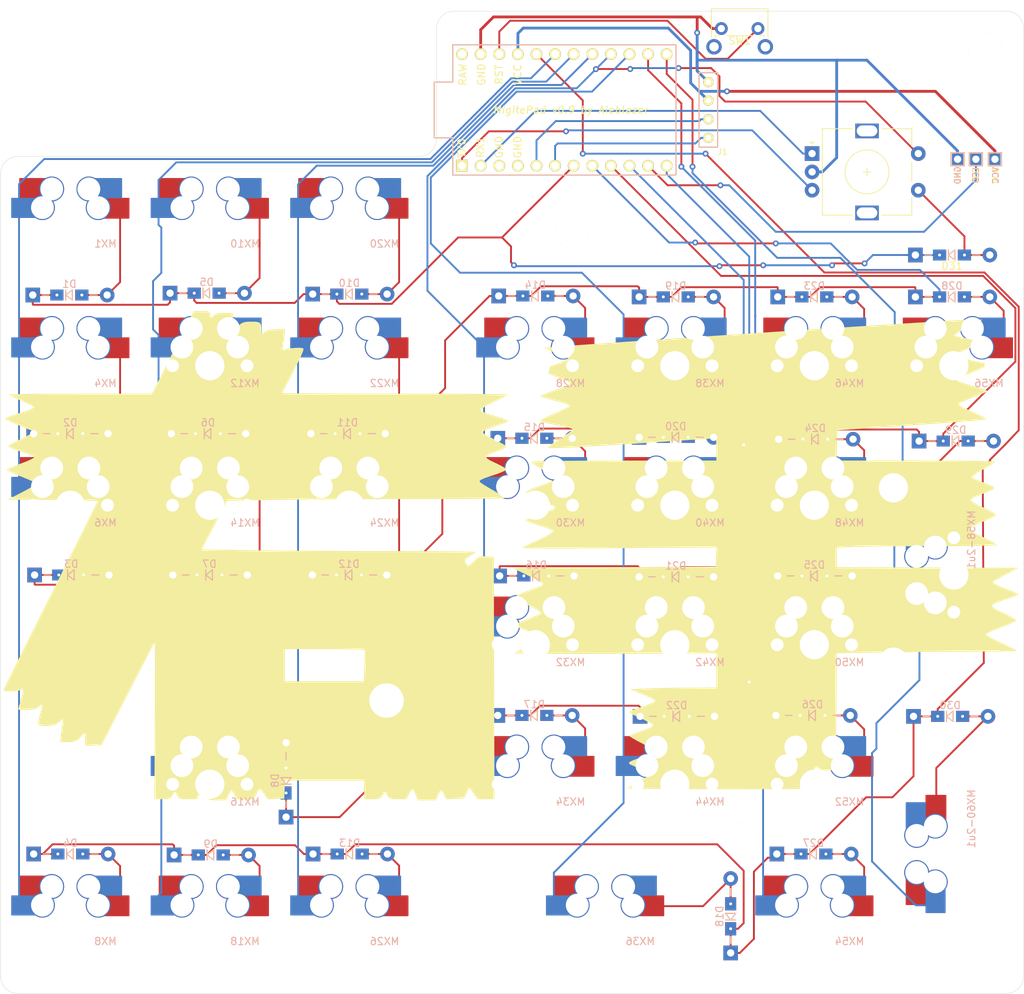
<source format=kicad_pcb>
(kicad_pcb (version 20171130) (host pcbnew "(5.1.5)-3")
  (layers (0 F.Cu signal) (31 B.Cu signal) (34 B.Paste user) (35 F.Paste user hide) (36 B.SilkS user) (37 F.SilkS user) (38 B.Mask user) (39 F.Mask user) (44 Edge.Cuts user))
  (net 0 "")
  (net 1 "Net-(D1-Pad2)")
  (net 2 ROW0)
  (net 3 "Net-(D2-Pad2)")
  (net 4 ROW1)
  (net 5 "Net-(D3-Pad2)")
  (net 6 ROW2)
  (net 7 "Net-(D4-Pad2)")
  (net 8 ROW5)
  (net 9 "Net-(D5-Pad2)")
  (net 10 "Net-(D6-Pad2)")
  (net 11 "Net-(D7-Pad2)")
  (net 12 "Net-(D8-Pad2)")
  (net 13 COL0)
  (net 14 "Net-(D9-Pad2)")
  (net 15 "Net-(D10-Pad2)")
  (net 16 "Net-(D11-Pad2)")
  (net 17 "Net-(D12-Pad2)")
  (net 18 "Net-(D13-Pad2)")
  (net 19 "Net-(D14-Pad2)")
  (net 20 "Net-(D15-Pad2)")
  (net 21 "Net-(D16-Pad2)")
  (net 22 "Net-(D17-Pad2)")
  (net 23 ROW4)
  (net 24 "Net-(D18-Pad2)")
  (net 25 "Net-(D19-Pad2)")
  (net 26 "Net-(D20-Pad2)")
  (net 27 "Net-(D21-Pad2)")
  (net 28 "Net-(D22-Pad2)")
  (net 29 "Net-(D23-Pad2)")
  (net 30 "Net-(D24-Pad2)")
  (net 31 "Net-(D25-Pad2)")
  (net 32 "Net-(D26-Pad2)")
  (net 33 "Net-(D27-Pad2)")
  (net 34 "Net-(D28-Pad2)")
  (net 35 "Net-(D29-Pad2)")
  (net 36 "Net-(D30-Pad2)")
  (net 37 COL1)
  (net 38 COL2)
  (net 39 COL3)
  (net 40 COL4)
  (net 41 COL5)
  (net 42 COL6)
  (net 43 ROW3)
  (net 44 "Net-(U1-Pad24)")
  (net 45 GND)
  (net 46 VCC)
  (net 47 SCL)
  (net 48 SDA)
  (net 49 "Net-(SW1-Pad2)")
  (net 50 LED)
  (net 51 "Net-(D31-Pad2)")
  (net 52 RERX)
  (net 53 RETX)
  (module Logo:MigiteLogo (layer F.Cu) (at 132.461 104.267)
    (fp_text reference G*** hide)
    (fp_text value LOGO hide)
  )
  (module Lily58-footprint:HOLE_M2_TH (layer F.Cu) (at 142.113 60.198)
    (fp_text reference H9 hide)
    (fp_text value MountingHole hide)
    (pad "" np_thru_hole circle (at 0 0 90) (size 4.7004 4.7004) (drill 4.7004) (layers *.Cu *.Mask F.SilkS) (clearance 0.3))
  )
  (module Keebio-Parts:RotaryEncoder_EC11 (layer F.Cu) (at 182.325 52.149)
    (fp_text reference SW2)
    (fp_text value Rotary_Encoder_Switch)
    (pad A thru_hole rect (at -7.5 -2.5) (size 2 2) (drill 1) (layers *.Cu *.Mask) (net 52 RERX))
    (pad C thru_hole circle (at -7.5 0) (size 2 2) (drill 1) (layers *.Cu *.Mask) (net 45 GND))
    (pad B thru_hole circle (at -7.5 2.5) (size 2 2) (drill 1) (layers *.Cu *.Mask) (net 53 RETX))
    (pad "" np_thru_hole rect (at 0 -5.6) (size 3.2 2) (drill oval 2.8 1.5) (layers *.Cu *.Mask))
    (pad "" np_thru_hole rect (at 0 5.6) (size 3.2 2) (drill oval 2.8 1.5) (layers *.Cu *.Mask))
    (pad S2 thru_hole circle (at 7 -2.5) (size 2 2) (drill 1) (layers *.Cu *.Mask) (net 39 COL3))
    (pad S1 thru_hole circle (at 7 2.5) (size 2 2) (drill 1) (layers *.Cu *.Mask) (net 51 "Net-(D31-Pad2)"))
  )
  (module Lily58-footprint:Diode_TH_SOD123 (layer F.Cu) (at 193.929 63.5)
    (fp_text reference D31 (at 0 1.5) (layer F.SilkS))
    (fp_text value D_Small hide)
    (pad 1 thru_hole rect (at -5 -0.00254 180) (size 1.99898 1.99898) (drill 1) (layers *.Cu *.Mask) (net 2 ROW0))
    (pad 2 thru_hole circle (at 5.16 -0.00254 180) (size 1.99898 1.99898) (drill 1) (layers *.Cu *.Mask) (net 51 "Net-(D31-Pad2)"))
    (pad 1 thru_hole rect (at -1.7 0) (size 1.8 1.5) (drill 0.4) (layers *.Cu *.Mask) (net 2 ROW0))
    (pad 2 thru_hole rect (at 1.7 0) (size 1.8 1.5) (drill 0.4) (layers *.Cu *.Mask) (net 51 "Net-(D31-Pad2)"))
  )
  (module Lily58-footprint:HOLE_M2_TH (layer F.Cu) (at 198.471 35.56)
    (fp_text reference H8 hide)
    (fp_text value MountingHole hide)
    (pad "" np_thru_hole circle (at 0 0 90) (size 4.7004 4.7004) (drill 4.7004) (layers *.Cu *.Mask F.SilkS) (clearance 0.3))
  )
  (module Lily58-footprint:HOLE_M2_TH (layer F.Cu) (at 165.354 143.383)
    (fp_text reference H7 hide)
    (fp_text value MountingHole hide)
    (pad "" np_thru_hole circle (at 0 0 90) (size 4.7004 4.7004) (drill 4.7004) (layers *.Cu *.Mask F.SilkS) (clearance 0.3))
  )
  (module Lily58-footprint:HOLE_M2_TH (layer F.Cu) (at 116.713 124.333)
    (fp_text reference H6 hide)
    (fp_text value MountingHole hide)
    (pad "" np_thru_hole circle (at 0 0 90) (size 4.7004 4.7004) (drill 4.7004) (layers *.Cu *.Mask F.SilkS) (clearance 0.3))
  )
  (module Lily58-footprint:HOLE_M2_TH (layer F.Cu) (at 83.185 146.939)
    (fp_text reference H5 hide)
    (fp_text value MountingHole hide)
    (pad "" np_thru_hole circle (at 0 0 90) (size 4.7004 4.7004) (drill 4.7004) (layers *.Cu *.Mask F.SilkS) (clearance 0.3))
  )
  (module Lily58-footprint:HOLE_M2_TH (layer F.Cu) (at 83.185 61.087)
    (fp_text reference H4 hide)
    (fp_text value MountingHole hide)
    (pad "" np_thru_hole circle (at 0 0 90) (size 4.7004 4.7004) (drill 4.7004) (layers *.Cu *.Mask F.SilkS) (clearance 0.3))
  )
  (module Lily58-footprint:LED (layer F.Cu) (at 194.691 50.419 90)
    (fp_text reference J2 hide)
    (fp_text value LED-Lily58-cache hide)
    (fp_text user GND (at -2.2 0 90) (layer B.SilkS) (effects (font (size 0.8 0.8)) (justify mirror)))
    (fp_text user LED (at -2.2 2.5 270) (layer F.SilkS) (effects (font (size 0.8 0.8))))
    (fp_text user LED (at -2.2 2.5 90) (layer B.SilkS) (effects (font (size 0.8 0.8)) (justify mirror)))
    (fp_text user GND (at -2.2 0 90) (layer F.SilkS) (effects (font (size 0.8 0.8))))
    (fp_text user VCC (at -2.2 5.2 90) (layer F.SilkS) (effects (font (size 0.8 0.8))))
    (fp_text user VCC (at -2.2 5.2 90) (layer B.SilkS) (effects (font (size 0.8 0.8)) (justify mirror)))
    (pad 1 thru_hole rect (at 0 0 180) (size 1.524 1.524) (drill 1) (layers *.Cu *.Mask) (net 45 GND))
    (pad 2 thru_hole rect (at 0 2.5 90) (size 1.524 1.524) (drill 1) (layers *.Cu *.Mask) (net 50 LED))
    (pad 3 thru_hole rect (at 0 5.1 90) (size 1.524 1.524) (drill 1) (layers *.Cu *.Mask) (net 46 VCC))
  )
  (module keyswitches:MXOnly-1U-Hotswap-Double-noled (layer F.Cu) (at 194.183 145.288 90)
    (fp_text reference MX60-2u1)
    (fp_text value MX-NoLED)
    (fp_text user %R (at 4.8 2.4 90) (layer B.SilkS) (effects (justify mirror)))
    (pad "" thru_hole circle (at -2.54 -5.08 90) (size 3.4 3.4) (drill 3.1) (layers *.Cu *.Mask))
    (pad "" thru_hole circle (at -3.81 -2.54 90) (size 3.4 3.4) (drill 3.1) (layers *.Cu *.Mask))
    (pad "" thru_hole circle (at 3.81 -2.54 90) (size 3.4 3.4) (drill 3.1) (layers *.Cu *.Mask))
    (pad "" thru_hole circle (at 2.54 -5.08 90) (size 3.4 3.4) (drill 3.1) (layers *.Cu *.Mask))
    (pad "" np_thru_hole circle (at 5.08 0 138.0996) (size 1.75 1.75) (drill 1.75) (layers *.Cu *.Mask))
    (pad "" np_thru_hole circle (at -5.08 0 138.0996) (size 1.75 1.75) (drill 1.75) (layers *.Cu *.Mask))
    (pad "" np_thru_hole circle (at 0 0 90) (size 3.9878 3.9878) (drill 3.9878) (layers *.Cu *.Mask))
    (pad 1 thru_hole custom (at -2.5 -3.5 90) (size 0.1 0.1) (drill 0.01) (layers *.Cu *.Mask) (net 42 COL6) (options (clearance outline) (anchor circle)) (primitives (gr_arc (start -0.04 -1.58) (end 0 0) (angle -306.9) (width 0.15)) (gr_arc (start -1.31 0.96) (end -1.3 -0.6) (angle -307.6) (width 0.15))))
    (pad 3 thru_hole custom (at 2.5 -3.5 270) (size 0.1 0.1) (drill 0.01) (layers *.Cu *.Mask) (options (clearance outline) (anchor circle)) (primitives (gr_arc (start -0.04 1.58) (end 0 0) (angle 306.9) (width 0.15)) (gr_arc (start -1.31 -0.96) (end -1.3 0.6) (angle 307.6) (width 0.15))))
    (pad 1 smd custom (at -7 -2.5 90) (size 2 2) (layers B.Cu B.Paste B.Mask) (net 42 COL6) (options (clearance outline) (anchor rect)) (primitives (gr_poly (pts (xy -1 -1.3) (xy 2.2 -1.3) (xy 1.7 -0.9) (xy 1.6 0) (xy 1.7 0.8) (xy 2 1.1) (xy 2.4 1.3) (xy -1 1.3)) (width 0.15))))
    (pad 1 smd custom (at -5.9 -5.2 90) (size 2 2) (layers F.Cu F.Paste F.Mask) (net 42 COL6) (options (clearance outline) (anchor rect)) (primitives (gr_poly (pts (xy -1 1.3) (xy 1.3 1.3) (xy 2 1) (xy 1.7 0.2) (xy 1.9 -0.7) (xy 2.2 -1.1) (xy 2.6 -1.3) (xy -1 -1.3)) (width 0.15))))
    (pad 2 smd custom (at 6 -5.2 270) (size 1.8 2) (layers B.Cu B.Paste B.Mask) (net 36 "Net-(D30-Pad2)") (options (clearance outline) (anchor rect)) (primitives (gr_poly (pts (xy -1 -1.3) (xy 1.3 -1.3) (xy 2 -1) (xy 1.7 -0.2) (xy 1.9 0.7) (xy 2.2 1.1) (xy 2.6 1.3) (xy -1 1.3)) (width 0.15))))
    (pad 2 smd custom (at 6.8 -2.4 90) (size 2 2) (layers F.Cu F.Paste F.Mask) (net 36 "Net-(D30-Pad2)") (options (clearance outline) (anchor rect)) (primitives (gr_poly (pts (xy 1.2 -1.4) (xy -1.9 -1.4) (xy -1.5 -0.9) (xy -1.4 0) (xy -1.6 0.8) (xy -1.8 1.1) (xy -2.2 1.3) (xy 1.2 1.3)) (width 0.15))))
  )
  (module keyswitches:MXOnly-1U-Hotswap-Double-noled (layer F.Cu) (at 194.183 107.188 90)
    (fp_text reference MX58-2u1)
    (fp_text value MX-NoLED)
    (fp_text user %R (at 4.8 2.4 90) (layer B.SilkS) (effects (justify mirror)))
    (pad "" thru_hole circle (at -2.54 -5.08 90) (size 3.4 3.4) (drill 3.1) (layers *.Cu *.Mask))
    (pad "" thru_hole circle (at -3.81 -2.54 90) (size 3.4 3.4) (drill 3.1) (layers *.Cu *.Mask))
    (pad "" thru_hole circle (at 3.81 -2.54 90) (size 3.4 3.4) (drill 3.1) (layers *.Cu *.Mask))
    (pad "" thru_hole circle (at 2.54 -5.08 90) (size 3.4 3.4) (drill 3.1) (layers *.Cu *.Mask))
    (pad "" np_thru_hole circle (at 5.08 0 138.0996) (size 1.75 1.75) (drill 1.75) (layers *.Cu *.Mask))
    (pad "" np_thru_hole circle (at -5.08 0 138.0996) (size 1.75 1.75) (drill 1.75) (layers *.Cu *.Mask))
    (pad "" np_thru_hole circle (at 0 0 90) (size 3.9878 3.9878) (drill 3.9878) (layers *.Cu *.Mask))
    (pad 1 thru_hole custom (at -2.5 -3.5 90) (size 0.1 0.1) (drill 0.01) (layers *.Cu *.Mask) (net 42 COL6) (options (clearance outline) (anchor circle)) (primitives (gr_arc (start -0.04 -1.58) (end 0 0) (angle -306.9) (width 0.15)) (gr_arc (start -1.31 0.96) (end -1.3 -0.6) (angle -307.6) (width 0.15))))
    (pad 3 thru_hole custom (at 2.5 -3.5 270) (size 0.1 0.1) (drill 0.01) (layers *.Cu *.Mask) (options (clearance outline) (anchor circle)) (primitives (gr_arc (start -0.04 1.58) (end 0 0) (angle 306.9) (width 0.15)) (gr_arc (start -1.31 -0.96) (end -1.3 0.6) (angle 307.6) (width 0.15))))
    (pad 1 smd custom (at -7 -2.5 90) (size 2 2) (layers B.Cu B.Paste B.Mask) (net 42 COL6) (options (clearance outline) (anchor rect)) (primitives (gr_poly (pts (xy -1 -1.3) (xy 2.2 -1.3) (xy 1.7 -0.9) (xy 1.6 0) (xy 1.7 0.8) (xy 2 1.1) (xy 2.4 1.3) (xy -1 1.3)) (width 0.15))))
    (pad 1 smd custom (at -5.9 -5.2 90) (size 2 2) (layers F.Cu F.Paste F.Mask) (net 42 COL6) (options (clearance outline) (anchor rect)) (primitives (gr_poly (pts (xy -1 1.3) (xy 1.3 1.3) (xy 2 1) (xy 1.7 0.2) (xy 1.9 -0.7) (xy 2.2 -1.1) (xy 2.6 -1.3) (xy -1 -1.3)) (width 0.15))))
    (pad 2 smd custom (at 6 -5.2 270) (size 1.8 2) (layers B.Cu B.Paste B.Mask) (net 35 "Net-(D29-Pad2)") (options (clearance outline) (anchor rect)) (primitives (gr_poly (pts (xy -1 -1.3) (xy 1.3 -1.3) (xy 2 -1) (xy 1.7 -0.2) (xy 1.9 0.7) (xy 2.2 1.1) (xy 2.6 1.3) (xy -1 1.3)) (width 0.15))))
    (pad 2 smd custom (at 6.8 -2.4 90) (size 2 2) (layers F.Cu F.Paste F.Mask) (net 35 "Net-(D29-Pad2)") (options (clearance outline) (anchor rect)) (primitives (gr_poly (pts (xy 1.2 -1.4) (xy -1.9 -1.4) (xy -1.5 -0.9) (xy -1.4 0) (xy -1.6 0.8) (xy -1.8 1.1) (xy -2.2 1.3) (xy 1.2 1.3)) (width 0.15))))
  )
  (module keyswitches:MXOnly-1U-Hotswap-Double-noled (layer F.Cu) (at 194.183 78.613)
    (fp_text reference MX56)
    (fp_text value MX-NoLED)
    (fp_text user %R (at 4.8 2.4) (layer B.SilkS) (effects (justify mirror)))
    (pad "" thru_hole circle (at -2.54 -5.08) (size 3.4 3.4) (drill 3.1) (layers *.Cu *.Mask))
    (pad "" thru_hole circle (at -3.81 -2.54) (size 3.4 3.4) (drill 3.1) (layers *.Cu *.Mask))
    (pad "" thru_hole circle (at 3.81 -2.54) (size 3.4 3.4) (drill 3.1) (layers *.Cu *.Mask))
    (pad "" thru_hole circle (at 2.54 -5.08) (size 3.4 3.4) (drill 3.1) (layers *.Cu *.Mask))
    (pad "" np_thru_hole circle (at 5.08 0 48.0996) (size 1.75 1.75) (drill 1.75) (layers *.Cu *.Mask))
    (pad "" np_thru_hole circle (at -5.08 0 48.0996) (size 1.75 1.75) (drill 1.75) (layers *.Cu *.Mask))
    (pad "" np_thru_hole circle (at 0 0) (size 3.9878 3.9878) (drill 3.9878) (layers *.Cu *.Mask))
    (pad 1 thru_hole custom (at -2.5 -3.5) (size 0.1 0.1) (drill 0.01) (layers *.Cu *.Mask) (net 42 COL6) (options (clearance outline) (anchor circle)) (primitives (gr_arc (start -0.04 -1.58) (end 0 0) (angle -306.9) (width 0.15)) (gr_arc (start -1.31 0.96) (end -1.3 -0.6) (angle -307.6) (width 0.15))))
    (pad 3 thru_hole custom (at 2.5 -3.5 180) (size 0.1 0.1) (drill 0.01) (layers *.Cu *.Mask) (options (clearance outline) (anchor circle)) (primitives (gr_arc (start -0.04 1.58) (end 0 0) (angle 306.9) (width 0.15)) (gr_arc (start -1.31 -0.96) (end -1.3 0.6) (angle 307.6) (width 0.15))))
    (pad 1 smd custom (at -7 -2.5) (size 2 2) (layers B.Cu B.Paste B.Mask) (net 42 COL6) (options (clearance outline) (anchor rect)) (primitives (gr_poly (pts (xy -1 -1.3) (xy 2.2 -1.3) (xy 1.7 -0.9) (xy 1.6 0) (xy 1.7 0.8) (xy 2 1.1) (xy 2.4 1.3) (xy -1 1.3)) (width 0.15))))
    (pad 1 smd custom (at -5.9 -5.2) (size 2 2) (layers F.Cu F.Paste F.Mask) (net 42 COL6) (options (clearance outline) (anchor rect)) (primitives (gr_poly (pts (xy -1 1.3) (xy 1.3 1.3) (xy 2 1) (xy 1.7 0.2) (xy 1.9 -0.7) (xy 2.2 -1.1) (xy 2.6 -1.3) (xy -1 -1.3)) (width 0.15))))
    (pad 2 smd custom (at 6 -5.2 180) (size 1.8 2) (layers B.Cu B.Paste B.Mask) (net 34 "Net-(D28-Pad2)") (options (clearance outline) (anchor rect)) (primitives (gr_poly (pts (xy -1 -1.3) (xy 1.3 -1.3) (xy 2 -1) (xy 1.7 -0.2) (xy 1.9 0.7) (xy 2.2 1.1) (xy 2.6 1.3) (xy -1 1.3)) (width 0.15))))
    (pad 2 smd custom (at 6.8 -2.4) (size 2 2) (layers F.Cu F.Paste F.Mask) (net 34 "Net-(D28-Pad2)") (options (clearance outline) (anchor rect)) (primitives (gr_poly (pts (xy 1.2 -1.4) (xy -1.9 -1.4) (xy -1.5 -0.9) (xy -1.4 0) (xy -1.6 0.8) (xy -1.8 1.1) (xy -2.2 1.3) (xy 1.2 1.3)) (width 0.15))))
  )
  (module keyswitches:MXOnly-1U-Hotswap-Double-noled (layer F.Cu) (at 175.133 154.813)
    (fp_text reference MX54)
    (fp_text value MX-NoLED)
    (fp_text user %R (at 4.8 2.4) (layer B.SilkS) (effects (justify mirror)))
    (pad "" thru_hole circle (at -2.54 -5.08) (size 3.4 3.4) (drill 3.1) (layers *.Cu *.Mask))
    (pad "" thru_hole circle (at -3.81 -2.54) (size 3.4 3.4) (drill 3.1) (layers *.Cu *.Mask))
    (pad "" thru_hole circle (at 3.81 -2.54) (size 3.4 3.4) (drill 3.1) (layers *.Cu *.Mask))
    (pad "" thru_hole circle (at 2.54 -5.08) (size 3.4 3.4) (drill 3.1) (layers *.Cu *.Mask))
    (pad "" np_thru_hole circle (at 5.08 0 48.0996) (size 1.75 1.75) (drill 1.75) (layers *.Cu *.Mask))
    (pad "" np_thru_hole circle (at -5.08 0 48.0996) (size 1.75 1.75) (drill 1.75) (layers *.Cu *.Mask))
    (pad "" np_thru_hole circle (at 0 0) (size 3.9878 3.9878) (drill 3.9878) (layers *.Cu *.Mask))
    (pad 1 thru_hole custom (at -2.5 -3.5) (size 0.1 0.1) (drill 0.01) (layers *.Cu *.Mask) (net 41 COL5) (options (clearance outline) (anchor circle)) (primitives (gr_arc (start -0.04 -1.58) (end 0 0) (angle -306.9) (width 0.15)) (gr_arc (start -1.31 0.96) (end -1.3 -0.6) (angle -307.6) (width 0.15))))
    (pad 3 thru_hole custom (at 2.5 -3.5 180) (size 0.1 0.1) (drill 0.01) (layers *.Cu *.Mask) (options (clearance outline) (anchor circle)) (primitives (gr_arc (start -0.04 1.58) (end 0 0) (angle 306.9) (width 0.15)) (gr_arc (start -1.31 -0.96) (end -1.3 0.6) (angle 307.6) (width 0.15))))
    (pad 1 smd custom (at -7 -2.5) (size 2 2) (layers B.Cu B.Paste B.Mask) (net 41 COL5) (options (clearance outline) (anchor rect)) (primitives (gr_poly (pts (xy -1 -1.3) (xy 2.2 -1.3) (xy 1.7 -0.9) (xy 1.6 0) (xy 1.7 0.8) (xy 2 1.1) (xy 2.4 1.3) (xy -1 1.3)) (width 0.15))))
    (pad 1 smd custom (at -5.9 -5.2) (size 2 2) (layers F.Cu F.Paste F.Mask) (net 41 COL5) (options (clearance outline) (anchor rect)) (primitives (gr_poly (pts (xy -1 1.3) (xy 1.3 1.3) (xy 2 1) (xy 1.7 0.2) (xy 1.9 -0.7) (xy 2.2 -1.1) (xy 2.6 -1.3) (xy -1 -1.3)) (width 0.15))))
    (pad 2 smd custom (at 6 -5.2 180) (size 1.8 2) (layers B.Cu B.Paste B.Mask) (net 33 "Net-(D27-Pad2)") (options (clearance outline) (anchor rect)) (primitives (gr_poly (pts (xy -1 -1.3) (xy 1.3 -1.3) (xy 2 -1) (xy 1.7 -0.2) (xy 1.9 0.7) (xy 2.2 1.1) (xy 2.6 1.3) (xy -1 1.3)) (width 0.15))))
    (pad 2 smd custom (at 6.8 -2.4) (size 2 2) (layers F.Cu F.Paste F.Mask) (net 33 "Net-(D27-Pad2)") (options (clearance outline) (anchor rect)) (primitives (gr_poly (pts (xy 1.2 -1.4) (xy -1.9 -1.4) (xy -1.5 -0.9) (xy -1.4 0) (xy -1.6 0.8) (xy -1.8 1.1) (xy -2.2 1.3) (xy 1.2 1.3)) (width 0.15))))
  )
  (module keyswitches:MXOnly-1U-Hotswap-Double-noled (layer F.Cu) (at 175.133 135.763)
    (fp_text reference MX52)
    (fp_text value MX-NoLED)
    (fp_text user %R (at 4.8 2.4) (layer B.SilkS) (effects (justify mirror)))
    (pad "" thru_hole circle (at -2.54 -5.08) (size 3.4 3.4) (drill 3.1) (layers *.Cu *.Mask))
    (pad "" thru_hole circle (at -3.81 -2.54) (size 3.4 3.4) (drill 3.1) (layers *.Cu *.Mask))
    (pad "" thru_hole circle (at 3.81 -2.54) (size 3.4 3.4) (drill 3.1) (layers *.Cu *.Mask))
    (pad "" thru_hole circle (at 2.54 -5.08) (size 3.4 3.4) (drill 3.1) (layers *.Cu *.Mask))
    (pad "" np_thru_hole circle (at 5.08 0 48.0996) (size 1.75 1.75) (drill 1.75) (layers *.Cu *.Mask))
    (pad "" np_thru_hole circle (at -5.08 0 48.0996) (size 1.75 1.75) (drill 1.75) (layers *.Cu *.Mask))
    (pad "" np_thru_hole circle (at 0 0) (size 3.9878 3.9878) (drill 3.9878) (layers *.Cu *.Mask))
    (pad 1 thru_hole custom (at -2.5 -3.5) (size 0.1 0.1) (drill 0.01) (layers *.Cu *.Mask) (net 41 COL5) (options (clearance outline) (anchor circle)) (primitives (gr_arc (start -0.04 -1.58) (end 0 0) (angle -306.9) (width 0.15)) (gr_arc (start -1.31 0.96) (end -1.3 -0.6) (angle -307.6) (width 0.15))))
    (pad 3 thru_hole custom (at 2.5 -3.5 180) (size 0.1 0.1) (drill 0.01) (layers *.Cu *.Mask) (options (clearance outline) (anchor circle)) (primitives (gr_arc (start -0.04 1.58) (end 0 0) (angle 306.9) (width 0.15)) (gr_arc (start -1.31 -0.96) (end -1.3 0.6) (angle 307.6) (width 0.15))))
    (pad 1 smd custom (at -7 -2.5) (size 2 2) (layers B.Cu B.Paste B.Mask) (net 41 COL5) (options (clearance outline) (anchor rect)) (primitives (gr_poly (pts (xy -1 -1.3) (xy 2.2 -1.3) (xy 1.7 -0.9) (xy 1.6 0) (xy 1.7 0.8) (xy 2 1.1) (xy 2.4 1.3) (xy -1 1.3)) (width 0.15))))
    (pad 1 smd custom (at -5.9 -5.2) (size 2 2) (layers F.Cu F.Paste F.Mask) (net 41 COL5) (options (clearance outline) (anchor rect)) (primitives (gr_poly (pts (xy -1 1.3) (xy 1.3 1.3) (xy 2 1) (xy 1.7 0.2) (xy 1.9 -0.7) (xy 2.2 -1.1) (xy 2.6 -1.3) (xy -1 -1.3)) (width 0.15))))
    (pad 2 smd custom (at 6 -5.2 180) (size 1.8 2) (layers B.Cu B.Paste B.Mask) (net 32 "Net-(D26-Pad2)") (options (clearance outline) (anchor rect)) (primitives (gr_poly (pts (xy -1 -1.3) (xy 1.3 -1.3) (xy 2 -1) (xy 1.7 -0.2) (xy 1.9 0.7) (xy 2.2 1.1) (xy 2.6 1.3) (xy -1 1.3)) (width 0.15))))
    (pad 2 smd custom (at 6.8 -2.4) (size 2 2) (layers F.Cu F.Paste F.Mask) (net 32 "Net-(D26-Pad2)") (options (clearance outline) (anchor rect)) (primitives (gr_poly (pts (xy 1.2 -1.4) (xy -1.9 -1.4) (xy -1.5 -0.9) (xy -1.4 0) (xy -1.6 0.8) (xy -1.8 1.1) (xy -2.2 1.3) (xy 1.2 1.3)) (width 0.15))))
  )
  (module keyswitches:MXOnly-1U-Hotswap-Double-noled (layer F.Cu) (at 175.133 116.713)
    (fp_text reference MX50)
    (fp_text value MX-NoLED)
    (fp_text user %R (at 4.8 2.4) (layer B.SilkS) (effects (justify mirror)))
    (pad "" thru_hole circle (at -2.54 -5.08) (size 3.4 3.4) (drill 3.1) (layers *.Cu *.Mask))
    (pad "" thru_hole circle (at -3.81 -2.54) (size 3.4 3.4) (drill 3.1) (layers *.Cu *.Mask))
    (pad "" thru_hole circle (at 3.81 -2.54) (size 3.4 3.4) (drill 3.1) (layers *.Cu *.Mask))
    (pad "" thru_hole circle (at 2.54 -5.08) (size 3.4 3.4) (drill 3.1) (layers *.Cu *.Mask))
    (pad "" np_thru_hole circle (at 5.08 0 48.0996) (size 1.75 1.75) (drill 1.75) (layers *.Cu *.Mask))
    (pad "" np_thru_hole circle (at -5.08 0 48.0996) (size 1.75 1.75) (drill 1.75) (layers *.Cu *.Mask))
    (pad "" np_thru_hole circle (at 0 0) (size 3.9878 3.9878) (drill 3.9878) (layers *.Cu *.Mask))
    (pad 1 thru_hole custom (at -2.5 -3.5) (size 0.1 0.1) (drill 0.01) (layers *.Cu *.Mask) (net 41 COL5) (options (clearance outline) (anchor circle)) (primitives (gr_arc (start -0.04 -1.58) (end 0 0) (angle -306.9) (width 0.15)) (gr_arc (start -1.31 0.96) (end -1.3 -0.6) (angle -307.6) (width 0.15))))
    (pad 3 thru_hole custom (at 2.5 -3.5 180) (size 0.1 0.1) (drill 0.01) (layers *.Cu *.Mask) (options (clearance outline) (anchor circle)) (primitives (gr_arc (start -0.04 1.58) (end 0 0) (angle 306.9) (width 0.15)) (gr_arc (start -1.31 -0.96) (end -1.3 0.6) (angle 307.6) (width 0.15))))
    (pad 1 smd custom (at -7 -2.5) (size 2 2) (layers B.Cu B.Paste B.Mask) (net 41 COL5) (options (clearance outline) (anchor rect)) (primitives (gr_poly (pts (xy -1 -1.3) (xy 2.2 -1.3) (xy 1.7 -0.9) (xy 1.6 0) (xy 1.7 0.8) (xy 2 1.1) (xy 2.4 1.3) (xy -1 1.3)) (width 0.15))))
    (pad 1 smd custom (at -5.9 -5.2) (size 2 2) (layers F.Cu F.Paste F.Mask) (net 41 COL5) (options (clearance outline) (anchor rect)) (primitives (gr_poly (pts (xy -1 1.3) (xy 1.3 1.3) (xy 2 1) (xy 1.7 0.2) (xy 1.9 -0.7) (xy 2.2 -1.1) (xy 2.6 -1.3) (xy -1 -1.3)) (width 0.15))))
    (pad 2 smd custom (at 6 -5.2 180) (size 1.8 2) (layers B.Cu B.Paste B.Mask) (net 31 "Net-(D25-Pad2)") (options (clearance outline) (anchor rect)) (primitives (gr_poly (pts (xy -1 -1.3) (xy 1.3 -1.3) (xy 2 -1) (xy 1.7 -0.2) (xy 1.9 0.7) (xy 2.2 1.1) (xy 2.6 1.3) (xy -1 1.3)) (width 0.15))))
    (pad 2 smd custom (at 6.8 -2.4) (size 2 2) (layers F.Cu F.Paste F.Mask) (net 31 "Net-(D25-Pad2)") (options (clearance outline) (anchor rect)) (primitives (gr_poly (pts (xy 1.2 -1.4) (xy -1.9 -1.4) (xy -1.5 -0.9) (xy -1.4 0) (xy -1.6 0.8) (xy -1.8 1.1) (xy -2.2 1.3) (xy 1.2 1.3)) (width 0.15))))
  )
  (module keyswitches:MXOnly-1U-Hotswap-Double-noled (layer F.Cu) (at 175.133 97.663)
    (fp_text reference MX48)
    (fp_text value MX-NoLED)
    (fp_text user %R (at 4.8 2.4) (layer B.SilkS) (effects (justify mirror)))
    (pad "" thru_hole circle (at -2.54 -5.08) (size 3.4 3.4) (drill 3.1) (layers *.Cu *.Mask))
    (pad "" thru_hole circle (at -3.81 -2.54) (size 3.4 3.4) (drill 3.1) (layers *.Cu *.Mask))
    (pad "" thru_hole circle (at 3.81 -2.54) (size 3.4 3.4) (drill 3.1) (layers *.Cu *.Mask))
    (pad "" thru_hole circle (at 2.54 -5.08) (size 3.4 3.4) (drill 3.1) (layers *.Cu *.Mask))
    (pad "" np_thru_hole circle (at 5.08 0 48.0996) (size 1.75 1.75) (drill 1.75) (layers *.Cu *.Mask))
    (pad "" np_thru_hole circle (at -5.08 0 48.0996) (size 1.75 1.75) (drill 1.75) (layers *.Cu *.Mask))
    (pad "" np_thru_hole circle (at 0 0) (size 3.9878 3.9878) (drill 3.9878) (layers *.Cu *.Mask))
    (pad 1 thru_hole custom (at -2.5 -3.5) (size 0.1 0.1) (drill 0.01) (layers *.Cu *.Mask) (net 41 COL5) (options (clearance outline) (anchor circle)) (primitives (gr_arc (start -0.04 -1.58) (end 0 0) (angle -306.9) (width 0.15)) (gr_arc (start -1.31 0.96) (end -1.3 -0.6) (angle -307.6) (width 0.15))))
    (pad 3 thru_hole custom (at 2.5 -3.5 180) (size 0.1 0.1) (drill 0.01) (layers *.Cu *.Mask) (options (clearance outline) (anchor circle)) (primitives (gr_arc (start -0.04 1.58) (end 0 0) (angle 306.9) (width 0.15)) (gr_arc (start -1.31 -0.96) (end -1.3 0.6) (angle 307.6) (width 0.15))))
    (pad 1 smd custom (at -7 -2.5) (size 2 2) (layers B.Cu B.Paste B.Mask) (net 41 COL5) (options (clearance outline) (anchor rect)) (primitives (gr_poly (pts (xy -1 -1.3) (xy 2.2 -1.3) (xy 1.7 -0.9) (xy 1.6 0) (xy 1.7 0.8) (xy 2 1.1) (xy 2.4 1.3) (xy -1 1.3)) (width 0.15))))
    (pad 1 smd custom (at -5.9 -5.2) (size 2 2) (layers F.Cu F.Paste F.Mask) (net 41 COL5) (options (clearance outline) (anchor rect)) (primitives (gr_poly (pts (xy -1 1.3) (xy 1.3 1.3) (xy 2 1) (xy 1.7 0.2) (xy 1.9 -0.7) (xy 2.2 -1.1) (xy 2.6 -1.3) (xy -1 -1.3)) (width 0.15))))
    (pad 2 smd custom (at 6 -5.2 180) (size 1.8 2) (layers B.Cu B.Paste B.Mask) (net 30 "Net-(D24-Pad2)") (options (clearance outline) (anchor rect)) (primitives (gr_poly (pts (xy -1 -1.3) (xy 1.3 -1.3) (xy 2 -1) (xy 1.7 -0.2) (xy 1.9 0.7) (xy 2.2 1.1) (xy 2.6 1.3) (xy -1 1.3)) (width 0.15))))
    (pad 2 smd custom (at 6.8 -2.4) (size 2 2) (layers F.Cu F.Paste F.Mask) (net 30 "Net-(D24-Pad2)") (options (clearance outline) (anchor rect)) (primitives (gr_poly (pts (xy 1.2 -1.4) (xy -1.9 -1.4) (xy -1.5 -0.9) (xy -1.4 0) (xy -1.6 0.8) (xy -1.8 1.1) (xy -2.2 1.3) (xy 1.2 1.3)) (width 0.15))))
  )
  (module keyswitches:MXOnly-1U-Hotswap-Double-noled (layer F.Cu) (at 175.133 78.613)
    (fp_text reference MX46)
    (fp_text value MX-NoLED)
    (fp_text user %R (at 4.8 2.4) (layer B.SilkS) (effects (justify mirror)))
    (pad "" thru_hole circle (at -2.54 -5.08) (size 3.4 3.4) (drill 3.1) (layers *.Cu *.Mask))
    (pad "" thru_hole circle (at -3.81 -2.54) (size 3.4 3.4) (drill 3.1) (layers *.Cu *.Mask))
    (pad "" thru_hole circle (at 3.81 -2.54) (size 3.4 3.4) (drill 3.1) (layers *.Cu *.Mask))
    (pad "" thru_hole circle (at 2.54 -5.08) (size 3.4 3.4) (drill 3.1) (layers *.Cu *.Mask))
    (pad "" np_thru_hole circle (at 5.08 0 48.0996) (size 1.75 1.75) (drill 1.75) (layers *.Cu *.Mask))
    (pad "" np_thru_hole circle (at -5.08 0 48.0996) (size 1.75 1.75) (drill 1.75) (layers *.Cu *.Mask))
    (pad "" np_thru_hole circle (at 0 0) (size 3.9878 3.9878) (drill 3.9878) (layers *.Cu *.Mask))
    (pad 1 thru_hole custom (at -2.5 -3.5) (size 0.1 0.1) (drill 0.01) (layers *.Cu *.Mask) (net 41 COL5) (options (clearance outline) (anchor circle)) (primitives (gr_arc (start -0.04 -1.58) (end 0 0) (angle -306.9) (width 0.15)) (gr_arc (start -1.31 0.96) (end -1.3 -0.6) (angle -307.6) (width 0.15))))
    (pad 3 thru_hole custom (at 2.5 -3.5 180) (size 0.1 0.1) (drill 0.01) (layers *.Cu *.Mask) (options (clearance outline) (anchor circle)) (primitives (gr_arc (start -0.04 1.58) (end 0 0) (angle 306.9) (width 0.15)) (gr_arc (start -1.31 -0.96) (end -1.3 0.6) (angle 307.6) (width 0.15))))
    (pad 1 smd custom (at -7 -2.5) (size 2 2) (layers B.Cu B.Paste B.Mask) (net 41 COL5) (options (clearance outline) (anchor rect)) (primitives (gr_poly (pts (xy -1 -1.3) (xy 2.2 -1.3) (xy 1.7 -0.9) (xy 1.6 0) (xy 1.7 0.8) (xy 2 1.1) (xy 2.4 1.3) (xy -1 1.3)) (width 0.15))))
    (pad 1 smd custom (at -5.9 -5.2) (size 2 2) (layers F.Cu F.Paste F.Mask) (net 41 COL5) (options (clearance outline) (anchor rect)) (primitives (gr_poly (pts (xy -1 1.3) (xy 1.3 1.3) (xy 2 1) (xy 1.7 0.2) (xy 1.9 -0.7) (xy 2.2 -1.1) (xy 2.6 -1.3) (xy -1 -1.3)) (width 0.15))))
    (pad 2 smd custom (at 6 -5.2 180) (size 1.8 2) (layers B.Cu B.Paste B.Mask) (net 29 "Net-(D23-Pad2)") (options (clearance outline) (anchor rect)) (primitives (gr_poly (pts (xy -1 -1.3) (xy 1.3 -1.3) (xy 2 -1) (xy 1.7 -0.2) (xy 1.9 0.7) (xy 2.2 1.1) (xy 2.6 1.3) (xy -1 1.3)) (width 0.15))))
    (pad 2 smd custom (at 6.8 -2.4) (size 2 2) (layers F.Cu F.Paste F.Mask) (net 29 "Net-(D23-Pad2)") (options (clearance outline) (anchor rect)) (primitives (gr_poly (pts (xy 1.2 -1.4) (xy -1.9 -1.4) (xy -1.5 -0.9) (xy -1.4 0) (xy -1.6 0.8) (xy -1.8 1.1) (xy -2.2 1.3) (xy 1.2 1.3)) (width 0.15))))
  )
  (module keyswitches:MXOnly-1U-Hotswap-Double-noled (layer F.Cu) (at 156.083 135.763)
    (fp_text reference MX44)
    (fp_text value MX-NoLED)
    (fp_text user %R (at 4.8 2.4) (layer B.SilkS) (effects (justify mirror)))
    (pad "" thru_hole circle (at -2.54 -5.08) (size 3.4 3.4) (drill 3.1) (layers *.Cu *.Mask))
    (pad "" thru_hole circle (at -3.81 -2.54) (size 3.4 3.4) (drill 3.1) (layers *.Cu *.Mask))
    (pad "" thru_hole circle (at 3.81 -2.54) (size 3.4 3.4) (drill 3.1) (layers *.Cu *.Mask))
    (pad "" thru_hole circle (at 2.54 -5.08) (size 3.4 3.4) (drill 3.1) (layers *.Cu *.Mask))
    (pad "" np_thru_hole circle (at 5.08 0 48.0996) (size 1.75 1.75) (drill 1.75) (layers *.Cu *.Mask))
    (pad "" np_thru_hole circle (at -5.08 0 48.0996) (size 1.75 1.75) (drill 1.75) (layers *.Cu *.Mask))
    (pad "" np_thru_hole circle (at 0 0) (size 3.9878 3.9878) (drill 3.9878) (layers *.Cu *.Mask))
    (pad 1 thru_hole custom (at -2.5 -3.5) (size 0.1 0.1) (drill 0.01) (layers *.Cu *.Mask) (net 40 COL4) (options (clearance outline) (anchor circle)) (primitives (gr_arc (start -0.04 -1.58) (end 0 0) (angle -306.9) (width 0.15)) (gr_arc (start -1.31 0.96) (end -1.3 -0.6) (angle -307.6) (width 0.15))))
    (pad 3 thru_hole custom (at 2.5 -3.5 180) (size 0.1 0.1) (drill 0.01) (layers *.Cu *.Mask) (options (clearance outline) (anchor circle)) (primitives (gr_arc (start -0.04 1.58) (end 0 0) (angle 306.9) (width 0.15)) (gr_arc (start -1.31 -0.96) (end -1.3 0.6) (angle 307.6) (width 0.15))))
    (pad 1 smd custom (at -7 -2.5) (size 2 2) (layers B.Cu B.Paste B.Mask) (net 40 COL4) (options (clearance outline) (anchor rect)) (primitives (gr_poly (pts (xy -1 -1.3) (xy 2.2 -1.3) (xy 1.7 -0.9) (xy 1.6 0) (xy 1.7 0.8) (xy 2 1.1) (xy 2.4 1.3) (xy -1 1.3)) (width 0.15))))
    (pad 1 smd custom (at -5.9 -5.2) (size 2 2) (layers F.Cu F.Paste F.Mask) (net 40 COL4) (options (clearance outline) (anchor rect)) (primitives (gr_poly (pts (xy -1 1.3) (xy 1.3 1.3) (xy 2 1) (xy 1.7 0.2) (xy 1.9 -0.7) (xy 2.2 -1.1) (xy 2.6 -1.3) (xy -1 -1.3)) (width 0.15))))
    (pad 2 smd custom (at 6 -5.2 180) (size 1.8 2) (layers B.Cu B.Paste B.Mask) (net 28 "Net-(D22-Pad2)") (options (clearance outline) (anchor rect)) (primitives (gr_poly (pts (xy -1 -1.3) (xy 1.3 -1.3) (xy 2 -1) (xy 1.7 -0.2) (xy 1.9 0.7) (xy 2.2 1.1) (xy 2.6 1.3) (xy -1 1.3)) (width 0.15))))
    (pad 2 smd custom (at 6.8 -2.4) (size 2 2) (layers F.Cu F.Paste F.Mask) (net 28 "Net-(D22-Pad2)") (options (clearance outline) (anchor rect)) (primitives (gr_poly (pts (xy 1.2 -1.4) (xy -1.9 -1.4) (xy -1.5 -0.9) (xy -1.4 0) (xy -1.6 0.8) (xy -1.8 1.1) (xy -2.2 1.3) (xy 1.2 1.3)) (width 0.15))))
  )
  (module keyswitches:MXOnly-1U-Hotswap-Double-noled (layer F.Cu) (at 156.083 116.713)
    (fp_text reference MX42)
    (fp_text value MX-NoLED)
    (fp_text user %R (at 4.8 2.4) (layer B.SilkS) (effects (justify mirror)))
    (pad "" thru_hole circle (at -2.54 -5.08) (size 3.4 3.4) (drill 3.1) (layers *.Cu *.Mask))
    (pad "" thru_hole circle (at -3.81 -2.54) (size 3.4 3.4) (drill 3.1) (layers *.Cu *.Mask))
    (pad "" thru_hole circle (at 3.81 -2.54) (size 3.4 3.4) (drill 3.1) (layers *.Cu *.Mask))
    (pad "" thru_hole circle (at 2.54 -5.08) (size 3.4 3.4) (drill 3.1) (layers *.Cu *.Mask))
    (pad "" np_thru_hole circle (at 5.08 0 48.0996) (size 1.75 1.75) (drill 1.75) (layers *.Cu *.Mask))
    (pad "" np_thru_hole circle (at -5.08 0 48.0996) (size 1.75 1.75) (drill 1.75) (layers *.Cu *.Mask))
    (pad "" np_thru_hole circle (at 0 0) (size 3.9878 3.9878) (drill 3.9878) (layers *.Cu *.Mask))
    (pad 1 thru_hole custom (at -2.5 -3.5) (size 0.1 0.1) (drill 0.01) (layers *.Cu *.Mask) (net 40 COL4) (options (clearance outline) (anchor circle)) (primitives (gr_arc (start -0.04 -1.58) (end 0 0) (angle -306.9) (width 0.15)) (gr_arc (start -1.31 0.96) (end -1.3 -0.6) (angle -307.6) (width 0.15))))
    (pad 3 thru_hole custom (at 2.5 -3.5 180) (size 0.1 0.1) (drill 0.01) (layers *.Cu *.Mask) (options (clearance outline) (anchor circle)) (primitives (gr_arc (start -0.04 1.58) (end 0 0) (angle 306.9) (width 0.15)) (gr_arc (start -1.31 -0.96) (end -1.3 0.6) (angle 307.6) (width 0.15))))
    (pad 1 smd custom (at -7 -2.5) (size 2 2) (layers B.Cu B.Paste B.Mask) (net 40 COL4) (options (clearance outline) (anchor rect)) (primitives (gr_poly (pts (xy -1 -1.3) (xy 2.2 -1.3) (xy 1.7 -0.9) (xy 1.6 0) (xy 1.7 0.8) (xy 2 1.1) (xy 2.4 1.3) (xy -1 1.3)) (width 0.15))))
    (pad 1 smd custom (at -5.9 -5.2) (size 2 2) (layers F.Cu F.Paste F.Mask) (net 40 COL4) (options (clearance outline) (anchor rect)) (primitives (gr_poly (pts (xy -1 1.3) (xy 1.3 1.3) (xy 2 1) (xy 1.7 0.2) (xy 1.9 -0.7) (xy 2.2 -1.1) (xy 2.6 -1.3) (xy -1 -1.3)) (width 0.15))))
    (pad 2 smd custom (at 6 -5.2 180) (size 1.8 2) (layers B.Cu B.Paste B.Mask) (net 27 "Net-(D21-Pad2)") (options (clearance outline) (anchor rect)) (primitives (gr_poly (pts (xy -1 -1.3) (xy 1.3 -1.3) (xy 2 -1) (xy 1.7 -0.2) (xy 1.9 0.7) (xy 2.2 1.1) (xy 2.6 1.3) (xy -1 1.3)) (width 0.15))))
    (pad 2 smd custom (at 6.8 -2.4) (size 2 2) (layers F.Cu F.Paste F.Mask) (net 27 "Net-(D21-Pad2)") (options (clearance outline) (anchor rect)) (primitives (gr_poly (pts (xy 1.2 -1.4) (xy -1.9 -1.4) (xy -1.5 -0.9) (xy -1.4 0) (xy -1.6 0.8) (xy -1.8 1.1) (xy -2.2 1.3) (xy 1.2 1.3)) (width 0.15))))
  )
  (module keyswitches:MXOnly-1U-Hotswap-Double-noled (layer F.Cu) (at 156.083 97.663)
    (fp_text reference MX40)
    (fp_text value MX-NoLED)
    (fp_text user %R (at 4.8 2.4) (layer B.SilkS) (effects (justify mirror)))
    (pad "" thru_hole circle (at -2.54 -5.08) (size 3.4 3.4) (drill 3.1) (layers *.Cu *.Mask))
    (pad "" thru_hole circle (at -3.81 -2.54) (size 3.4 3.4) (drill 3.1) (layers *.Cu *.Mask))
    (pad "" thru_hole circle (at 3.81 -2.54) (size 3.4 3.4) (drill 3.1) (layers *.Cu *.Mask))
    (pad "" thru_hole circle (at 2.54 -5.08) (size 3.4 3.4) (drill 3.1) (layers *.Cu *.Mask))
    (pad "" np_thru_hole circle (at 5.08 0 48.0996) (size 1.75 1.75) (drill 1.75) (layers *.Cu *.Mask))
    (pad "" np_thru_hole circle (at -5.08 0 48.0996) (size 1.75 1.75) (drill 1.75) (layers *.Cu *.Mask))
    (pad "" np_thru_hole circle (at 0 0) (size 3.9878 3.9878) (drill 3.9878) (layers *.Cu *.Mask))
    (pad 1 thru_hole custom (at -2.5 -3.5) (size 0.1 0.1) (drill 0.01) (layers *.Cu *.Mask) (net 40 COL4) (options (clearance outline) (anchor circle)) (primitives (gr_arc (start -0.04 -1.58) (end 0 0) (angle -306.9) (width 0.15)) (gr_arc (start -1.31 0.96) (end -1.3 -0.6) (angle -307.6) (width 0.15))))
    (pad 3 thru_hole custom (at 2.5 -3.5 180) (size 0.1 0.1) (drill 0.01) (layers *.Cu *.Mask) (options (clearance outline) (anchor circle)) (primitives (gr_arc (start -0.04 1.58) (end 0 0) (angle 306.9) (width 0.15)) (gr_arc (start -1.31 -0.96) (end -1.3 0.6) (angle 307.6) (width 0.15))))
    (pad 1 smd custom (at -7 -2.5) (size 2 2) (layers B.Cu B.Paste B.Mask) (net 40 COL4) (options (clearance outline) (anchor rect)) (primitives (gr_poly (pts (xy -1 -1.3) (xy 2.2 -1.3) (xy 1.7 -0.9) (xy 1.6 0) (xy 1.7 0.8) (xy 2 1.1) (xy 2.4 1.3) (xy -1 1.3)) (width 0.15))))
    (pad 1 smd custom (at -5.9 -5.2) (size 2 2) (layers F.Cu F.Paste F.Mask) (net 40 COL4) (options (clearance outline) (anchor rect)) (primitives (gr_poly (pts (xy -1 1.3) (xy 1.3 1.3) (xy 2 1) (xy 1.7 0.2) (xy 1.9 -0.7) (xy 2.2 -1.1) (xy 2.6 -1.3) (xy -1 -1.3)) (width 0.15))))
    (pad 2 smd custom (at 6 -5.2 180) (size 1.8 2) (layers B.Cu B.Paste B.Mask) (net 26 "Net-(D20-Pad2)") (options (clearance outline) (anchor rect)) (primitives (gr_poly (pts (xy -1 -1.3) (xy 1.3 -1.3) (xy 2 -1) (xy 1.7 -0.2) (xy 1.9 0.7) (xy 2.2 1.1) (xy 2.6 1.3) (xy -1 1.3)) (width 0.15))))
    (pad 2 smd custom (at 6.8 -2.4) (size 2 2) (layers F.Cu F.Paste F.Mask) (net 26 "Net-(D20-Pad2)") (options (clearance outline) (anchor rect)) (primitives (gr_poly (pts (xy 1.2 -1.4) (xy -1.9 -1.4) (xy -1.5 -0.9) (xy -1.4 0) (xy -1.6 0.8) (xy -1.8 1.1) (xy -2.2 1.3) (xy 1.2 1.3)) (width 0.15))))
  )
  (module keyswitches:MXOnly-1U-Hotswap-Double-noled (layer F.Cu) (at 156.083 78.613)
    (fp_text reference MX38)
    (fp_text value MX-NoLED)
    (fp_text user %R (at 4.8 2.4) (layer B.SilkS) (effects (justify mirror)))
    (pad "" thru_hole circle (at -2.54 -5.08) (size 3.4 3.4) (drill 3.1) (layers *.Cu *.Mask))
    (pad "" thru_hole circle (at -3.81 -2.54) (size 3.4 3.4) (drill 3.1) (layers *.Cu *.Mask))
    (pad "" thru_hole circle (at 3.81 -2.54) (size 3.4 3.4) (drill 3.1) (layers *.Cu *.Mask))
    (pad "" thru_hole circle (at 2.54 -5.08) (size 3.4 3.4) (drill 3.1) (layers *.Cu *.Mask))
    (pad "" np_thru_hole circle (at 5.08 0 48.0996) (size 1.75 1.75) (drill 1.75) (layers *.Cu *.Mask))
    (pad "" np_thru_hole circle (at -5.08 0 48.0996) (size 1.75 1.75) (drill 1.75) (layers *.Cu *.Mask))
    (pad "" np_thru_hole circle (at 0 0) (size 3.9878 3.9878) (drill 3.9878) (layers *.Cu *.Mask))
    (pad 1 thru_hole custom (at -2.5 -3.5) (size 0.1 0.1) (drill 0.01) (layers *.Cu *.Mask) (net 40 COL4) (options (clearance outline) (anchor circle)) (primitives (gr_arc (start -0.04 -1.58) (end 0 0) (angle -306.9) (width 0.15)) (gr_arc (start -1.31 0.96) (end -1.3 -0.6) (angle -307.6) (width 0.15))))
    (pad 3 thru_hole custom (at 2.5 -3.5 180) (size 0.1 0.1) (drill 0.01) (layers *.Cu *.Mask) (options (clearance outline) (anchor circle)) (primitives (gr_arc (start -0.04 1.58) (end 0 0) (angle 306.9) (width 0.15)) (gr_arc (start -1.31 -0.96) (end -1.3 0.6) (angle 307.6) (width 0.15))))
    (pad 1 smd custom (at -7 -2.5) (size 2 2) (layers B.Cu B.Paste B.Mask) (net 40 COL4) (options (clearance outline) (anchor rect)) (primitives (gr_poly (pts (xy -1 -1.3) (xy 2.2 -1.3) (xy 1.7 -0.9) (xy 1.6 0) (xy 1.7 0.8) (xy 2 1.1) (xy 2.4 1.3) (xy -1 1.3)) (width 0.15))))
    (pad 1 smd custom (at -5.9 -5.2) (size 2 2) (layers F.Cu F.Paste F.Mask) (net 40 COL4) (options (clearance outline) (anchor rect)) (primitives (gr_poly (pts (xy -1 1.3) (xy 1.3 1.3) (xy 2 1) (xy 1.7 0.2) (xy 1.9 -0.7) (xy 2.2 -1.1) (xy 2.6 -1.3) (xy -1 -1.3)) (width 0.15))))
    (pad 2 smd custom (at 6 -5.2 180) (size 1.8 2) (layers B.Cu B.Paste B.Mask) (net 25 "Net-(D19-Pad2)") (options (clearance outline) (anchor rect)) (primitives (gr_poly (pts (xy -1 -1.3) (xy 1.3 -1.3) (xy 2 -1) (xy 1.7 -0.2) (xy 1.9 0.7) (xy 2.2 1.1) (xy 2.6 1.3) (xy -1 1.3)) (width 0.15))))
    (pad 2 smd custom (at 6.8 -2.4) (size 2 2) (layers F.Cu F.Paste F.Mask) (net 25 "Net-(D19-Pad2)") (options (clearance outline) (anchor rect)) (primitives (gr_poly (pts (xy 1.2 -1.4) (xy -1.9 -1.4) (xy -1.5 -0.9) (xy -1.4 0) (xy -1.6 0.8) (xy -1.8 1.1) (xy -2.2 1.3) (xy 1.2 1.3)) (width 0.15))))
  )
  (module keyswitches:MXOnly-1U-Hotswap-Double-noled (layer F.Cu) (at 146.558 154.813)
    (fp_text reference MX36)
    (fp_text value MX-NoLED)
    (fp_text user %R (at 4.8 2.4) (layer B.SilkS) (effects (justify mirror)))
    (pad "" thru_hole circle (at -2.54 -5.08) (size 3.4 3.4) (drill 3.1) (layers *.Cu *.Mask))
    (pad "" thru_hole circle (at -3.81 -2.54) (size 3.4 3.4) (drill 3.1) (layers *.Cu *.Mask))
    (pad "" thru_hole circle (at 3.81 -2.54) (size 3.4 3.4) (drill 3.1) (layers *.Cu *.Mask))
    (pad "" thru_hole circle (at 2.54 -5.08) (size 3.4 3.4) (drill 3.1) (layers *.Cu *.Mask))
    (pad "" np_thru_hole circle (at 5.08 0 48.0996) (size 1.75 1.75) (drill 1.75) (layers *.Cu *.Mask))
    (pad "" np_thru_hole circle (at -5.08 0 48.0996) (size 1.75 1.75) (drill 1.75) (layers *.Cu *.Mask))
    (pad "" np_thru_hole circle (at 0 0) (size 3.9878 3.9878) (drill 3.9878) (layers *.Cu *.Mask))
    (pad 1 thru_hole custom (at -2.5 -3.5) (size 0.1 0.1) (drill 0.01) (layers *.Cu *.Mask) (net 40 COL4) (options (clearance outline) (anchor circle)) (primitives (gr_arc (start -0.04 -1.58) (end 0 0) (angle -306.9) (width 0.15)) (gr_arc (start -1.31 0.96) (end -1.3 -0.6) (angle -307.6) (width 0.15))))
    (pad 3 thru_hole custom (at 2.5 -3.5 180) (size 0.1 0.1) (drill 0.01) (layers *.Cu *.Mask) (options (clearance outline) (anchor circle)) (primitives (gr_arc (start -0.04 1.58) (end 0 0) (angle 306.9) (width 0.15)) (gr_arc (start -1.31 -0.96) (end -1.3 0.6) (angle 307.6) (width 0.15))))
    (pad 1 smd custom (at -7 -2.5) (size 2 2) (layers B.Cu B.Paste B.Mask) (net 40 COL4) (options (clearance outline) (anchor rect)) (primitives (gr_poly (pts (xy -1 -1.3) (xy 2.2 -1.3) (xy 1.7 -0.9) (xy 1.6 0) (xy 1.7 0.8) (xy 2 1.1) (xy 2.4 1.3) (xy -1 1.3)) (width 0.15))))
    (pad 1 smd custom (at -5.9 -5.2) (size 2 2) (layers F.Cu F.Paste F.Mask) (net 40 COL4) (options (clearance outline) (anchor rect)) (primitives (gr_poly (pts (xy -1 1.3) (xy 1.3 1.3) (xy 2 1) (xy 1.7 0.2) (xy 1.9 -0.7) (xy 2.2 -1.1) (xy 2.6 -1.3) (xy -1 -1.3)) (width 0.15))))
    (pad 2 smd custom (at 6 -5.2 180) (size 1.8 2) (layers B.Cu B.Paste B.Mask) (net 24 "Net-(D18-Pad2)") (options (clearance outline) (anchor rect)) (primitives (gr_poly (pts (xy -1 -1.3) (xy 1.3 -1.3) (xy 2 -1) (xy 1.7 -0.2) (xy 1.9 0.7) (xy 2.2 1.1) (xy 2.6 1.3) (xy -1 1.3)) (width 0.15))))
    (pad 2 smd custom (at 6.8 -2.4) (size 2 2) (layers F.Cu F.Paste F.Mask) (net 24 "Net-(D18-Pad2)") (options (clearance outline) (anchor rect)) (primitives (gr_poly (pts (xy 1.2 -1.4) (xy -1.9 -1.4) (xy -1.5 -0.9) (xy -1.4 0) (xy -1.6 0.8) (xy -1.8 1.1) (xy -2.2 1.3) (xy 1.2 1.3)) (width 0.15))))
  )
  (module keyswitches:MXOnly-1U-Hotswap-Double-noled (layer F.Cu) (at 137.033 135.763)
    (fp_text reference MX34)
    (fp_text value MX-NoLED)
    (fp_text user %R (at 4.8 2.4) (layer B.SilkS) (effects (justify mirror)))
    (pad "" thru_hole circle (at -2.54 -5.08) (size 3.4 3.4) (drill 3.1) (layers *.Cu *.Mask))
    (pad "" thru_hole circle (at -3.81 -2.54) (size 3.4 3.4) (drill 3.1) (layers *.Cu *.Mask))
    (pad "" thru_hole circle (at 3.81 -2.54) (size 3.4 3.4) (drill 3.1) (layers *.Cu *.Mask))
    (pad "" thru_hole circle (at 2.54 -5.08) (size 3.4 3.4) (drill 3.1) (layers *.Cu *.Mask))
    (pad "" np_thru_hole circle (at 5.08 0 48.0996) (size 1.75 1.75) (drill 1.75) (layers *.Cu *.Mask))
    (pad "" np_thru_hole circle (at -5.08 0 48.0996) (size 1.75 1.75) (drill 1.75) (layers *.Cu *.Mask))
    (pad "" np_thru_hole circle (at 0 0) (size 3.9878 3.9878) (drill 3.9878) (layers *.Cu *.Mask))
    (pad 1 thru_hole custom (at -2.5 -3.5) (size 0.1 0.1) (drill 0.01) (layers *.Cu *.Mask) (net 39 COL3) (options (clearance outline) (anchor circle)) (primitives (gr_arc (start -0.04 -1.58) (end 0 0) (angle -306.9) (width 0.15)) (gr_arc (start -1.31 0.96) (end -1.3 -0.6) (angle -307.6) (width 0.15))))
    (pad 3 thru_hole custom (at 2.5 -3.5 180) (size 0.1 0.1) (drill 0.01) (layers *.Cu *.Mask) (options (clearance outline) (anchor circle)) (primitives (gr_arc (start -0.04 1.58) (end 0 0) (angle 306.9) (width 0.15)) (gr_arc (start -1.31 -0.96) (end -1.3 0.6) (angle 307.6) (width 0.15))))
    (pad 1 smd custom (at -7 -2.5) (size 2 2) (layers B.Cu B.Paste B.Mask) (net 39 COL3) (options (clearance outline) (anchor rect)) (primitives (gr_poly (pts (xy -1 -1.3) (xy 2.2 -1.3) (xy 1.7 -0.9) (xy 1.6 0) (xy 1.7 0.8) (xy 2 1.1) (xy 2.4 1.3) (xy -1 1.3)) (width 0.15))))
    (pad 1 smd custom (at -5.9 -5.2) (size 2 2) (layers F.Cu F.Paste F.Mask) (net 39 COL3) (options (clearance outline) (anchor rect)) (primitives (gr_poly (pts (xy -1 1.3) (xy 1.3 1.3) (xy 2 1) (xy 1.7 0.2) (xy 1.9 -0.7) (xy 2.2 -1.1) (xy 2.6 -1.3) (xy -1 -1.3)) (width 0.15))))
    (pad 2 smd custom (at 6 -5.2 180) (size 1.8 2) (layers B.Cu B.Paste B.Mask) (net 22 "Net-(D17-Pad2)") (options (clearance outline) (anchor rect)) (primitives (gr_poly (pts (xy -1 -1.3) (xy 1.3 -1.3) (xy 2 -1) (xy 1.7 -0.2) (xy 1.9 0.7) (xy 2.2 1.1) (xy 2.6 1.3) (xy -1 1.3)) (width 0.15))))
    (pad 2 smd custom (at 6.8 -2.4) (size 2 2) (layers F.Cu F.Paste F.Mask) (net 22 "Net-(D17-Pad2)") (options (clearance outline) (anchor rect)) (primitives (gr_poly (pts (xy 1.2 -1.4) (xy -1.9 -1.4) (xy -1.5 -0.9) (xy -1.4 0) (xy -1.6 0.8) (xy -1.8 1.1) (xy -2.2 1.3) (xy 1.2 1.3)) (width 0.15))))
  )
  (module keyswitches:MXOnly-1U-Hotswap-Double-noled (layer F.Cu) (at 137.033 116.713)
    (fp_text reference MX32)
    (fp_text value MX-NoLED)
    (fp_text user %R (at 4.8 2.4) (layer B.SilkS) (effects (justify mirror)))
    (pad "" thru_hole circle (at -2.54 -5.08) (size 3.4 3.4) (drill 3.1) (layers *.Cu *.Mask))
    (pad "" thru_hole circle (at -3.81 -2.54) (size 3.4 3.4) (drill 3.1) (layers *.Cu *.Mask))
    (pad "" thru_hole circle (at 3.81 -2.54) (size 3.4 3.4) (drill 3.1) (layers *.Cu *.Mask))
    (pad "" thru_hole circle (at 2.54 -5.08) (size 3.4 3.4) (drill 3.1) (layers *.Cu *.Mask))
    (pad "" np_thru_hole circle (at 5.08 0 48.0996) (size 1.75 1.75) (drill 1.75) (layers *.Cu *.Mask))
    (pad "" np_thru_hole circle (at -5.08 0 48.0996) (size 1.75 1.75) (drill 1.75) (layers *.Cu *.Mask))
    (pad "" np_thru_hole circle (at 0 0) (size 3.9878 3.9878) (drill 3.9878) (layers *.Cu *.Mask))
    (pad 1 thru_hole custom (at -2.5 -3.5) (size 0.1 0.1) (drill 0.01) (layers *.Cu *.Mask) (net 39 COL3) (options (clearance outline) (anchor circle)) (primitives (gr_arc (start -0.04 -1.58) (end 0 0) (angle -306.9) (width 0.15)) (gr_arc (start -1.31 0.96) (end -1.3 -0.6) (angle -307.6) (width 0.15))))
    (pad 3 thru_hole custom (at 2.5 -3.5 180) (size 0.1 0.1) (drill 0.01) (layers *.Cu *.Mask) (options (clearance outline) (anchor circle)) (primitives (gr_arc (start -0.04 1.58) (end 0 0) (angle 306.9) (width 0.15)) (gr_arc (start -1.31 -0.96) (end -1.3 0.6) (angle 307.6) (width 0.15))))
    (pad 1 smd custom (at -7 -2.5) (size 2 2) (layers B.Cu B.Paste B.Mask) (net 39 COL3) (options (clearance outline) (anchor rect)) (primitives (gr_poly (pts (xy -1 -1.3) (xy 2.2 -1.3) (xy 1.7 -0.9) (xy 1.6 0) (xy 1.7 0.8) (xy 2 1.1) (xy 2.4 1.3) (xy -1 1.3)) (width 0.15))))
    (pad 1 smd custom (at -5.9 -5.2) (size 2 2) (layers F.Cu F.Paste F.Mask) (net 39 COL3) (options (clearance outline) (anchor rect)) (primitives (gr_poly (pts (xy -1 1.3) (xy 1.3 1.3) (xy 2 1) (xy 1.7 0.2) (xy 1.9 -0.7) (xy 2.2 -1.1) (xy 2.6 -1.3) (xy -1 -1.3)) (width 0.15))))
    (pad 2 smd custom (at 6 -5.2 180) (size 1.8 2) (layers B.Cu B.Paste B.Mask) (net 21 "Net-(D16-Pad2)") (options (clearance outline) (anchor rect)) (primitives (gr_poly (pts (xy -1 -1.3) (xy 1.3 -1.3) (xy 2 -1) (xy 1.7 -0.2) (xy 1.9 0.7) (xy 2.2 1.1) (xy 2.6 1.3) (xy -1 1.3)) (width 0.15))))
    (pad 2 smd custom (at 6.8 -2.4) (size 2 2) (layers F.Cu F.Paste F.Mask) (net 21 "Net-(D16-Pad2)") (options (clearance outline) (anchor rect)) (primitives (gr_poly (pts (xy 1.2 -1.4) (xy -1.9 -1.4) (xy -1.5 -0.9) (xy -1.4 0) (xy -1.6 0.8) (xy -1.8 1.1) (xy -2.2 1.3) (xy 1.2 1.3)) (width 0.15))))
  )
  (module keyswitches:MXOnly-1U-Hotswap-Double-noled (layer F.Cu) (at 137.033 97.663)
    (fp_text reference MX30)
    (fp_text value MX-NoLED)
    (fp_text user %R (at 4.8 2.4) (layer B.SilkS) (effects (justify mirror)))
    (pad "" thru_hole circle (at -2.54 -5.08) (size 3.4 3.4) (drill 3.1) (layers *.Cu *.Mask))
    (pad "" thru_hole circle (at -3.81 -2.54) (size 3.4 3.4) (drill 3.1) (layers *.Cu *.Mask))
    (pad "" thru_hole circle (at 3.81 -2.54) (size 3.4 3.4) (drill 3.1) (layers *.Cu *.Mask))
    (pad "" thru_hole circle (at 2.54 -5.08) (size 3.4 3.4) (drill 3.1) (layers *.Cu *.Mask))
    (pad "" np_thru_hole circle (at 5.08 0 48.0996) (size 1.75 1.75) (drill 1.75) (layers *.Cu *.Mask))
    (pad "" np_thru_hole circle (at -5.08 0 48.0996) (size 1.75 1.75) (drill 1.75) (layers *.Cu *.Mask))
    (pad "" np_thru_hole circle (at 0 0) (size 3.9878 3.9878) (drill 3.9878) (layers *.Cu *.Mask))
    (pad 1 thru_hole custom (at -2.5 -3.5) (size 0.1 0.1) (drill 0.01) (layers *.Cu *.Mask) (net 39 COL3) (options (clearance outline) (anchor circle)) (primitives (gr_arc (start -0.04 -1.58) (end 0 0) (angle -306.9) (width 0.15)) (gr_arc (start -1.31 0.96) (end -1.3 -0.6) (angle -307.6) (width 0.15))))
    (pad 3 thru_hole custom (at 2.5 -3.5 180) (size 0.1 0.1) (drill 0.01) (layers *.Cu *.Mask) (options (clearance outline) (anchor circle)) (primitives (gr_arc (start -0.04 1.58) (end 0 0) (angle 306.9) (width 0.15)) (gr_arc (start -1.31 -0.96) (end -1.3 0.6) (angle 307.6) (width 0.15))))
    (pad 1 smd custom (at -7 -2.5) (size 2 2) (layers B.Cu B.Paste B.Mask) (net 39 COL3) (options (clearance outline) (anchor rect)) (primitives (gr_poly (pts (xy -1 -1.3) (xy 2.2 -1.3) (xy 1.7 -0.9) (xy 1.6 0) (xy 1.7 0.8) (xy 2 1.1) (xy 2.4 1.3) (xy -1 1.3)) (width 0.15))))
    (pad 1 smd custom (at -5.9 -5.2) (size 2 2) (layers F.Cu F.Paste F.Mask) (net 39 COL3) (options (clearance outline) (anchor rect)) (primitives (gr_poly (pts (xy -1 1.3) (xy 1.3 1.3) (xy 2 1) (xy 1.7 0.2) (xy 1.9 -0.7) (xy 2.2 -1.1) (xy 2.6 -1.3) (xy -1 -1.3)) (width 0.15))))
    (pad 2 smd custom (at 6 -5.2 180) (size 1.8 2) (layers B.Cu B.Paste B.Mask) (net 20 "Net-(D15-Pad2)") (options (clearance outline) (anchor rect)) (primitives (gr_poly (pts (xy -1 -1.3) (xy 1.3 -1.3) (xy 2 -1) (xy 1.7 -0.2) (xy 1.9 0.7) (xy 2.2 1.1) (xy 2.6 1.3) (xy -1 1.3)) (width 0.15))))
    (pad 2 smd custom (at 6.8 -2.4) (size 2 2) (layers F.Cu F.Paste F.Mask) (net 20 "Net-(D15-Pad2)") (options (clearance outline) (anchor rect)) (primitives (gr_poly (pts (xy 1.2 -1.4) (xy -1.9 -1.4) (xy -1.5 -0.9) (xy -1.4 0) (xy -1.6 0.8) (xy -1.8 1.1) (xy -2.2 1.3) (xy 1.2 1.3)) (width 0.15))))
  )
  (module keyswitches:MXOnly-1U-Hotswap-Double-noled (layer F.Cu) (at 137.033 78.613)
    (fp_text reference MX28)
    (fp_text value MX-NoLED)
    (fp_text user %R (at 4.8 2.4) (layer B.SilkS) (effects (justify mirror)))
    (pad "" thru_hole circle (at -2.54 -5.08) (size 3.4 3.4) (drill 3.1) (layers *.Cu *.Mask))
    (pad "" thru_hole circle (at -3.81 -2.54) (size 3.4 3.4) (drill 3.1) (layers *.Cu *.Mask))
    (pad "" thru_hole circle (at 3.81 -2.54) (size 3.4 3.4) (drill 3.1) (layers *.Cu *.Mask))
    (pad "" thru_hole circle (at 2.54 -5.08) (size 3.4 3.4) (drill 3.1) (layers *.Cu *.Mask))
    (pad "" np_thru_hole circle (at 5.08 0 48.0996) (size 1.75 1.75) (drill 1.75) (layers *.Cu *.Mask))
    (pad "" np_thru_hole circle (at -5.08 0 48.0996) (size 1.75 1.75) (drill 1.75) (layers *.Cu *.Mask))
    (pad "" np_thru_hole circle (at 0 0) (size 3.9878 3.9878) (drill 3.9878) (layers *.Cu *.Mask))
    (pad 1 thru_hole custom (at -2.5 -3.5) (size 0.1 0.1) (drill 0.01) (layers *.Cu *.Mask) (net 39 COL3) (options (clearance outline) (anchor circle)) (primitives (gr_arc (start -0.04 -1.58) (end 0 0) (angle -306.9) (width 0.15)) (gr_arc (start -1.31 0.96) (end -1.3 -0.6) (angle -307.6) (width 0.15))))
    (pad 3 thru_hole custom (at 2.5 -3.5 180) (size 0.1 0.1) (drill 0.01) (layers *.Cu *.Mask) (options (clearance outline) (anchor circle)) (primitives (gr_arc (start -0.04 1.58) (end 0 0) (angle 306.9) (width 0.15)) (gr_arc (start -1.31 -0.96) (end -1.3 0.6) (angle 307.6) (width 0.15))))
    (pad 1 smd custom (at -7 -2.5) (size 2 2) (layers B.Cu B.Paste B.Mask) (net 39 COL3) (options (clearance outline) (anchor rect)) (primitives (gr_poly (pts (xy -1 -1.3) (xy 2.2 -1.3) (xy 1.7 -0.9) (xy 1.6 0) (xy 1.7 0.8) (xy 2 1.1) (xy 2.4 1.3) (xy -1 1.3)) (width 0.15))))
    (pad 1 smd custom (at -5.9 -5.2) (size 2 2) (layers F.Cu F.Paste F.Mask) (net 39 COL3) (options (clearance outline) (anchor rect)) (primitives (gr_poly (pts (xy -1 1.3) (xy 1.3 1.3) (xy 2 1) (xy 1.7 0.2) (xy 1.9 -0.7) (xy 2.2 -1.1) (xy 2.6 -1.3) (xy -1 -1.3)) (width 0.15))))
    (pad 2 smd custom (at 6 -5.2 180) (size 1.8 2) (layers B.Cu B.Paste B.Mask) (net 19 "Net-(D14-Pad2)") (options (clearance outline) (anchor rect)) (primitives (gr_poly (pts (xy -1 -1.3) (xy 1.3 -1.3) (xy 2 -1) (xy 1.7 -0.2) (xy 1.9 0.7) (xy 2.2 1.1) (xy 2.6 1.3) (xy -1 1.3)) (width 0.15))))
    (pad 2 smd custom (at 6.8 -2.4) (size 2 2) (layers F.Cu F.Paste F.Mask) (net 19 "Net-(D14-Pad2)") (options (clearance outline) (anchor rect)) (primitives (gr_poly (pts (xy 1.2 -1.4) (xy -1.9 -1.4) (xy -1.5 -0.9) (xy -1.4 0) (xy -1.6 0.8) (xy -1.8 1.1) (xy -2.2 1.3) (xy 1.2 1.3)) (width 0.15))))
  )
  (module keyswitches:MXOnly-1U-Hotswap-Double-noled (layer F.Cu) (at 111.633 154.813)
    (fp_text reference MX26)
    (fp_text value MX-NoLED)
    (fp_text user %R (at 4.8 2.4) (layer B.SilkS) (effects (justify mirror)))
    (pad "" thru_hole circle (at -2.54 -5.08) (size 3.4 3.4) (drill 3.1) (layers *.Cu *.Mask))
    (pad "" thru_hole circle (at -3.81 -2.54) (size 3.4 3.4) (drill 3.1) (layers *.Cu *.Mask))
    (pad "" thru_hole circle (at 3.81 -2.54) (size 3.4 3.4) (drill 3.1) (layers *.Cu *.Mask))
    (pad "" thru_hole circle (at 2.54 -5.08) (size 3.4 3.4) (drill 3.1) (layers *.Cu *.Mask))
    (pad "" np_thru_hole circle (at 5.08 0 48.0996) (size 1.75 1.75) (drill 1.75) (layers *.Cu *.Mask))
    (pad "" np_thru_hole circle (at -5.08 0 48.0996) (size 1.75 1.75) (drill 1.75) (layers *.Cu *.Mask))
    (pad "" np_thru_hole circle (at 0 0) (size 3.9878 3.9878) (drill 3.9878) (layers *.Cu *.Mask))
    (pad 1 thru_hole custom (at -2.5 -3.5) (size 0.1 0.1) (drill 0.01) (layers *.Cu *.Mask) (net 38 COL2) (options (clearance outline) (anchor circle)) (primitives (gr_arc (start -0.04 -1.58) (end 0 0) (angle -306.9) (width 0.15)) (gr_arc (start -1.31 0.96) (end -1.3 -0.6) (angle -307.6) (width 0.15))))
    (pad 3 thru_hole custom (at 2.5 -3.5 180) (size 0.1 0.1) (drill 0.01) (layers *.Cu *.Mask) (options (clearance outline) (anchor circle)) (primitives (gr_arc (start -0.04 1.58) (end 0 0) (angle 306.9) (width 0.15)) (gr_arc (start -1.31 -0.96) (end -1.3 0.6) (angle 307.6) (width 0.15))))
    (pad 1 smd custom (at -7 -2.5) (size 2 2) (layers B.Cu B.Paste B.Mask) (net 38 COL2) (options (clearance outline) (anchor rect)) (primitives (gr_poly (pts (xy -1 -1.3) (xy 2.2 -1.3) (xy 1.7 -0.9) (xy 1.6 0) (xy 1.7 0.8) (xy 2 1.1) (xy 2.4 1.3) (xy -1 1.3)) (width 0.15))))
    (pad 1 smd custom (at -5.9 -5.2) (size 2 2) (layers F.Cu F.Paste F.Mask) (net 38 COL2) (options (clearance outline) (anchor rect)) (primitives (gr_poly (pts (xy -1 1.3) (xy 1.3 1.3) (xy 2 1) (xy 1.7 0.2) (xy 1.9 -0.7) (xy 2.2 -1.1) (xy 2.6 -1.3) (xy -1 -1.3)) (width 0.15))))
    (pad 2 smd custom (at 6 -5.2 180) (size 1.8 2) (layers B.Cu B.Paste B.Mask) (net 18 "Net-(D13-Pad2)") (options (clearance outline) (anchor rect)) (primitives (gr_poly (pts (xy -1 -1.3) (xy 1.3 -1.3) (xy 2 -1) (xy 1.7 -0.2) (xy 1.9 0.7) (xy 2.2 1.1) (xy 2.6 1.3) (xy -1 1.3)) (width 0.15))))
    (pad 2 smd custom (at 6.8 -2.4) (size 2 2) (layers F.Cu F.Paste F.Mask) (net 18 "Net-(D13-Pad2)") (options (clearance outline) (anchor rect)) (primitives (gr_poly (pts (xy 1.2 -1.4) (xy -1.9 -1.4) (xy -1.5 -0.9) (xy -1.4 0) (xy -1.6 0.8) (xy -1.8 1.1) (xy -2.2 1.3) (xy 1.2 1.3)) (width 0.15))))
  )
  (module keyswitches:MXOnly-1U-Hotswap-Double-noled (layer F.Cu) (at 111.633 97.663)
    (fp_text reference MX24)
    (fp_text value MX-NoLED)
    (fp_text user %R (at 4.8 2.4) (layer B.SilkS) (effects (justify mirror)))
    (pad "" thru_hole circle (at -2.54 -5.08) (size 3.4 3.4) (drill 3.1) (layers *.Cu *.Mask))
    (pad "" thru_hole circle (at -3.81 -2.54) (size 3.4 3.4) (drill 3.1) (layers *.Cu *.Mask))
    (pad "" thru_hole circle (at 3.81 -2.54) (size 3.4 3.4) (drill 3.1) (layers *.Cu *.Mask))
    (pad "" thru_hole circle (at 2.54 -5.08) (size 3.4 3.4) (drill 3.1) (layers *.Cu *.Mask))
    (pad "" np_thru_hole circle (at 5.08 0 48.0996) (size 1.75 1.75) (drill 1.75) (layers *.Cu *.Mask))
    (pad "" np_thru_hole circle (at -5.08 0 48.0996) (size 1.75 1.75) (drill 1.75) (layers *.Cu *.Mask))
    (pad "" np_thru_hole circle (at 0 0) (size 3.9878 3.9878) (drill 3.9878) (layers *.Cu *.Mask))
    (pad 1 thru_hole custom (at -2.5 -3.5) (size 0.1 0.1) (drill 0.01) (layers *.Cu *.Mask) (net 38 COL2) (options (clearance outline) (anchor circle)) (primitives (gr_arc (start -0.04 -1.58) (end 0 0) (angle -306.9) (width 0.15)) (gr_arc (start -1.31 0.96) (end -1.3 -0.6) (angle -307.6) (width 0.15))))
    (pad 3 thru_hole custom (at 2.5 -3.5 180) (size 0.1 0.1) (drill 0.01) (layers *.Cu *.Mask) (options (clearance outline) (anchor circle)) (primitives (gr_arc (start -0.04 1.58) (end 0 0) (angle 306.9) (width 0.15)) (gr_arc (start -1.31 -0.96) (end -1.3 0.6) (angle 307.6) (width 0.15))))
    (pad 1 smd custom (at -7 -2.5) (size 2 2) (layers B.Cu B.Paste B.Mask) (net 38 COL2) (options (clearance outline) (anchor rect)) (primitives (gr_poly (pts (xy -1 -1.3) (xy 2.2 -1.3) (xy 1.7 -0.9) (xy 1.6 0) (xy 1.7 0.8) (xy 2 1.1) (xy 2.4 1.3) (xy -1 1.3)) (width 0.15))))
    (pad 1 smd custom (at -5.9 -5.2) (size 2 2) (layers F.Cu F.Paste F.Mask) (net 38 COL2) (options (clearance outline) (anchor rect)) (primitives (gr_poly (pts (xy -1 1.3) (xy 1.3 1.3) (xy 2 1) (xy 1.7 0.2) (xy 1.9 -0.7) (xy 2.2 -1.1) (xy 2.6 -1.3) (xy -1 -1.3)) (width 0.15))))
    (pad 2 smd custom (at 6 -5.2 180) (size 1.8 2) (layers B.Cu B.Paste B.Mask) (net 17 "Net-(D12-Pad2)") (options (clearance outline) (anchor rect)) (primitives (gr_poly (pts (xy -1 -1.3) (xy 1.3 -1.3) (xy 2 -1) (xy 1.7 -0.2) (xy 1.9 0.7) (xy 2.2 1.1) (xy 2.6 1.3) (xy -1 1.3)) (width 0.15))))
    (pad 2 smd custom (at 6.8 -2.4) (size 2 2) (layers F.Cu F.Paste F.Mask) (net 17 "Net-(D12-Pad2)") (options (clearance outline) (anchor rect)) (primitives (gr_poly (pts (xy 1.2 -1.4) (xy -1.9 -1.4) (xy -1.5 -0.9) (xy -1.4 0) (xy -1.6 0.8) (xy -1.8 1.1) (xy -2.2 1.3) (xy 1.2 1.3)) (width 0.15))))
  )
  (module keyswitches:MXOnly-1U-Hotswap-Double-noled (layer F.Cu) (at 111.633 78.613)
    (fp_text reference MX22)
    (fp_text value MX-NoLED)
    (fp_text user %R (at 4.8 2.4) (layer B.SilkS) (effects (justify mirror)))
    (pad "" thru_hole circle (at -2.54 -5.08) (size 3.4 3.4) (drill 3.1) (layers *.Cu *.Mask))
    (pad "" thru_hole circle (at -3.81 -2.54) (size 3.4 3.4) (drill 3.1) (layers *.Cu *.Mask))
    (pad "" thru_hole circle (at 3.81 -2.54) (size 3.4 3.4) (drill 3.1) (layers *.Cu *.Mask))
    (pad "" thru_hole circle (at 2.54 -5.08) (size 3.4 3.4) (drill 3.1) (layers *.Cu *.Mask))
    (pad "" np_thru_hole circle (at 5.08 0 48.0996) (size 1.75 1.75) (drill 1.75) (layers *.Cu *.Mask))
    (pad "" np_thru_hole circle (at -5.08 0 48.0996) (size 1.75 1.75) (drill 1.75) (layers *.Cu *.Mask))
    (pad "" np_thru_hole circle (at 0 0) (size 3.9878 3.9878) (drill 3.9878) (layers *.Cu *.Mask))
    (pad 1 thru_hole custom (at -2.5 -3.5) (size 0.1 0.1) (drill 0.01) (layers *.Cu *.Mask) (net 38 COL2) (options (clearance outline) (anchor circle)) (primitives (gr_arc (start -0.04 -1.58) (end 0 0) (angle -306.9) (width 0.15)) (gr_arc (start -1.31 0.96) (end -1.3 -0.6) (angle -307.6) (width 0.15))))
    (pad 3 thru_hole custom (at 2.5 -3.5 180) (size 0.1 0.1) (drill 0.01) (layers *.Cu *.Mask) (options (clearance outline) (anchor circle)) (primitives (gr_arc (start -0.04 1.58) (end 0 0) (angle 306.9) (width 0.15)) (gr_arc (start -1.31 -0.96) (end -1.3 0.6) (angle 307.6) (width 0.15))))
    (pad 1 smd custom (at -7 -2.5) (size 2 2) (layers B.Cu B.Paste B.Mask) (net 38 COL2) (options (clearance outline) (anchor rect)) (primitives (gr_poly (pts (xy -1 -1.3) (xy 2.2 -1.3) (xy 1.7 -0.9) (xy 1.6 0) (xy 1.7 0.8) (xy 2 1.1) (xy 2.4 1.3) (xy -1 1.3)) (width 0.15))))
    (pad 1 smd custom (at -5.9 -5.2) (size 2 2) (layers F.Cu F.Paste F.Mask) (net 38 COL2) (options (clearance outline) (anchor rect)) (primitives (gr_poly (pts (xy -1 1.3) (xy 1.3 1.3) (xy 2 1) (xy 1.7 0.2) (xy 1.9 -0.7) (xy 2.2 -1.1) (xy 2.6 -1.3) (xy -1 -1.3)) (width 0.15))))
    (pad 2 smd custom (at 6 -5.2 180) (size 1.8 2) (layers B.Cu B.Paste B.Mask) (net 16 "Net-(D11-Pad2)") (options (clearance outline) (anchor rect)) (primitives (gr_poly (pts (xy -1 -1.3) (xy 1.3 -1.3) (xy 2 -1) (xy 1.7 -0.2) (xy 1.9 0.7) (xy 2.2 1.1) (xy 2.6 1.3) (xy -1 1.3)) (width 0.15))))
    (pad 2 smd custom (at 6.8 -2.4) (size 2 2) (layers F.Cu F.Paste F.Mask) (net 16 "Net-(D11-Pad2)") (options (clearance outline) (anchor rect)) (primitives (gr_poly (pts (xy 1.2 -1.4) (xy -1.9 -1.4) (xy -1.5 -0.9) (xy -1.4 0) (xy -1.6 0.8) (xy -1.8 1.1) (xy -2.2 1.3) (xy 1.2 1.3)) (width 0.15))))
  )
  (module keyswitches:MXOnly-1U-Hotswap-Double-noled (layer F.Cu) (at 111.633 59.563)
    (fp_text reference MX20)
    (fp_text value MX-NoLED)
    (fp_text user %R (at 4.8 2.4) (layer B.SilkS) (effects (justify mirror)))
    (pad "" thru_hole circle (at -2.54 -5.08) (size 3.4 3.4) (drill 3.1) (layers *.Cu *.Mask))
    (pad "" thru_hole circle (at -3.81 -2.54) (size 3.4 3.4) (drill 3.1) (layers *.Cu *.Mask))
    (pad "" thru_hole circle (at 3.81 -2.54) (size 3.4 3.4) (drill 3.1) (layers *.Cu *.Mask))
    (pad "" thru_hole circle (at 2.54 -5.08) (size 3.4 3.4) (drill 3.1) (layers *.Cu *.Mask))
    (pad "" np_thru_hole circle (at 5.08 0 48.0996) (size 1.75 1.75) (drill 1.75) (layers *.Cu *.Mask))
    (pad "" np_thru_hole circle (at -5.08 0 48.0996) (size 1.75 1.75) (drill 1.75) (layers *.Cu *.Mask))
    (pad "" np_thru_hole circle (at 0 0) (size 3.9878 3.9878) (drill 3.9878) (layers *.Cu *.Mask))
    (pad 1 thru_hole custom (at -2.5 -3.5) (size 0.1 0.1) (drill 0.01) (layers *.Cu *.Mask) (net 38 COL2) (options (clearance outline) (anchor circle)) (primitives (gr_arc (start -0.04 -1.58) (end 0 0) (angle -306.9) (width 0.15)) (gr_arc (start -1.31 0.96) (end -1.3 -0.6) (angle -307.6) (width 0.15))))
    (pad 3 thru_hole custom (at 2.5 -3.5 180) (size 0.1 0.1) (drill 0.01) (layers *.Cu *.Mask) (options (clearance outline) (anchor circle)) (primitives (gr_arc (start -0.04 1.58) (end 0 0) (angle 306.9) (width 0.15)) (gr_arc (start -1.31 -0.96) (end -1.3 0.6) (angle 307.6) (width 0.15))))
    (pad 1 smd custom (at -7 -2.5) (size 2 2) (layers B.Cu B.Paste B.Mask) (net 38 COL2) (options (clearance outline) (anchor rect)) (primitives (gr_poly (pts (xy -1 -1.3) (xy 2.2 -1.3) (xy 1.7 -0.9) (xy 1.6 0) (xy 1.7 0.8) (xy 2 1.1) (xy 2.4 1.3) (xy -1 1.3)) (width 0.15))))
    (pad 1 smd custom (at -5.9 -5.2) (size 2 2) (layers F.Cu F.Paste F.Mask) (net 38 COL2) (options (clearance outline) (anchor rect)) (primitives (gr_poly (pts (xy -1 1.3) (xy 1.3 1.3) (xy 2 1) (xy 1.7 0.2) (xy 1.9 -0.7) (xy 2.2 -1.1) (xy 2.6 -1.3) (xy -1 -1.3)) (width 0.15))))
    (pad 2 smd custom (at 6 -5.2 180) (size 1.8 2) (layers B.Cu B.Paste B.Mask) (net 15 "Net-(D10-Pad2)") (options (clearance outline) (anchor rect)) (primitives (gr_poly (pts (xy -1 -1.3) (xy 1.3 -1.3) (xy 2 -1) (xy 1.7 -0.2) (xy 1.9 0.7) (xy 2.2 1.1) (xy 2.6 1.3) (xy -1 1.3)) (width 0.15))))
    (pad 2 smd custom (at 6.8 -2.4) (size 2 2) (layers F.Cu F.Paste F.Mask) (net 15 "Net-(D10-Pad2)") (options (clearance outline) (anchor rect)) (primitives (gr_poly (pts (xy 1.2 -1.4) (xy -1.9 -1.4) (xy -1.5 -0.9) (xy -1.4 0) (xy -1.6 0.8) (xy -1.8 1.1) (xy -2.2 1.3) (xy 1.2 1.3)) (width 0.15))))
  )
  (module keyswitches:MXOnly-1U-Hotswap-Double-noled (layer F.Cu) (at 92.583 154.813)
    (fp_text reference MX18)
    (fp_text value MX-NoLED)
    (fp_text user %R (at 4.8 2.4) (layer B.SilkS) (effects (justify mirror)))
    (pad "" thru_hole circle (at -2.54 -5.08) (size 3.4 3.4) (drill 3.1) (layers *.Cu *.Mask))
    (pad "" thru_hole circle (at -3.81 -2.54) (size 3.4 3.4) (drill 3.1) (layers *.Cu *.Mask))
    (pad "" thru_hole circle (at 3.81 -2.54) (size 3.4 3.4) (drill 3.1) (layers *.Cu *.Mask))
    (pad "" thru_hole circle (at 2.54 -5.08) (size 3.4 3.4) (drill 3.1) (layers *.Cu *.Mask))
    (pad "" np_thru_hole circle (at 5.08 0 48.0996) (size 1.75 1.75) (drill 1.75) (layers *.Cu *.Mask))
    (pad "" np_thru_hole circle (at -5.08 0 48.0996) (size 1.75 1.75) (drill 1.75) (layers *.Cu *.Mask))
    (pad "" np_thru_hole circle (at 0 0) (size 3.9878 3.9878) (drill 3.9878) (layers *.Cu *.Mask))
    (pad 1 thru_hole custom (at -2.5 -3.5) (size 0.1 0.1) (drill 0.01) (layers *.Cu *.Mask) (net 37 COL1) (options (clearance outline) (anchor circle)) (primitives (gr_arc (start -0.04 -1.58) (end 0 0) (angle -306.9) (width 0.15)) (gr_arc (start -1.31 0.96) (end -1.3 -0.6) (angle -307.6) (width 0.15))))
    (pad 3 thru_hole custom (at 2.5 -3.5 180) (size 0.1 0.1) (drill 0.01) (layers *.Cu *.Mask) (options (clearance outline) (anchor circle)) (primitives (gr_arc (start -0.04 1.58) (end 0 0) (angle 306.9) (width 0.15)) (gr_arc (start -1.31 -0.96) (end -1.3 0.6) (angle 307.6) (width 0.15))))
    (pad 1 smd custom (at -7 -2.5) (size 2 2) (layers B.Cu B.Paste B.Mask) (net 37 COL1) (options (clearance outline) (anchor rect)) (primitives (gr_poly (pts (xy -1 -1.3) (xy 2.2 -1.3) (xy 1.7 -0.9) (xy 1.6 0) (xy 1.7 0.8) (xy 2 1.1) (xy 2.4 1.3) (xy -1 1.3)) (width 0.15))))
    (pad 1 smd custom (at -5.9 -5.2) (size 2 2) (layers F.Cu F.Paste F.Mask) (net 37 COL1) (options (clearance outline) (anchor rect)) (primitives (gr_poly (pts (xy -1 1.3) (xy 1.3 1.3) (xy 2 1) (xy 1.7 0.2) (xy 1.9 -0.7) (xy 2.2 -1.1) (xy 2.6 -1.3) (xy -1 -1.3)) (width 0.15))))
    (pad 2 smd custom (at 6 -5.2 180) (size 1.8 2) (layers B.Cu B.Paste B.Mask) (net 14 "Net-(D9-Pad2)") (options (clearance outline) (anchor rect)) (primitives (gr_poly (pts (xy -1 -1.3) (xy 1.3 -1.3) (xy 2 -1) (xy 1.7 -0.2) (xy 1.9 0.7) (xy 2.2 1.1) (xy 2.6 1.3) (xy -1 1.3)) (width 0.15))))
    (pad 2 smd custom (at 6.8 -2.4) (size 2 2) (layers F.Cu F.Paste F.Mask) (net 14 "Net-(D9-Pad2)") (options (clearance outline) (anchor rect)) (primitives (gr_poly (pts (xy 1.2 -1.4) (xy -1.9 -1.4) (xy -1.5 -0.9) (xy -1.4 0) (xy -1.6 0.8) (xy -1.8 1.1) (xy -2.2 1.3) (xy 1.2 1.3)) (width 0.15))))
  )
  (module keyswitches:MXOnly-1U-Hotswap-Double-noled (layer F.Cu) (at 92.583 135.763)
    (fp_text reference MX16)
    (fp_text value MX-NoLED)
    (fp_text user %R (at 4.8 2.4) (layer B.SilkS) (effects (justify mirror)))
    (pad "" thru_hole circle (at -2.54 -5.08) (size 3.4 3.4) (drill 3.1) (layers *.Cu *.Mask))
    (pad "" thru_hole circle (at -3.81 -2.54) (size 3.4 3.4) (drill 3.1) (layers *.Cu *.Mask))
    (pad "" thru_hole circle (at 3.81 -2.54) (size 3.4 3.4) (drill 3.1) (layers *.Cu *.Mask))
    (pad "" thru_hole circle (at 2.54 -5.08) (size 3.4 3.4) (drill 3.1) (layers *.Cu *.Mask))
    (pad "" np_thru_hole circle (at 5.08 0 48.0996) (size 1.75 1.75) (drill 1.75) (layers *.Cu *.Mask))
    (pad "" np_thru_hole circle (at -5.08 0 48.0996) (size 1.75 1.75) (drill 1.75) (layers *.Cu *.Mask))
    (pad "" np_thru_hole circle (at 0 0) (size 3.9878 3.9878) (drill 3.9878) (layers *.Cu *.Mask))
    (pad 1 thru_hole custom (at -2.5 -3.5) (size 0.1 0.1) (drill 0.01) (layers *.Cu *.Mask) (net 37 COL1) (options (clearance outline) (anchor circle)) (primitives (gr_arc (start -0.04 -1.58) (end 0 0) (angle -306.9) (width 0.15)) (gr_arc (start -1.31 0.96) (end -1.3 -0.6) (angle -307.6) (width 0.15))))
    (pad 3 thru_hole custom (at 2.5 -3.5 180) (size 0.1 0.1) (drill 0.01) (layers *.Cu *.Mask) (options (clearance outline) (anchor circle)) (primitives (gr_arc (start -0.04 1.58) (end 0 0) (angle 306.9) (width 0.15)) (gr_arc (start -1.31 -0.96) (end -1.3 0.6) (angle 307.6) (width 0.15))))
    (pad 1 smd custom (at -7 -2.5) (size 2 2) (layers B.Cu B.Paste B.Mask) (net 37 COL1) (options (clearance outline) (anchor rect)) (primitives (gr_poly (pts (xy -1 -1.3) (xy 2.2 -1.3) (xy 1.7 -0.9) (xy 1.6 0) (xy 1.7 0.8) (xy 2 1.1) (xy 2.4 1.3) (xy -1 1.3)) (width 0.15))))
    (pad 1 smd custom (at -5.9 -5.2) (size 2 2) (layers F.Cu F.Paste F.Mask) (net 37 COL1) (options (clearance outline) (anchor rect)) (primitives (gr_poly (pts (xy -1 1.3) (xy 1.3 1.3) (xy 2 1) (xy 1.7 0.2) (xy 1.9 -0.7) (xy 2.2 -1.1) (xy 2.6 -1.3) (xy -1 -1.3)) (width 0.15))))
    (pad 2 smd custom (at 6 -5.2 180) (size 1.8 2) (layers B.Cu B.Paste B.Mask) (net 12 "Net-(D8-Pad2)") (options (clearance outline) (anchor rect)) (primitives (gr_poly (pts (xy -1 -1.3) (xy 1.3 -1.3) (xy 2 -1) (xy 1.7 -0.2) (xy 1.9 0.7) (xy 2.2 1.1) (xy 2.6 1.3) (xy -1 1.3)) (width 0.15))))
    (pad 2 smd custom (at 6.8 -2.4) (size 2 2) (layers F.Cu F.Paste F.Mask) (net 12 "Net-(D8-Pad2)") (options (clearance outline) (anchor rect)) (primitives (gr_poly (pts (xy 1.2 -1.4) (xy -1.9 -1.4) (xy -1.5 -0.9) (xy -1.4 0) (xy -1.6 0.8) (xy -1.8 1.1) (xy -2.2 1.3) (xy 1.2 1.3)) (width 0.15))))
  )
  (module keyswitches:MXOnly-1U-Hotswap-Double-noled (layer F.Cu) (at 92.583 97.663)
    (fp_text reference MX14)
    (fp_text value MX-NoLED)
    (fp_text user %R (at 4.8 2.4) (layer B.SilkS) (effects (justify mirror)))
    (pad "" thru_hole circle (at -2.54 -5.08) (size 3.4 3.4) (drill 3.1) (layers *.Cu *.Mask))
    (pad "" thru_hole circle (at -3.81 -2.54) (size 3.4 3.4) (drill 3.1) (layers *.Cu *.Mask))
    (pad "" thru_hole circle (at 3.81 -2.54) (size 3.4 3.4) (drill 3.1) (layers *.Cu *.Mask))
    (pad "" thru_hole circle (at 2.54 -5.08) (size 3.4 3.4) (drill 3.1) (layers *.Cu *.Mask))
    (pad "" np_thru_hole circle (at 5.08 0 48.0996) (size 1.75 1.75) (drill 1.75) (layers *.Cu *.Mask))
    (pad "" np_thru_hole circle (at -5.08 0 48.0996) (size 1.75 1.75) (drill 1.75) (layers *.Cu *.Mask))
    (pad "" np_thru_hole circle (at 0 0) (size 3.9878 3.9878) (drill 3.9878) (layers *.Cu *.Mask))
    (pad 1 thru_hole custom (at -2.5 -3.5) (size 0.1 0.1) (drill 0.01) (layers *.Cu *.Mask) (net 37 COL1) (options (clearance outline) (anchor circle)) (primitives (gr_arc (start -0.04 -1.58) (end 0 0) (angle -306.9) (width 0.15)) (gr_arc (start -1.31 0.96) (end -1.3 -0.6) (angle -307.6) (width 0.15))))
    (pad 3 thru_hole custom (at 2.5 -3.5 180) (size 0.1 0.1) (drill 0.01) (layers *.Cu *.Mask) (options (clearance outline) (anchor circle)) (primitives (gr_arc (start -0.04 1.58) (end 0 0) (angle 306.9) (width 0.15)) (gr_arc (start -1.31 -0.96) (end -1.3 0.6) (angle 307.6) (width 0.15))))
    (pad 1 smd custom (at -7 -2.5) (size 2 2) (layers B.Cu B.Paste B.Mask) (net 37 COL1) (options (clearance outline) (anchor rect)) (primitives (gr_poly (pts (xy -1 -1.3) (xy 2.2 -1.3) (xy 1.7 -0.9) (xy 1.6 0) (xy 1.7 0.8) (xy 2 1.1) (xy 2.4 1.3) (xy -1 1.3)) (width 0.15))))
    (pad 1 smd custom (at -5.9 -5.2) (size 2 2) (layers F.Cu F.Paste F.Mask) (net 37 COL1) (options (clearance outline) (anchor rect)) (primitives (gr_poly (pts (xy -1 1.3) (xy 1.3 1.3) (xy 2 1) (xy 1.7 0.2) (xy 1.9 -0.7) (xy 2.2 -1.1) (xy 2.6 -1.3) (xy -1 -1.3)) (width 0.15))))
    (pad 2 smd custom (at 6 -5.2 180) (size 1.8 2) (layers B.Cu B.Paste B.Mask) (net 11 "Net-(D7-Pad2)") (options (clearance outline) (anchor rect)) (primitives (gr_poly (pts (xy -1 -1.3) (xy 1.3 -1.3) (xy 2 -1) (xy 1.7 -0.2) (xy 1.9 0.7) (xy 2.2 1.1) (xy 2.6 1.3) (xy -1 1.3)) (width 0.15))))
    (pad 2 smd custom (at 6.8 -2.4) (size 2 2) (layers F.Cu F.Paste F.Mask) (net 11 "Net-(D7-Pad2)") (options (clearance outline) (anchor rect)) (primitives (gr_poly (pts (xy 1.2 -1.4) (xy -1.9 -1.4) (xy -1.5 -0.9) (xy -1.4 0) (xy -1.6 0.8) (xy -1.8 1.1) (xy -2.2 1.3) (xy 1.2 1.3)) (width 0.15))))
  )
  (module keyswitches:MXOnly-1U-Hotswap-Double-noled (layer F.Cu) (at 92.583 78.613)
    (fp_text reference MX12)
    (fp_text value MX-NoLED)
    (fp_text user %R (at 4.8 2.4) (layer B.SilkS) (effects (justify mirror)))
    (pad "" thru_hole circle (at -2.54 -5.08) (size 3.4 3.4) (drill 3.1) (layers *.Cu *.Mask))
    (pad "" thru_hole circle (at -3.81 -2.54) (size 3.4 3.4) (drill 3.1) (layers *.Cu *.Mask))
    (pad "" thru_hole circle (at 3.81 -2.54) (size 3.4 3.4) (drill 3.1) (layers *.Cu *.Mask))
    (pad "" thru_hole circle (at 2.54 -5.08) (size 3.4 3.4) (drill 3.1) (layers *.Cu *.Mask))
    (pad "" np_thru_hole circle (at 5.08 0 48.0996) (size 1.75 1.75) (drill 1.75) (layers *.Cu *.Mask))
    (pad "" np_thru_hole circle (at -5.08 0 48.0996) (size 1.75 1.75) (drill 1.75) (layers *.Cu *.Mask))
    (pad "" np_thru_hole circle (at 0 0) (size 3.9878 3.9878) (drill 3.9878) (layers *.Cu *.Mask))
    (pad 1 thru_hole custom (at -2.5 -3.5) (size 0.1 0.1) (drill 0.01) (layers *.Cu *.Mask) (net 37 COL1) (options (clearance outline) (anchor circle)) (primitives (gr_arc (start -0.04 -1.58) (end 0 0) (angle -306.9) (width 0.15)) (gr_arc (start -1.31 0.96) (end -1.3 -0.6) (angle -307.6) (width 0.15))))
    (pad 3 thru_hole custom (at 2.5 -3.5 180) (size 0.1 0.1) (drill 0.01) (layers *.Cu *.Mask) (options (clearance outline) (anchor circle)) (primitives (gr_arc (start -0.04 1.58) (end 0 0) (angle 306.9) (width 0.15)) (gr_arc (start -1.31 -0.96) (end -1.3 0.6) (angle 307.6) (width 0.15))))
    (pad 1 smd custom (at -7 -2.5) (size 2 2) (layers B.Cu B.Paste B.Mask) (net 37 COL1) (options (clearance outline) (anchor rect)) (primitives (gr_poly (pts (xy -1 -1.3) (xy 2.2 -1.3) (xy 1.7 -0.9) (xy 1.6 0) (xy 1.7 0.8) (xy 2 1.1) (xy 2.4 1.3) (xy -1 1.3)) (width 0.15))))
    (pad 1 smd custom (at -5.9 -5.2) (size 2 2) (layers F.Cu F.Paste F.Mask) (net 37 COL1) (options (clearance outline) (anchor rect)) (primitives (gr_poly (pts (xy -1 1.3) (xy 1.3 1.3) (xy 2 1) (xy 1.7 0.2) (xy 1.9 -0.7) (xy 2.2 -1.1) (xy 2.6 -1.3) (xy -1 -1.3)) (width 0.15))))
    (pad 2 smd custom (at 6 -5.2 180) (size 1.8 2) (layers B.Cu B.Paste B.Mask) (net 10 "Net-(D6-Pad2)") (options (clearance outline) (anchor rect)) (primitives (gr_poly (pts (xy -1 -1.3) (xy 1.3 -1.3) (xy 2 -1) (xy 1.7 -0.2) (xy 1.9 0.7) (xy 2.2 1.1) (xy 2.6 1.3) (xy -1 1.3)) (width 0.15))))
    (pad 2 smd custom (at 6.8 -2.4) (size 2 2) (layers F.Cu F.Paste F.Mask) (net 10 "Net-(D6-Pad2)") (options (clearance outline) (anchor rect)) (primitives (gr_poly (pts (xy 1.2 -1.4) (xy -1.9 -1.4) (xy -1.5 -0.9) (xy -1.4 0) (xy -1.6 0.8) (xy -1.8 1.1) (xy -2.2 1.3) (xy 1.2 1.3)) (width 0.15))))
  )
  (module keyswitches:MXOnly-1U-Hotswap-Double-noled (layer F.Cu) (at 92.583 59.563)
    (fp_text reference MX10)
    (fp_text value MX-NoLED)
    (fp_text user %R (at 4.8 2.4) (layer B.SilkS) (effects (justify mirror)))
    (pad "" thru_hole circle (at -2.54 -5.08) (size 3.4 3.4) (drill 3.1) (layers *.Cu *.Mask))
    (pad "" thru_hole circle (at -3.81 -2.54) (size 3.4 3.4) (drill 3.1) (layers *.Cu *.Mask))
    (pad "" thru_hole circle (at 3.81 -2.54) (size 3.4 3.4) (drill 3.1) (layers *.Cu *.Mask))
    (pad "" thru_hole circle (at 2.54 -5.08) (size 3.4 3.4) (drill 3.1) (layers *.Cu *.Mask))
    (pad "" np_thru_hole circle (at 5.08 0 48.0996) (size 1.75 1.75) (drill 1.75) (layers *.Cu *.Mask))
    (pad "" np_thru_hole circle (at -5.08 0 48.0996) (size 1.75 1.75) (drill 1.75) (layers *.Cu *.Mask))
    (pad "" np_thru_hole circle (at 0 0) (size 3.9878 3.9878) (drill 3.9878) (layers *.Cu *.Mask))
    (pad 1 thru_hole custom (at -2.5 -3.5) (size 0.1 0.1) (drill 0.01) (layers *.Cu *.Mask) (net 37 COL1) (options (clearance outline) (anchor circle)) (primitives (gr_arc (start -0.04 -1.58) (end 0 0) (angle -306.9) (width 0.15)) (gr_arc (start -1.31 0.96) (end -1.3 -0.6) (angle -307.6) (width 0.15))))
    (pad 3 thru_hole custom (at 2.5 -3.5 180) (size 0.1 0.1) (drill 0.01) (layers *.Cu *.Mask) (options (clearance outline) (anchor circle)) (primitives (gr_arc (start -0.04 1.58) (end 0 0) (angle 306.9) (width 0.15)) (gr_arc (start -1.31 -0.96) (end -1.3 0.6) (angle 307.6) (width 0.15))))
    (pad 1 smd custom (at -7 -2.5) (size 2 2) (layers B.Cu B.Paste B.Mask) (net 37 COL1) (options (clearance outline) (anchor rect)) (primitives (gr_poly (pts (xy -1 -1.3) (xy 2.2 -1.3) (xy 1.7 -0.9) (xy 1.6 0) (xy 1.7 0.8) (xy 2 1.1) (xy 2.4 1.3) (xy -1 1.3)) (width 0.15))))
    (pad 1 smd custom (at -5.9 -5.2) (size 2 2) (layers F.Cu F.Paste F.Mask) (net 37 COL1) (options (clearance outline) (anchor rect)) (primitives (gr_poly (pts (xy -1 1.3) (xy 1.3 1.3) (xy 2 1) (xy 1.7 0.2) (xy 1.9 -0.7) (xy 2.2 -1.1) (xy 2.6 -1.3) (xy -1 -1.3)) (width 0.15))))
    (pad 2 smd custom (at 6 -5.2 180) (size 1.8 2) (layers B.Cu B.Paste B.Mask) (net 9 "Net-(D5-Pad2)") (options (clearance outline) (anchor rect)) (primitives (gr_poly (pts (xy -1 -1.3) (xy 1.3 -1.3) (xy 2 -1) (xy 1.7 -0.2) (xy 1.9 0.7) (xy 2.2 1.1) (xy 2.6 1.3) (xy -1 1.3)) (width 0.15))))
    (pad 2 smd custom (at 6.8 -2.4) (size 2 2) (layers F.Cu F.Paste F.Mask) (net 9 "Net-(D5-Pad2)") (options (clearance outline) (anchor rect)) (primitives (gr_poly (pts (xy 1.2 -1.4) (xy -1.9 -1.4) (xy -1.5 -0.9) (xy -1.4 0) (xy -1.6 0.8) (xy -1.8 1.1) (xy -2.2 1.3) (xy 1.2 1.3)) (width 0.15))))
  )
  (module keyswitches:MXOnly-1U-Hotswap-Double-noled (layer F.Cu) (at 73.533 154.813)
    (fp_text reference MX8)
    (fp_text value MX-NoLED)
    (fp_text user %R (at 4.8 2.4) (layer B.SilkS) (effects (justify mirror)))
    (pad "" thru_hole circle (at -2.54 -5.08) (size 3.4 3.4) (drill 3.1) (layers *.Cu *.Mask))
    (pad "" thru_hole circle (at -3.81 -2.54) (size 3.4 3.4) (drill 3.1) (layers *.Cu *.Mask))
    (pad "" thru_hole circle (at 3.81 -2.54) (size 3.4 3.4) (drill 3.1) (layers *.Cu *.Mask))
    (pad "" thru_hole circle (at 2.54 -5.08) (size 3.4 3.4) (drill 3.1) (layers *.Cu *.Mask))
    (pad "" np_thru_hole circle (at 5.08 0 48.0996) (size 1.75 1.75) (drill 1.75) (layers *.Cu *.Mask))
    (pad "" np_thru_hole circle (at -5.08 0 48.0996) (size 1.75 1.75) (drill 1.75) (layers *.Cu *.Mask))
    (pad "" np_thru_hole circle (at 0 0) (size 3.9878 3.9878) (drill 3.9878) (layers *.Cu *.Mask))
    (pad 1 thru_hole custom (at -2.5 -3.5) (size 0.1 0.1) (drill 0.01) (layers *.Cu *.Mask) (net 13 COL0) (options (clearance outline) (anchor circle)) (primitives (gr_arc (start -0.04 -1.58) (end 0 0) (angle -306.9) (width 0.15)) (gr_arc (start -1.31 0.96) (end -1.3 -0.6) (angle -307.6) (width 0.15))))
    (pad 3 thru_hole custom (at 2.5 -3.5 180) (size 0.1 0.1) (drill 0.01) (layers *.Cu *.Mask) (options (clearance outline) (anchor circle)) (primitives (gr_arc (start -0.04 1.58) (end 0 0) (angle 306.9) (width 0.15)) (gr_arc (start -1.31 -0.96) (end -1.3 0.6) (angle 307.6) (width 0.15))))
    (pad 1 smd custom (at -7 -2.5) (size 2 2) (layers B.Cu B.Paste B.Mask) (net 13 COL0) (options (clearance outline) (anchor rect)) (primitives (gr_poly (pts (xy -1 -1.3) (xy 2.2 -1.3) (xy 1.7 -0.9) (xy 1.6 0) (xy 1.7 0.8) (xy 2 1.1) (xy 2.4 1.3) (xy -1 1.3)) (width 0.15))))
    (pad 1 smd custom (at -5.9 -5.2) (size 2 2) (layers F.Cu F.Paste F.Mask) (net 13 COL0) (options (clearance outline) (anchor rect)) (primitives (gr_poly (pts (xy -1 1.3) (xy 1.3 1.3) (xy 2 1) (xy 1.7 0.2) (xy 1.9 -0.7) (xy 2.2 -1.1) (xy 2.6 -1.3) (xy -1 -1.3)) (width 0.15))))
    (pad 2 smd custom (at 6 -5.2 180) (size 1.8 2) (layers B.Cu B.Paste B.Mask) (net 7 "Net-(D4-Pad2)") (options (clearance outline) (anchor rect)) (primitives (gr_poly (pts (xy -1 -1.3) (xy 1.3 -1.3) (xy 2 -1) (xy 1.7 -0.2) (xy 1.9 0.7) (xy 2.2 1.1) (xy 2.6 1.3) (xy -1 1.3)) (width 0.15))))
    (pad 2 smd custom (at 6.8 -2.4) (size 2 2) (layers F.Cu F.Paste F.Mask) (net 7 "Net-(D4-Pad2)") (options (clearance outline) (anchor rect)) (primitives (gr_poly (pts (xy 1.2 -1.4) (xy -1.9 -1.4) (xy -1.5 -0.9) (xy -1.4 0) (xy -1.6 0.8) (xy -1.8 1.1) (xy -2.2 1.3) (xy 1.2 1.3)) (width 0.15))))
  )
  (module keyswitches:MXOnly-1U-Hotswap-Double-noled (layer F.Cu) (at 73.533 97.663)
    (fp_text reference MX6)
    (fp_text value MX-NoLED)
    (fp_text user %R (at 4.8 2.4) (layer B.SilkS) (effects (justify mirror)))
    (pad "" thru_hole circle (at -2.54 -5.08) (size 3.4 3.4) (drill 3.1) (layers *.Cu *.Mask))
    (pad "" thru_hole circle (at -3.81 -2.54) (size 3.4 3.4) (drill 3.1) (layers *.Cu *.Mask))
    (pad "" thru_hole circle (at 3.81 -2.54) (size 3.4 3.4) (drill 3.1) (layers *.Cu *.Mask))
    (pad "" thru_hole circle (at 2.54 -5.08) (size 3.4 3.4) (drill 3.1) (layers *.Cu *.Mask))
    (pad "" np_thru_hole circle (at 5.08 0 48.0996) (size 1.75 1.75) (drill 1.75) (layers *.Cu *.Mask))
    (pad "" np_thru_hole circle (at -5.08 0 48.0996) (size 1.75 1.75) (drill 1.75) (layers *.Cu *.Mask))
    (pad "" np_thru_hole circle (at 0 0) (size 3.9878 3.9878) (drill 3.9878) (layers *.Cu *.Mask))
    (pad 1 thru_hole custom (at -2.5 -3.5) (size 0.1 0.1) (drill 0.01) (layers *.Cu *.Mask) (net 13 COL0) (options (clearance outline) (anchor circle)) (primitives (gr_arc (start -0.04 -1.58) (end 0 0) (angle -306.9) (width 0.15)) (gr_arc (start -1.31 0.96) (end -1.3 -0.6) (angle -307.6) (width 0.15))))
    (pad 3 thru_hole custom (at 2.5 -3.5 180) (size 0.1 0.1) (drill 0.01) (layers *.Cu *.Mask) (options (clearance outline) (anchor circle)) (primitives (gr_arc (start -0.04 1.58) (end 0 0) (angle 306.9) (width 0.15)) (gr_arc (start -1.31 -0.96) (end -1.3 0.6) (angle 307.6) (width 0.15))))
    (pad 1 smd custom (at -7 -2.5) (size 2 2) (layers B.Cu B.Paste B.Mask) (net 13 COL0) (options (clearance outline) (anchor rect)) (primitives (gr_poly (pts (xy -1 -1.3) (xy 2.2 -1.3) (xy 1.7 -0.9) (xy 1.6 0) (xy 1.7 0.8) (xy 2 1.1) (xy 2.4 1.3) (xy -1 1.3)) (width 0.15))))
    (pad 1 smd custom (at -5.9 -5.2) (size 2 2) (layers F.Cu F.Paste F.Mask) (net 13 COL0) (options (clearance outline) (anchor rect)) (primitives (gr_poly (pts (xy -1 1.3) (xy 1.3 1.3) (xy 2 1) (xy 1.7 0.2) (xy 1.9 -0.7) (xy 2.2 -1.1) (xy 2.6 -1.3) (xy -1 -1.3)) (width 0.15))))
    (pad 2 smd custom (at 6 -5.2 180) (size 1.8 2) (layers B.Cu B.Paste B.Mask) (net 5 "Net-(D3-Pad2)") (options (clearance outline) (anchor rect)) (primitives (gr_poly (pts (xy -1 -1.3) (xy 1.3 -1.3) (xy 2 -1) (xy 1.7 -0.2) (xy 1.9 0.7) (xy 2.2 1.1) (xy 2.6 1.3) (xy -1 1.3)) (width 0.15))))
    (pad 2 smd custom (at 6.8 -2.4) (size 2 2) (layers F.Cu F.Paste F.Mask) (net 5 "Net-(D3-Pad2)") (options (clearance outline) (anchor rect)) (primitives (gr_poly (pts (xy 1.2 -1.4) (xy -1.9 -1.4) (xy -1.5 -0.9) (xy -1.4 0) (xy -1.6 0.8) (xy -1.8 1.1) (xy -2.2 1.3) (xy 1.2 1.3)) (width 0.15))))
  )
  (module keyswitches:MXOnly-1U-Hotswap-Double-noled (layer F.Cu) (at 73.533 78.613)
    (fp_text reference MX4)
    (fp_text value MX-NoLED)
    (fp_text user %R (at 4.8 2.4) (layer B.SilkS) (effects (justify mirror)))
    (pad "" thru_hole circle (at -2.54 -5.08) (size 3.4 3.4) (drill 3.1) (layers *.Cu *.Mask))
    (pad "" thru_hole circle (at -3.81 -2.54) (size 3.4 3.4) (drill 3.1) (layers *.Cu *.Mask))
    (pad "" thru_hole circle (at 3.81 -2.54) (size 3.4 3.4) (drill 3.1) (layers *.Cu *.Mask))
    (pad "" thru_hole circle (at 2.54 -5.08) (size 3.4 3.4) (drill 3.1) (layers *.Cu *.Mask))
    (pad "" np_thru_hole circle (at 5.08 0 48.0996) (size 1.75 1.75) (drill 1.75) (layers *.Cu *.Mask))
    (pad "" np_thru_hole circle (at -5.08 0 48.0996) (size 1.75 1.75) (drill 1.75) (layers *.Cu *.Mask))
    (pad "" np_thru_hole circle (at 0 0) (size 3.9878 3.9878) (drill 3.9878) (layers *.Cu *.Mask))
    (pad 1 thru_hole custom (at -2.5 -3.5) (size 0.1 0.1) (drill 0.01) (layers *.Cu *.Mask) (net 13 COL0) (options (clearance outline) (anchor circle)) (primitives (gr_arc (start -0.04 -1.58) (end 0 0) (angle -306.9) (width 0.15)) (gr_arc (start -1.31 0.96) (end -1.3 -0.6) (angle -307.6) (width 0.15))))
    (pad 3 thru_hole custom (at 2.5 -3.5 180) (size 0.1 0.1) (drill 0.01) (layers *.Cu *.Mask) (options (clearance outline) (anchor circle)) (primitives (gr_arc (start -0.04 1.58) (end 0 0) (angle 306.9) (width 0.15)) (gr_arc (start -1.31 -0.96) (end -1.3 0.6) (angle 307.6) (width 0.15))))
    (pad 1 smd custom (at -7 -2.5) (size 2 2) (layers B.Cu B.Paste B.Mask) (net 13 COL0) (options (clearance outline) (anchor rect)) (primitives (gr_poly (pts (xy -1 -1.3) (xy 2.2 -1.3) (xy 1.7 -0.9) (xy 1.6 0) (xy 1.7 0.8) (xy 2 1.1) (xy 2.4 1.3) (xy -1 1.3)) (width 0.15))))
    (pad 1 smd custom (at -5.9 -5.2) (size 2 2) (layers F.Cu F.Paste F.Mask) (net 13 COL0) (options (clearance outline) (anchor rect)) (primitives (gr_poly (pts (xy -1 1.3) (xy 1.3 1.3) (xy 2 1) (xy 1.7 0.2) (xy 1.9 -0.7) (xy 2.2 -1.1) (xy 2.6 -1.3) (xy -1 -1.3)) (width 0.15))))
    (pad 2 smd custom (at 6 -5.2 180) (size 1.8 2) (layers B.Cu B.Paste B.Mask) (net 3 "Net-(D2-Pad2)") (options (clearance outline) (anchor rect)) (primitives (gr_poly (pts (xy -1 -1.3) (xy 1.3 -1.3) (xy 2 -1) (xy 1.7 -0.2) (xy 1.9 0.7) (xy 2.2 1.1) (xy 2.6 1.3) (xy -1 1.3)) (width 0.15))))
    (pad 2 smd custom (at 6.8 -2.4) (size 2 2) (layers F.Cu F.Paste F.Mask) (net 3 "Net-(D2-Pad2)") (options (clearance outline) (anchor rect)) (primitives (gr_poly (pts (xy 1.2 -1.4) (xy -1.9 -1.4) (xy -1.5 -0.9) (xy -1.4 0) (xy -1.6 0.8) (xy -1.8 1.1) (xy -2.2 1.3) (xy 1.2 1.3)) (width 0.15))))
  )
  (module keyswitches:MXOnly-1U-Hotswap-Double-noled (layer F.Cu) (at 73.533 59.563)
    (fp_text reference MX1)
    (fp_text value MX-NoLED)
    (fp_text user %R (at 4.8 2.4) (layer B.SilkS) (effects (justify mirror)))
    (pad "" thru_hole circle (at -2.54 -5.08) (size 3.4 3.4) (drill 3.1) (layers *.Cu *.Mask))
    (pad "" thru_hole circle (at -3.81 -2.54) (size 3.4 3.4) (drill 3.1) (layers *.Cu *.Mask))
    (pad "" thru_hole circle (at 3.81 -2.54) (size 3.4 3.4) (drill 3.1) (layers *.Cu *.Mask))
    (pad "" thru_hole circle (at 2.54 -5.08) (size 3.4 3.4) (drill 3.1) (layers *.Cu *.Mask))
    (pad "" np_thru_hole circle (at 5.08 0 48.0996) (size 1.75 1.75) (drill 1.75) (layers *.Cu *.Mask))
    (pad "" np_thru_hole circle (at -5.08 0 48.0996) (size 1.75 1.75) (drill 1.75) (layers *.Cu *.Mask))
    (pad "" np_thru_hole circle (at 0 0) (size 3.9878 3.9878) (drill 3.9878) (layers *.Cu *.Mask))
    (pad 1 thru_hole custom (at -2.5 -3.5) (size 0.1 0.1) (drill 0.01) (layers *.Cu *.Mask) (net 13 COL0) (options (clearance outline) (anchor circle)) (primitives (gr_arc (start -0.04 -1.58) (end 0 0) (angle -306.9) (width 0.15)) (gr_arc (start -1.31 0.96) (end -1.3 -0.6) (angle -307.6) (width 0.15))))
    (pad 3 thru_hole custom (at 2.5 -3.5 180) (size 0.1 0.1) (drill 0.01) (layers *.Cu *.Mask) (options (clearance outline) (anchor circle)) (primitives (gr_arc (start -0.04 1.58) (end 0 0) (angle 306.9) (width 0.15)) (gr_arc (start -1.31 -0.96) (end -1.3 0.6) (angle 307.6) (width 0.15))))
    (pad 1 smd custom (at -7 -2.5) (size 2 2) (layers B.Cu B.Paste B.Mask) (net 13 COL0) (options (clearance outline) (anchor rect)) (primitives (gr_poly (pts (xy -1 -1.3) (xy 2.2 -1.3) (xy 1.7 -0.9) (xy 1.6 0) (xy 1.7 0.8) (xy 2 1.1) (xy 2.4 1.3) (xy -1 1.3)) (width 0.15))))
    (pad 1 smd custom (at -5.9 -5.2) (size 2 2) (layers F.Cu F.Paste F.Mask) (net 13 COL0) (options (clearance outline) (anchor rect)) (primitives (gr_poly (pts (xy -1 1.3) (xy 1.3 1.3) (xy 2 1) (xy 1.7 0.2) (xy 1.9 -0.7) (xy 2.2 -1.1) (xy 2.6 -1.3) (xy -1 -1.3)) (width 0.15))))
    (pad 2 smd custom (at 6 -5.2 180) (size 1.8 2) (layers B.Cu B.Paste B.Mask) (net 1 "Net-(D1-Pad2)") (options (clearance outline) (anchor rect)) (primitives (gr_poly (pts (xy -1 -1.3) (xy 1.3 -1.3) (xy 2 -1) (xy 1.7 -0.2) (xy 1.9 0.7) (xy 2.2 1.1) (xy 2.6 1.3) (xy -1 1.3)) (width 0.15))))
    (pad 2 smd custom (at 6.8 -2.4) (size 2 2) (layers F.Cu F.Paste F.Mask) (net 1 "Net-(D1-Pad2)") (options (clearance outline) (anchor rect)) (primitives (gr_poly (pts (xy 1.2 -1.4) (xy -1.9 -1.4) (xy -1.5 -0.9) (xy -1.4 0) (xy -1.6 0.8) (xy -1.8 1.1) (xy -2.2 1.3) (xy 1.2 1.3)) (width 0.15))))
  )
  (module Lily58-footprint:Diode_TH_SOD123 (layer B.Cu) (at 193.675 126.492)
    (fp_text reference D30 (at 0 -1.5) (layer B.SilkS) (effects (justify mirror)))
    (fp_text value D_Small hide)
    (pad 1 thru_hole rect (at -5 0.00254 180) (size 1.99898 1.99898) (drill 1) (layers *.Cu *.Mask) (net 8 ROW5))
    (pad 2 thru_hole circle (at 5.16 0.00254 180) (size 1.99898 1.99898) (drill 1) (layers *.Cu *.Mask) (net 36 "Net-(D30-Pad2)"))
    (pad 1 thru_hole rect (at -1.7 0) (size 1.8 1.5) (drill 0.4) (layers *.Cu *.Mask) (net 8 ROW5))
    (pad 2 thru_hole rect (at 1.7 0) (size 1.8 1.5) (drill 0.4) (layers *.Cu *.Mask) (net 36 "Net-(D30-Pad2)"))
  )
  (module Lily58-footprint:Diode_TH_SOD123 (layer B.Cu) (at 194.437 88.9)
    (fp_text reference D29 (at 0 -1.5) (layer B.SilkS) (effects (justify mirror)))
    (fp_text value D_Small hide)
    (pad 1 thru_hole rect (at -5 0.00254 180) (size 1.99898 1.99898) (drill 1) (layers *.Cu *.Mask) (net 6 ROW2))
    (pad 2 thru_hole circle (at 5.16 0.00254 180) (size 1.99898 1.99898) (drill 1) (layers *.Cu *.Mask) (net 35 "Net-(D29-Pad2)"))
    (pad 1 thru_hole rect (at -1.7 0) (size 1.8 1.5) (drill 0.4) (layers *.Cu *.Mask) (net 6 ROW2))
    (pad 2 thru_hole rect (at 1.7 0) (size 1.8 1.5) (drill 0.4) (layers *.Cu *.Mask) (net 35 "Net-(D29-Pad2)"))
  )
  (module Lily58-footprint:Diode_TH_SOD123 (layer B.Cu) (at 193.929 69.215)
    (fp_text reference D28 (at 0 -1.5) (layer B.SilkS) (effects (justify mirror)))
    (fp_text value D_Small hide)
    (pad 1 thru_hole rect (at -5 0.00254 180) (size 1.99898 1.99898) (drill 1) (layers *.Cu *.Mask) (net 4 ROW1))
    (pad 2 thru_hole circle (at 5.16 0.00254 180) (size 1.99898 1.99898) (drill 1) (layers *.Cu *.Mask) (net 34 "Net-(D28-Pad2)"))
    (pad 1 thru_hole rect (at -1.7 0) (size 1.8 1.5) (drill 0.4) (layers *.Cu *.Mask) (net 4 ROW1))
    (pad 2 thru_hole rect (at 1.7 0) (size 1.8 1.5) (drill 0.4) (layers *.Cu *.Mask) (net 34 "Net-(D28-Pad2)"))
  )
  (module Lily58-footprint:Diode_TH_SOD123 (layer B.Cu) (at 175.006 145.288)
    (fp_text reference D27 (at 0 -1.5) (layer B.SilkS) (effects (justify mirror)))
    (fp_text value D_Small hide)
    (pad 1 thru_hole rect (at -5 0.00254 180) (size 1.99898 1.99898) (drill 1) (layers *.Cu *.Mask) (net 8 ROW5))
    (pad 2 thru_hole circle (at 5.16 0.00254 180) (size 1.99898 1.99898) (drill 1) (layers *.Cu *.Mask) (net 33 "Net-(D27-Pad2)"))
    (pad 1 thru_hole rect (at -1.7 0) (size 1.8 1.5) (drill 0.4) (layers *.Cu *.Mask) (net 8 ROW5))
    (pad 2 thru_hole rect (at 1.7 0) (size 1.8 1.5) (drill 0.4) (layers *.Cu *.Mask) (net 33 "Net-(D27-Pad2)"))
  )
  (module Lily58-footprint:Diode_TH_SOD123 (layer B.Cu) (at 174.879 126.365)
    (fp_text reference D26 (at 0 -1.5) (layer B.SilkS) (effects (justify mirror)))
    (fp_text value D_Small hide)
    (pad 1 thru_hole rect (at -5 0.00254 180) (size 1.99898 1.99898) (drill 1) (layers *.Cu *.Mask) (net 23 ROW4))
    (pad 2 thru_hole circle (at 5.16 0.00254 180) (size 1.99898 1.99898) (drill 1) (layers *.Cu *.Mask) (net 32 "Net-(D26-Pad2)"))
    (pad 1 thru_hole rect (at -1.7 0) (size 1.8 1.5) (drill 0.4) (layers *.Cu *.Mask) (net 23 ROW4))
    (pad 2 thru_hole rect (at 1.7 0) (size 1.8 1.5) (drill 0.4) (layers *.Cu *.Mask) (net 32 "Net-(D26-Pad2)"))
  )
  (module Lily58-footprint:Diode_TH_SOD123 (layer B.Cu) (at 175.133 107.315)
    (fp_text reference D25 (at 0 -1.5) (layer B.SilkS) (effects (justify mirror)))
    (fp_text value D_Small hide)
    (pad 1 thru_hole rect (at -5 0.00254 180) (size 1.99898 1.99898) (drill 1) (layers *.Cu *.Mask) (net 43 ROW3))
    (pad 2 thru_hole circle (at 5.16 0.00254 180) (size 1.99898 1.99898) (drill 1) (layers *.Cu *.Mask) (net 31 "Net-(D25-Pad2)"))
    (pad 1 thru_hole rect (at -1.7 0) (size 1.8 1.5) (drill 0.4) (layers *.Cu *.Mask) (net 43 ROW3))
    (pad 2 thru_hole rect (at 1.7 0) (size 1.8 1.5) (drill 0.4) (layers *.Cu *.Mask) (net 31 "Net-(D25-Pad2)"))
  )
  (module Lily58-footprint:Diode_TH_SOD123 (layer B.Cu) (at 175.26 88.646)
    (fp_text reference D24 (at 0 -1.5) (layer B.SilkS) (effects (justify mirror)))
    (fp_text value D_Small hide)
    (pad 1 thru_hole rect (at -5 0.00254 180) (size 1.99898 1.99898) (drill 1) (layers *.Cu *.Mask) (net 6 ROW2))
    (pad 2 thru_hole circle (at 5.16 0.00254 180) (size 1.99898 1.99898) (drill 1) (layers *.Cu *.Mask) (net 30 "Net-(D24-Pad2)"))
    (pad 1 thru_hole rect (at -1.7 0) (size 1.8 1.5) (drill 0.4) (layers *.Cu *.Mask) (net 6 ROW2))
    (pad 2 thru_hole rect (at 1.7 0) (size 1.8 1.5) (drill 0.4) (layers *.Cu *.Mask) (net 30 "Net-(D24-Pad2)"))
  )
  (module Lily58-footprint:Diode_TH_SOD123 (layer B.Cu) (at 175.133 69.215)
    (fp_text reference D23 (at 0 -1.5) (layer B.SilkS) (effects (justify mirror)))
    (fp_text value D_Small hide)
    (pad 1 thru_hole rect (at -5 0.00254 180) (size 1.99898 1.99898) (drill 1) (layers *.Cu *.Mask) (net 4 ROW1))
    (pad 2 thru_hole circle (at 5.16 0.00254 180) (size 1.99898 1.99898) (drill 1) (layers *.Cu *.Mask) (net 29 "Net-(D23-Pad2)"))
    (pad 1 thru_hole rect (at -1.7 0) (size 1.8 1.5) (drill 0.4) (layers *.Cu *.Mask) (net 4 ROW1))
    (pad 2 thru_hole rect (at 1.7 0) (size 1.8 1.5) (drill 0.4) (layers *.Cu *.Mask) (net 29 "Net-(D23-Pad2)"))
  )
  (module Lily58-footprint:Diode_TH_SOD123 (layer B.Cu) (at 156.337 126.492)
    (fp_text reference D22 (at 0 -1.5) (layer B.SilkS) (effects (justify mirror)))
    (fp_text value D_Small hide)
    (pad 1 thru_hole rect (at -5 0.00254 180) (size 1.99898 1.99898) (drill 1) (layers *.Cu *.Mask) (net 23 ROW4))
    (pad 2 thru_hole circle (at 5.16 0.00254 180) (size 1.99898 1.99898) (drill 1) (layers *.Cu *.Mask) (net 28 "Net-(D22-Pad2)"))
    (pad 1 thru_hole rect (at -1.7 0) (size 1.8 1.5) (drill 0.4) (layers *.Cu *.Mask) (net 23 ROW4))
    (pad 2 thru_hole rect (at 1.7 0) (size 1.8 1.5) (drill 0.4) (layers *.Cu *.Mask) (net 28 "Net-(D22-Pad2)"))
  )
  (module Lily58-footprint:Diode_TH_SOD123 (layer B.Cu) (at 156.21 107.442)
    (fp_text reference D21 (at 0 -1.5) (layer B.SilkS) (effects (justify mirror)))
    (fp_text value D_Small hide)
    (pad 1 thru_hole rect (at -5 0.00254 180) (size 1.99898 1.99898) (drill 1) (layers *.Cu *.Mask) (net 43 ROW3))
    (pad 2 thru_hole circle (at 5.16 0.00254 180) (size 1.99898 1.99898) (drill 1) (layers *.Cu *.Mask) (net 27 "Net-(D21-Pad2)"))
    (pad 1 thru_hole rect (at -1.7 0) (size 1.8 1.5) (drill 0.4) (layers *.Cu *.Mask) (net 43 ROW3))
    (pad 2 thru_hole rect (at 1.7 0) (size 1.8 1.5) (drill 0.4) (layers *.Cu *.Mask) (net 27 "Net-(D21-Pad2)"))
  )
  (module Lily58-footprint:Diode_TH_SOD123 (layer B.Cu) (at 156.21 88.392)
    (fp_text reference D20 (at 0 -1.5) (layer B.SilkS) (effects (justify mirror)))
    (fp_text value D_Small hide)
    (pad 1 thru_hole rect (at -5 0.00254 180) (size 1.99898 1.99898) (drill 1) (layers *.Cu *.Mask) (net 6 ROW2))
    (pad 2 thru_hole circle (at 5.16 0.00254 180) (size 1.99898 1.99898) (drill 1) (layers *.Cu *.Mask) (net 26 "Net-(D20-Pad2)"))
    (pad 1 thru_hole rect (at -1.7 0) (size 1.8 1.5) (drill 0.4) (layers *.Cu *.Mask) (net 6 ROW2))
    (pad 2 thru_hole rect (at 1.7 0) (size 1.8 1.5) (drill 0.4) (layers *.Cu *.Mask) (net 26 "Net-(D20-Pad2)"))
  )
  (module Lily58-footprint:Diode_TH_SOD123 (layer B.Cu) (at 156.21 69.215)
    (fp_text reference D19 (at 0 -1.5) (layer B.SilkS) (effects (justify mirror)))
    (fp_text value D_Small hide)
    (pad 1 thru_hole rect (at -5 0.00254 180) (size 1.99898 1.99898) (drill 1) (layers *.Cu *.Mask) (net 4 ROW1))
    (pad 2 thru_hole circle (at 5.16 0.00254 180) (size 1.99898 1.99898) (drill 1) (layers *.Cu *.Mask) (net 25 "Net-(D19-Pad2)"))
    (pad 1 thru_hole rect (at -1.7 0) (size 1.8 1.5) (drill 0.4) (layers *.Cu *.Mask) (net 4 ROW1))
    (pad 2 thru_hole rect (at 1.7 0) (size 1.8 1.5) (drill 0.4) (layers *.Cu *.Mask) (net 25 "Net-(D19-Pad2)"))
  )
  (module Lily58-footprint:Diode_TH_SOD123 (layer B.Cu) (at 163.703 153.797 90)
    (fp_text reference D18 (at 0 -1.5 90) (layer B.SilkS) (effects (justify mirror)))
    (fp_text value D_Small hide)
    (pad 1 thru_hole rect (at -5 0.00254 270) (size 1.99898 1.99898) (drill 1) (layers *.Cu *.Mask) (net 8 ROW5))
    (pad 2 thru_hole circle (at 5.16 0.00254 270) (size 1.99898 1.99898) (drill 1) (layers *.Cu *.Mask) (net 24 "Net-(D18-Pad2)"))
    (pad 1 thru_hole rect (at -1.7 0 90) (size 1.8 1.5) (drill 0.4) (layers *.Cu *.Mask) (net 8 ROW5))
    (pad 2 thru_hole rect (at 1.7 0 90) (size 1.8 1.5) (drill 0.4) (layers *.Cu *.Mask) (net 24 "Net-(D18-Pad2)"))
  )
  (module Lily58-footprint:Diode_TH_SOD123 (layer B.Cu) (at 136.906 126.365)
    (fp_text reference D17 (at 0 -1.5) (layer B.SilkS) (effects (justify mirror)))
    (fp_text value D_Small hide)
    (pad 1 thru_hole rect (at -5 0.00254 180) (size 1.99898 1.99898) (drill 1) (layers *.Cu *.Mask) (net 23 ROW4))
    (pad 2 thru_hole circle (at 5.16 0.00254 180) (size 1.99898 1.99898) (drill 1) (layers *.Cu *.Mask) (net 22 "Net-(D17-Pad2)"))
    (pad 1 thru_hole rect (at -1.7 0) (size 1.8 1.5) (drill 0.4) (layers *.Cu *.Mask) (net 23 ROW4))
    (pad 2 thru_hole rect (at 1.7 0) (size 1.8 1.5) (drill 0.4) (layers *.Cu *.Mask) (net 22 "Net-(D17-Pad2)"))
  )
  (module Lily58-footprint:Diode_TH_SOD123 (layer B.Cu) (at 137.16 107.315)
    (fp_text reference D16 (at 0 -1.5) (layer B.SilkS) (effects (justify mirror)))
    (fp_text value D_Small hide)
    (pad 1 thru_hole rect (at -5 0.00254 180) (size 1.99898 1.99898) (drill 1) (layers *.Cu *.Mask) (net 43 ROW3))
    (pad 2 thru_hole circle (at 5.16 0.00254 180) (size 1.99898 1.99898) (drill 1) (layers *.Cu *.Mask) (net 21 "Net-(D16-Pad2)"))
    (pad 1 thru_hole rect (at -1.7 0) (size 1.8 1.5) (drill 0.4) (layers *.Cu *.Mask) (net 43 ROW3))
    (pad 2 thru_hole rect (at 1.7 0) (size 1.8 1.5) (drill 0.4) (layers *.Cu *.Mask) (net 21 "Net-(D16-Pad2)"))
  )
  (module Lily58-footprint:Diode_TH_SOD123 (layer B.Cu) (at 136.906 88.519)
    (fp_text reference D15 (at 0 -1.5) (layer B.SilkS) (effects (justify mirror)))
    (fp_text value D_Small hide)
    (pad 1 thru_hole rect (at -5 0.00254 180) (size 1.99898 1.99898) (drill 1) (layers *.Cu *.Mask) (net 6 ROW2))
    (pad 2 thru_hole circle (at 5.16 0.00254 180) (size 1.99898 1.99898) (drill 1) (layers *.Cu *.Mask) (net 20 "Net-(D15-Pad2)"))
    (pad 1 thru_hole rect (at -1.7 0) (size 1.8 1.5) (drill 0.4) (layers *.Cu *.Mask) (net 6 ROW2))
    (pad 2 thru_hole rect (at 1.7 0) (size 1.8 1.5) (drill 0.4) (layers *.Cu *.Mask) (net 20 "Net-(D15-Pad2)"))
  )
  (module Lily58-footprint:Diode_TH_SOD123 (layer B.Cu) (at 137.033 69.088)
    (fp_text reference D14 (at 0 -1.5) (layer B.SilkS) (effects (justify mirror)))
    (fp_text value D_Small hide)
    (pad 1 thru_hole rect (at -5 0.00254 180) (size 1.99898 1.99898) (drill 1) (layers *.Cu *.Mask) (net 4 ROW1))
    (pad 2 thru_hole circle (at 5.16 0.00254 180) (size 1.99898 1.99898) (drill 1) (layers *.Cu *.Mask) (net 19 "Net-(D14-Pad2)"))
    (pad 1 thru_hole rect (at -1.7 0) (size 1.8 1.5) (drill 0.4) (layers *.Cu *.Mask) (net 4 ROW1))
    (pad 2 thru_hole rect (at 1.7 0) (size 1.8 1.5) (drill 0.4) (layers *.Cu *.Mask) (net 19 "Net-(D14-Pad2)"))
  )
  (module Lily58-footprint:Diode_TH_SOD123 (layer B.Cu) (at 111.682 145.288)
    (fp_text reference D13 (at 0 -1.5) (layer B.SilkS) (effects (justify mirror)))
    (fp_text value D_Small hide)
    (pad 1 thru_hole rect (at -5 0.00254 180) (size 1.99898 1.99898) (drill 1) (layers *.Cu *.Mask) (net 8 ROW5))
    (pad 2 thru_hole circle (at 5.16 0.00254 180) (size 1.99898 1.99898) (drill 1) (layers *.Cu *.Mask) (net 18 "Net-(D13-Pad2)"))
    (pad 1 thru_hole rect (at -1.7 0) (size 1.8 1.5) (drill 0.4) (layers *.Cu *.Mask) (net 8 ROW5))
    (pad 2 thru_hole rect (at 1.7 0) (size 1.8 1.5) (drill 0.4) (layers *.Cu *.Mask) (net 18 "Net-(D13-Pad2)"))
  )
  (module Lily58-footprint:Diode_TH_SOD123 (layer B.Cu) (at 111.584 107.188)
    (fp_text reference D12 (at 0 -1.5) (layer B.SilkS) (effects (justify mirror)))
    (fp_text value D_Small hide)
    (pad 1 thru_hole rect (at -5 0.00254 180) (size 1.99898 1.99898) (drill 1) (layers *.Cu *.Mask) (net 6 ROW2))
    (pad 2 thru_hole circle (at 5.16 0.00254 180) (size 1.99898 1.99898) (drill 1) (layers *.Cu *.Mask) (net 17 "Net-(D12-Pad2)"))
    (pad 1 thru_hole rect (at -1.7 0) (size 1.8 1.5) (drill 0.4) (layers *.Cu *.Mask) (net 6 ROW2))
    (pad 2 thru_hole rect (at 1.7 0) (size 1.8 1.5) (drill 0.4) (layers *.Cu *.Mask) (net 17 "Net-(D12-Pad2)"))
  )
  (module Lily58-footprint:Diode_TH_SOD123 (layer B.Cu) (at 111.379 87.884)
    (fp_text reference D11 (at 0 -1.5) (layer B.SilkS) (effects (justify mirror)))
    (fp_text value D_Small hide)
    (pad 1 thru_hole rect (at -5 0.00254 180) (size 1.99898 1.99898) (drill 1) (layers *.Cu *.Mask) (net 4 ROW1))
    (pad 2 thru_hole circle (at 5.16 0.00254 180) (size 1.99898 1.99898) (drill 1) (layers *.Cu *.Mask) (net 16 "Net-(D11-Pad2)"))
    (pad 1 thru_hole rect (at -1.7 0) (size 1.8 1.5) (drill 0.4) (layers *.Cu *.Mask) (net 4 ROW1))
    (pad 2 thru_hole rect (at 1.7 0) (size 1.8 1.5) (drill 0.4) (layers *.Cu *.Mask) (net 16 "Net-(D11-Pad2)"))
  )
  (module Lily58-footprint:Diode_TH_SOD123 (layer B.Cu) (at 111.633 68.834)
    (fp_text reference D10 (at 0 -1.5) (layer B.SilkS) (effects (justify mirror)))
    (fp_text value D_Small hide)
    (pad 1 thru_hole rect (at -5 0.00254 180) (size 1.99898 1.99898) (drill 1) (layers *.Cu *.Mask) (net 2 ROW0))
    (pad 2 thru_hole circle (at 5.16 0.00254 180) (size 1.99898 1.99898) (drill 1) (layers *.Cu *.Mask) (net 15 "Net-(D10-Pad2)"))
    (pad 1 thru_hole rect (at -1.7 0) (size 1.8 1.5) (drill 0.4) (layers *.Cu *.Mask) (net 2 ROW0))
    (pad 2 thru_hole rect (at 1.7 0) (size 1.8 1.5) (drill 0.4) (layers *.Cu *.Mask) (net 15 "Net-(D10-Pad2)"))
  )
  (module Lily58-footprint:Diode_TH_SOD123 (layer B.Cu) (at 92.71 145.415)
    (fp_text reference D9 (at 0 -1.5) (layer B.SilkS) (effects (justify mirror)))
    (fp_text value D_Small hide)
    (pad 1 thru_hole rect (at -5 0.00254 180) (size 1.99898 1.99898) (drill 1) (layers *.Cu *.Mask) (net 8 ROW5))
    (pad 2 thru_hole circle (at 5.16 0.00254 180) (size 1.99898 1.99898) (drill 1) (layers *.Cu *.Mask) (net 14 "Net-(D9-Pad2)"))
    (pad 1 thru_hole rect (at -1.7 0) (size 1.8 1.5) (drill 0.4) (layers *.Cu *.Mask) (net 8 ROW5))
    (pad 2 thru_hole rect (at 1.7 0) (size 1.8 1.5) (drill 0.4) (layers *.Cu *.Mask) (net 14 "Net-(D9-Pad2)"))
  )
  (module Lily58-footprint:Diode_TH_SOD123 (layer B.Cu) (at 102.997 135.255 90)
    (fp_text reference D8 (at 0 -1.5 90) (layer B.SilkS) (effects (justify mirror)))
    (fp_text value D_Small hide)
    (pad 1 thru_hole rect (at -5 0.00254 270) (size 1.99898 1.99898) (drill 1) (layers *.Cu *.Mask) (net 23 ROW4))
    (pad 2 thru_hole circle (at 5.16 0.00254 270) (size 1.99898 1.99898) (drill 1) (layers *.Cu *.Mask) (net 12 "Net-(D8-Pad2)"))
    (pad 1 thru_hole rect (at -1.7 0 90) (size 1.8 1.5) (drill 0.4) (layers *.Cu *.Mask) (net 23 ROW4))
    (pad 2 thru_hole rect (at 1.7 0 90) (size 1.8 1.5) (drill 0.4) (layers *.Cu *.Mask) (net 12 "Net-(D8-Pad2)"))
  )
  (module Lily58-footprint:Diode_TH_SOD123 (layer B.Cu) (at 92.534 107.188)
    (fp_text reference D7 (at 0 -1.5) (layer B.SilkS) (effects (justify mirror)))
    (fp_text value D_Small hide)
    (pad 1 thru_hole rect (at -5 0.00254 180) (size 1.99898 1.99898) (drill 1) (layers *.Cu *.Mask) (net 6 ROW2))
    (pad 2 thru_hole circle (at 5.16 0.00254 180) (size 1.99898 1.99898) (drill 1) (layers *.Cu *.Mask) (net 11 "Net-(D7-Pad2)"))
    (pad 1 thru_hole rect (at -1.7 0) (size 1.8 1.5) (drill 0.4) (layers *.Cu *.Mask) (net 6 ROW2))
    (pad 2 thru_hole rect (at 1.7 0) (size 1.8 1.5) (drill 0.4) (layers *.Cu *.Mask) (net 11 "Net-(D7-Pad2)"))
  )
  (module Lily58-footprint:Diode_TH_SOD123 (layer B.Cu) (at 92.329 87.884)
    (fp_text reference D6 (at 0 -1.5) (layer B.SilkS) (effects (justify mirror)))
    (fp_text value D_Small hide)
    (pad 1 thru_hole rect (at -5 0.00254 180) (size 1.99898 1.99898) (drill 1) (layers *.Cu *.Mask) (net 4 ROW1))
    (pad 2 thru_hole circle (at 5.16 0.00254 180) (size 1.99898 1.99898) (drill 1) (layers *.Cu *.Mask) (net 10 "Net-(D6-Pad2)"))
    (pad 1 thru_hole rect (at -1.7 0) (size 1.8 1.5) (drill 0.4) (layers *.Cu *.Mask) (net 4 ROW1))
    (pad 2 thru_hole rect (at 1.7 0) (size 1.8 1.5) (drill 0.4) (layers *.Cu *.Mask) (net 10 "Net-(D6-Pad2)"))
  )
  (module Lily58-footprint:Diode_TH_SOD123 (layer B.Cu) (at 92.153 68.707)
    (fp_text reference D5 (at 0 -1.5) (layer B.SilkS) (effects (justify mirror)))
    (fp_text value D_Small hide)
    (pad 1 thru_hole rect (at -5 0.00254 180) (size 1.99898 1.99898) (drill 1) (layers *.Cu *.Mask) (net 2 ROW0))
    (pad 2 thru_hole circle (at 5.16 0.00254 180) (size 1.99898 1.99898) (drill 1) (layers *.Cu *.Mask) (net 9 "Net-(D5-Pad2)"))
    (pad 1 thru_hole rect (at -1.7 0) (size 1.8 1.5) (drill 0.4) (layers *.Cu *.Mask) (net 2 ROW0))
    (pad 2 thru_hole rect (at 1.7 0) (size 1.8 1.5) (drill 0.4) (layers *.Cu *.Mask) (net 9 "Net-(D5-Pad2)"))
  )
  (module Lily58-footprint:Diode_TH_SOD123 (layer B.Cu) (at 73.533 145.288)
    (fp_text reference D4 (at 0 -1.5) (layer B.SilkS) (effects (justify mirror)))
    (fp_text value D_Small hide)
    (pad 1 thru_hole rect (at -5 0.00254 180) (size 1.99898 1.99898) (drill 1) (layers *.Cu *.Mask) (net 8 ROW5))
    (pad 2 thru_hole circle (at 5.16 0.00254 180) (size 1.99898 1.99898) (drill 1) (layers *.Cu *.Mask) (net 7 "Net-(D4-Pad2)"))
    (pad 1 thru_hole rect (at -1.7 0) (size 1.8 1.5) (drill 0.4) (layers *.Cu *.Mask) (net 8 ROW5))
    (pad 2 thru_hole rect (at 1.7 0) (size 1.8 1.5) (drill 0.4) (layers *.Cu *.Mask) (net 7 "Net-(D4-Pad2)"))
  )
  (module Lily58-footprint:Diode_TH_SOD123 (layer B.Cu) (at 73.66 107.188)
    (fp_text reference D3 (at 0 -1.5) (layer B.SilkS) (effects (justify mirror)))
    (fp_text value D_Small hide)
    (pad 1 thru_hole rect (at -5 0.00254 180) (size 1.99898 1.99898) (drill 1) (layers *.Cu *.Mask) (net 6 ROW2))
    (pad 2 thru_hole circle (at 5.16 0.00254 180) (size 1.99898 1.99898) (drill 1) (layers *.Cu *.Mask) (net 5 "Net-(D3-Pad2)"))
    (pad 1 thru_hole rect (at -1.7 0) (size 1.8 1.5) (drill 0.4) (layers *.Cu *.Mask) (net 6 ROW2))
    (pad 2 thru_hole rect (at 1.7 0) (size 1.8 1.5) (drill 0.4) (layers *.Cu *.Mask) (net 5 "Net-(D3-Pad2)"))
  )
  (module Lily58-footprint:Diode_TH_SOD123 (layer B.Cu) (at 73.533 87.884)
    (fp_text reference D2 (at 0 -1.5) (layer B.SilkS) (effects (justify mirror)))
    (fp_text value D_Small hide)
    (pad 1 thru_hole rect (at -5 0.00254 180) (size 1.99898 1.99898) (drill 1) (layers *.Cu *.Mask) (net 4 ROW1))
    (pad 2 thru_hole circle (at 5.16 0.00254 180) (size 1.99898 1.99898) (drill 1) (layers *.Cu *.Mask) (net 3 "Net-(D2-Pad2)"))
    (pad 1 thru_hole rect (at -1.7 0) (size 1.8 1.5) (drill 0.4) (layers *.Cu *.Mask) (net 4 ROW1))
    (pad 2 thru_hole rect (at 1.7 0) (size 1.8 1.5) (drill 0.4) (layers *.Cu *.Mask) (net 3 "Net-(D2-Pad2)"))
  )
  (module Lily58-footprint:Diode_TH_SOD123 (layer B.Cu) (at 73.406 68.961)
    (fp_text reference D1 (at 0 -1.5) (layer B.SilkS) (effects (justify mirror)))
    (fp_text value D_Small hide)
    (pad 1 thru_hole rect (at -5 0.00254 180) (size 1.99898 1.99898) (drill 1) (layers *.Cu *.Mask) (net 2 ROW0))
    (pad 2 thru_hole circle (at 5.16 0.00254 180) (size 1.99898 1.99898) (drill 1) (layers *.Cu *.Mask) (net 1 "Net-(D1-Pad2)"))
    (pad 1 thru_hole rect (at -1.7 0) (size 1.8 1.5) (drill 0.4) (layers *.Cu *.Mask) (net 2 ROW0))
    (pad 2 thru_hole rect (at 1.7 0) (size 1.8 1.5) (drill 0.4) (layers *.Cu *.Mask) (net 1 "Net-(D1-Pad2)"))
  )
  (module keyswitches:Stabilizer_MX_2u (layer F.Cu) (at 146.4945 154.813 180)
    (fp_text reference H3 hide)
    (fp_text value MountingHole hide)
    (pad "" np_thru_hole circle (at 11.9 8.255 180) (size 3.9878 3.9878) (drill 3.9878) (layers *.Cu *.Mask))
    (pad "" np_thru_hole circle (at -11.9 8.255 180) (size 3.9878 3.9878) (drill 3.9878) (layers *.Cu *.Mask))
    (pad "" np_thru_hole circle (at 11.9 -6.985 180) (size 3.048 3.048) (drill 3.048) (layers *.Cu *.Mask))
    (pad "" np_thru_hole circle (at -11.9 -6.985 180) (size 3.048 3.048) (drill 3.048) (layers *.Cu *.Mask))
  )
  (module keyswitches:Stabilizer_MX_2u (layer F.Cu) (at 194.183 107.188 270)
    (fp_text reference H2 hide)
    (fp_text value MountingHole hide)
    (pad "" np_thru_hole circle (at 11.9 8.255 270) (size 3.9878 3.9878) (drill 3.9878) (layers *.Cu *.Mask))
    (pad "" np_thru_hole circle (at -11.9 8.255 270) (size 3.9878 3.9878) (drill 3.9878) (layers *.Cu *.Mask))
    (pad "" np_thru_hole circle (at 11.9 -6.985 270) (size 3.048 3.048) (drill 3.048) (layers *.Cu *.Mask))
    (pad "" np_thru_hole circle (at -11.9 -6.985 270) (size 3.048 3.048) (drill 3.048) (layers *.Cu *.Mask))
  )
  (module keyswitches:Stabilizer_MX_2u (layer F.Cu) (at 194.183 145.2245 270)
    (fp_text reference H1 hide)
    (fp_text value MountingHole hide)
    (pad "" np_thru_hole circle (at 11.9 8.255 270) (size 3.9878 3.9878) (drill 3.9878) (layers *.Cu *.Mask))
    (pad "" np_thru_hole circle (at -11.9 8.255 270) (size 3.9878 3.9878) (drill 3.9878) (layers *.Cu *.Mask))
    (pad "" np_thru_hole circle (at 11.9 -6.985 270) (size 3.048 3.048) (drill 3.048) (layers *.Cu *.Mask))
    (pad "" np_thru_hole circle (at -11.9 -6.985 270) (size 3.048 3.048) (drill 3.048) (layers *.Cu *.Mask))
  )
  (module Lily58-footprint:MY_SIL-4 (layer F.Cu) (at 160.655 47.498 90)
    (fp_text reference J1 (at -1.915 1.93) (layer F.SilkS) (effects (font (size 0.8128 0.8128))))
    (fp_text value OLED hide)
    (pad 4 thru_hole circle (at 7.62 0 90) (size 1.397 1.397) (drill 0.8128) (layers *.Cu *.Mask F.SilkS) (net 45 GND))
    (pad 3 thru_hole circle (at 5.08 0 90) (size 1.397 1.397) (drill 0.8128) (layers *.Cu *.Mask F.SilkS) (net 46 VCC))
    (pad 2 thru_hole circle (at 2.54 0 90) (size 1.397 1.397) (drill 0.8128) (layers *.Cu *.Mask F.SilkS) (net 47 SCL))
    (pad 1 thru_hole circle (at 0 0 90) (size 1.397 1.397) (drill 0.8128) (layers *.Cu *.Mask F.SilkS) (net 48 SDA))
  )
  (module Keebio-Parts:SW_Tactile_SPST_Angled_MJTP1117 (layer F.Cu) (at 162.433 32.5755)
    (fp_text reference SW1 (at 2.5 1.68) (layer F.SilkS))
    (fp_text value SW_Push)
    (pad "" thru_hole circle (at 6.01 2.49) (size 2.1 2.1) (drill 1.3) (layers *.Cu *.Mask))
    (pad 2 thru_hole circle (at 5 0) (size 1.75 1.75) (drill 0.99) (layers *.Cu *.Mask) (net 49 "Net-(SW1-Pad2)"))
    (pad 1 thru_hole circle (at 0 0) (size 1.75 1.75) (drill 0.99) (layers *.Cu *.Mask) (net 45 GND))
    (pad "" thru_hole circle (at -1 2.49) (size 2.1 2.1) (drill 1.3) (layers *.Cu *.Mask))
    (pad "" np_thru_hole circle (at 2.5 -1.21) (size 1.2 1.2) (drill 1.2) (layers *.Cu *.Mask))
  )
  (module promicro:ProMicro (layer F.Cu) (at 141.00175 43.688)
    (fp_text reference U1 hide)
    (fp_text value ProMicro)
    (pad 24 thru_hole circle (at -13.97 -7.62) (size 1.6 1.6) (drill 1.1) (layers *.Cu *.Mask F.SilkS) (net 44 "Net-(U1-Pad24)"))
    (pad 23 thru_hole circle (at -11.43 -7.62) (size 1.6 1.6) (drill 1.1) (layers *.Cu *.Mask F.SilkS) (net 45 GND))
    (pad 22 thru_hole circle (at -8.89 -7.62) (size 1.6 1.6) (drill 1.1) (layers *.Cu *.Mask F.SilkS) (net 49 "Net-(SW1-Pad2)"))
    (pad 21 thru_hole circle (at -6.35 -7.62) (size 1.6 1.6) (drill 1.1) (layers *.Cu *.Mask F.SilkS) (net 46 VCC))
    (pad 20 thru_hole circle (at -3.81 -7.62) (size 1.6 1.6) (drill 1.1) (layers *.Cu *.Mask F.SilkS) (net 8 ROW5))
    (pad 19 thru_hole circle (at -1.27 -7.62) (size 1.6 1.6) (drill 1.1) (layers *.Cu *.Mask F.SilkS) (net 13 COL0))
    (pad 18 thru_hole circle (at 1.27 -7.62) (size 1.6 1.6) (drill 1.1) (layers *.Cu *.Mask F.SilkS) (net 37 COL1))
    (pad 17 thru_hole circle (at 3.81 -7.62) (size 1.6 1.6) (drill 1.1) (layers *.Cu *.Mask F.SilkS) (net 38 COL2))
    (pad 16 thru_hole circle (at 6.35 -7.62) (size 1.6 1.6) (drill 1.1) (layers *.Cu *.Mask F.SilkS) (net 39 COL3))
    (pad 15 thru_hole circle (at 8.89 -7.62) (size 1.6 1.6) (drill 1.1) (layers *.Cu *.Mask F.SilkS) (net 40 COL4))
    (pad 14 thru_hole circle (at 11.43 -7.62) (size 1.6 1.6) (drill 1.1) (layers *.Cu *.Mask F.SilkS) (net 41 COL5))
    (pad 13 thru_hole circle (at 13.97 -7.62) (size 1.6 1.6) (drill 1.1) (layers *.Cu *.Mask F.SilkS) (net 42 COL6))
    (pad 12 thru_hole circle (at 13.97 7.62) (size 1.6 1.6) (drill 1.1) (layers *.Cu *.Mask F.SilkS) (net 23 ROW4))
    (pad 11 thru_hole circle (at 11.43 7.62) (size 1.6 1.6) (drill 1.1) (layers *.Cu *.Mask F.SilkS) (net 50 LED))
    (pad 10 thru_hole circle (at 8.89 7.62) (size 1.6 1.6) (drill 1.1) (layers *.Cu *.Mask F.SilkS) (net 43 ROW3))
    (pad 9 thru_hole circle (at 6.35 7.62) (size 1.6 1.6) (drill 1.1) (layers *.Cu *.Mask F.SilkS) (net 6 ROW2))
    (pad 8 thru_hole circle (at 3.81 7.62) (size 1.6 1.6) (drill 1.1) (layers *.Cu *.Mask F.SilkS) (net 4 ROW1))
    (pad 7 thru_hole circle (at 1.27 7.62) (size 1.6 1.6) (drill 1.1) (layers *.Cu *.Mask F.SilkS) (net 2 ROW0))
    (pad 6 thru_hole circle (at -1.27 7.62) (size 1.6 1.6) (drill 1.1) (layers *.Cu *.Mask F.SilkS) (net 48 SDA))
    (pad 5 thru_hole circle (at -3.81 7.62) (size 1.6 1.6) (drill 1.1) (layers *.Cu *.Mask F.SilkS) (net 47 SCL))
    (pad 4 thru_hole circle (at -6.35 7.62) (size 1.6 1.6) (drill 1.1) (layers *.Cu *.Mask F.SilkS) (net 45 GND))
    (pad 3 thru_hole circle (at -8.89 7.62) (size 1.6 1.6) (drill 1.1) (layers *.Cu *.Mask F.SilkS) (net 45 GND))
    (pad 2 thru_hole circle (at -11.43 7.62) (size 1.6 1.6) (drill 1.1) (layers *.Cu *.Mask F.SilkS) (net 52 RERX))
    (pad 1 thru_hole rect (at -13.97 7.62) (size 1.6 1.6) (drill 1.1) (layers *.Cu *.Mask F.SilkS) (net 53 RETX))
  )
  (gr_text "MigitePad v0.9 by Aleblazer" (at 141.859 43.688) (layer F.SilkS) (effects (font (size 1 1) (thickness 0.15) italic)))
  (gr_text RX1 (at 129.54 48.768 90) (layer F.SilkS) (effects (font (size 1 1))))
  (gr_text TX0 (at 127 48.895 90) (layer F.SilkS) (effects (font (size 1 1))))
  (gr_text RAW (at 127.127 38.862 90) (layer F.SilkS) (effects (font (size 1 1))))
  (gr_text VCC (at 134.62 38.862 90) (layer F.SilkS) (effects (font (size 1 1))))
  (gr_text RST (at 132.08 38.862 90) (layer F.SilkS) (effects (font (size 1 1))))
  (gr_text GND (at 134.62 48.768 90) (layer F.SilkS) (effects (font (size 1 1))))
  (gr_text GND (at 132.08 48.768 90) (layer F.SilkS) (effects (font (size 1 1))))
  (gr_text GND (at 129.667 38.862 90) (layer F.SilkS) (effects (font (size 1 1))))
  (gr_arc (start 201.32675 32.5755) (end 203.708 32.5755) (angle -90) (layer Edge.Cuts) (width 0.05))
  (gr_line (start 203.708 52.41925) (end 203.708 32.5755) (layer Edge.Cuts) (width 0.05))
  (gr_line (start 125.9205 30.19425) (end 201.32675 30.19425) (layer Edge.Cuts) (width 0.05))
  (gr_arc (start 125.9205 32.5755) (end 125.9205 30.19425) (angle -90) (layer Edge.Cuts) (width 0.05))
  (gr_line (start 123.53925 47.65675) (end 123.53925 32.5755) (layer Edge.Cuts) (width 0.05))
  (gr_arc (start 121.158 47.65675) (end 121.158 50.038) (angle -90) (layer Edge.Cuts) (width 0.05))
  (gr_line (start 66.38925 50.038) (end 121.158 50.038) (layer Edge.Cuts) (width 0.05))
  (gr_line (start 203.708 161.95675) (end 203.708 52.41925) (layer Edge.Cuts) (width 0.05))
  (gr_line (start 66.38925 164.338) (end 201.32675 164.338) (layer Edge.Cuts) (width 0.05))
  (gr_line (start 64.008 52.41925) (end 64.008 161.95675) (layer Edge.Cuts) (width 0.05))
  (gr_arc (start 66.38925 52.41925) (end 66.38925 50.038) (angle -90) (layer Edge.Cuts) (width 0.05))
  (gr_arc (start 201.32675 161.95675) (end 201.32675 164.338) (angle -90) (layer Edge.Cuts) (width 0.05))
  (gr_arc (start 66.38925 161.95675) (end 64.008 161.95675) (angle -90) (layer Edge.Cuts) (width 0.05))
  (segment (start 80.333 67.19654) (end 78.566 68.96354) (width 0.254) (layer F.Cu) (net 1))
  (segment (start 80.333 57.163) (end 80.333 67.19654) (width 0.254) (layer F.Cu) (net 1))
  (segment (start 75.10854 68.96354) (end 75.106 68.961) (width 0.254) (layer F.Cu) (net 1))
  (segment (start 78.566 68.96354) (end 75.10854 68.96354) (width 0.254) (layer F.Cu) (net 1))
  (segment (start 71.706 68.961) (end 71.882 68.961) (width 0.254) (layer F.Cu) (net 2))
  (segment (start 71.87946 68.96354) (end 68.406 68.96354) (width 0.254) (layer F.Cu) (net 2))
  (segment (start 71.882 68.961) (end 71.87946 68.96354) (width 0.254) (layer F.Cu) (net 2))
  (segment (start 87.153 69.96303) (end 87.153 68.70954) (width 0.254) (layer F.Cu) (net 2))
  (segment (start 86.825999 70.290031) (end 87.153 69.96303) (width 0.254) (layer F.Cu) (net 2))
  (segment (start 68.479001 70.290031) (end 86.825999 70.290031) (width 0.254) (layer F.Cu) (net 2))
  (segment (start 68.406 70.21703) (end 68.479001 70.290031) (width 0.254) (layer F.Cu) (net 2))
  (segment (start 68.406 68.96354) (end 68.406 70.21703) (width 0.254) (layer F.Cu) (net 2))
  (segment (start 90.45046 68.70954) (end 90.453 68.707) (width 0.254) (layer F.Cu) (net 2))
  (segment (start 87.153 68.70954) (end 90.45046 68.70954) (width 0.254) (layer F.Cu) (net 2))
  (segment (start 105.37951 68.83654) (end 106.633 68.83654) (width 0.254) (layer F.Cu) (net 2))
  (segment (start 104.180019 70.036031) (end 105.37951 68.83654) (width 0.254) (layer F.Cu) (net 2))
  (segment (start 90.453 69.711) (end 90.778031 70.036031) (width 0.254) (layer F.Cu) (net 2))
  (segment (start 90.778031 70.036031) (end 104.180019 70.036031) (width 0.254) (layer F.Cu) (net 2))
  (segment (start 90.453 68.707) (end 90.453 69.711) (width 0.254) (layer F.Cu) (net 2))
  (segment (start 109.93046 68.83654) (end 109.933 68.834) (width 0.254) (layer F.Cu) (net 2))
  (segment (start 106.633 68.83654) (end 109.93046 68.83654) (width 0.254) (layer F.Cu) (net 2))
  (segment (start 117.429717 70.163031) (end 126.492 61.100748) (width 0.254) (layer F.Cu) (net 2))
  (segment (start 110.258031 70.163031) (end 117.429717 70.163031) (width 0.254) (layer F.Cu) (net 2))
  (segment (start 109.933 68.834) (end 109.933 69.838) (width 0.254) (layer F.Cu) (net 2))
  (segment (start 109.933 69.838) (end 110.258031 70.163031) (width 0.254) (layer F.Cu) (net 2))
  (segment (start 132.479002 61.100748) (end 142.27175 51.308) (width 0.254) (layer F.Cu) (net 2))
  (segment (start 126.492 61.100748) (end 132.479002 61.100748) (width 0.254) (layer F.Cu) (net 2))
  (segment (start 188.93154 63.5) (end 188.929 63.49746) (width 0.254) (layer B.Cu) (net 2))
  (segment (start 192.229 63.5) (end 188.93154 63.5) (width 0.254) (layer B.Cu) (net 2))
  (segment (start 188.929 63.49746) (end 187.67551 63.49746) (width 0.254) (layer B.Cu) (net 2))
  (via (at 181.991 64.643) (size 0.8) (drill 0.4) (layers F.Cu B.Cu) (net 2))
  (segment (start 188.929 63.49746) (end 183.13654 63.49746) (width 0.254) (layer B.Cu) (net 2))
  (segment (start 183.13654 63.49746) (end 181.991 64.643) (width 0.254) (layer B.Cu) (net 2))
  (segment (start 181.991 64.643) (end 177.8 64.643) (width 0.254) (layer F.Cu) (net 2))
  (via (at 177.546 64.897) (size 0.8) (drill 0.4) (layers F.Cu B.Cu) (net 2))
  (segment (start 177.8 64.643) (end 177.546 64.897) (width 0.254) (layer F.Cu) (net 2))
  (via (at 168.148 64.897) (size 0.8) (drill 0.4) (layers F.Cu B.Cu) (net 2))
  (segment (start 177.546 64.897) (end 168.148 64.897) (width 0.254) (layer B.Cu) (net 2))
  (segment (start 168.148 64.897) (end 162.306 64.897) (width 0.254) (layer F.Cu) (net 2))
  (via (at 162.179 65.024) (size 0.8) (drill 0.4) (layers F.Cu B.Cu) (net 2))
  (segment (start 162.306 64.897) (end 162.179 65.024) (width 0.254) (layer F.Cu) (net 2))
  (via (at 134.112 64.897) (size 0.8) (drill 0.4) (layers F.Cu B.Cu) (net 2))
  (segment (start 162.179 65.024) (end 134.239 65.024) (width 0.254) (layer B.Cu) (net 2))
  (segment (start 134.239 65.024) (end 134.112 64.897) (width 0.254) (layer B.Cu) (net 2))
  (segment (start 133.712001 62.333747) (end 132.479002 61.100748) (width 0.254) (layer F.Cu) (net 2))
  (segment (start 133.712001 64.497001) (end 133.712001 62.333747) (width 0.254) (layer F.Cu) (net 2))
  (segment (start 134.112 64.897) (end 133.712001 64.497001) (width 0.254) (layer F.Cu) (net 2))
  (segment (start 80.333 86.24654) (end 78.693 87.88654) (width 0.254) (layer F.Cu) (net 3))
  (segment (start 80.333 76.213) (end 80.333 86.24654) (width 0.254) (layer F.Cu) (net 3))
  (segment (start 75.23554 87.88654) (end 75.233 87.884) (width 0.254) (layer F.Cu) (net 3))
  (segment (start 78.693 87.88654) (end 75.23554 87.88654) (width 0.254) (layer F.Cu) (net 3))
  (segment (start 68.53554 87.884) (end 68.533 87.88654) (width 0.254) (layer F.Cu) (net 4))
  (segment (start 71.833 87.884) (end 68.53554 87.884) (width 0.254) (layer F.Cu) (net 4))
  (segment (start 87.329 89.14003) (end 87.329 87.88654) (width 0.254) (layer F.Cu) (net 4))
  (segment (start 68.766031 89.213031) (end 87.255999 89.213031) (width 0.254) (layer F.Cu) (net 4))
  (segment (start 87.255999 89.213031) (end 87.329 89.14003) (width 0.254) (layer F.Cu) (net 4))
  (segment (start 68.533 88.98) (end 68.766031 89.213031) (width 0.254) (layer F.Cu) (net 4))
  (segment (start 68.533 87.88654) (end 68.533 88.98) (width 0.254) (layer F.Cu) (net 4))
  (segment (start 90.62646 87.88654) (end 90.629 87.884) (width 0.254) (layer F.Cu) (net 4))
  (segment (start 87.329 87.88654) (end 90.62646 87.88654) (width 0.254) (layer F.Cu) (net 4))
  (segment (start 106.379 89.14003) (end 106.379 87.88654) (width 0.254) (layer F.Cu) (net 4))
  (segment (start 90.954031 89.213031) (end 106.305999 89.213031) (width 0.254) (layer F.Cu) (net 4))
  (segment (start 90.629 88.888) (end 90.954031 89.213031) (width 0.254) (layer F.Cu) (net 4))
  (segment (start 106.305999 89.213031) (end 106.379 89.14003) (width 0.254) (layer F.Cu) (net 4))
  (segment (start 90.629 87.884) (end 90.629 88.888) (width 0.254) (layer F.Cu) (net 4))
  (segment (start 109.67646 87.88654) (end 109.679 87.884) (width 0.254) (layer F.Cu) (net 4))
  (segment (start 106.379 87.88654) (end 109.67646 87.88654) (width 0.254) (layer F.Cu) (net 4))
  (segment (start 117.175717 89.213031) (end 124.714 81.674748) (width 0.254) (layer F.Cu) (net 4))
  (segment (start 110.004031 89.213031) (end 117.175717 89.213031) (width 0.254) (layer F.Cu) (net 4))
  (segment (start 109.679 87.884) (end 109.679 88.888) (width 0.254) (layer F.Cu) (net 4))
  (segment (start 109.679 88.888) (end 110.004031 89.213031) (width 0.254) (layer F.Cu) (net 4))
  (segment (start 130.77951 69.09054) (end 132.033 69.09054) (width 0.254) (layer F.Cu) (net 4))
  (segment (start 124.714 75.15605) (end 130.77951 69.09054) (width 0.254) (layer F.Cu) (net 4))
  (segment (start 124.714 81.674748) (end 124.714 75.15605) (width 0.254) (layer F.Cu) (net 4))
  (segment (start 135.33046 69.09054) (end 135.333 69.088) (width 0.254) (layer F.Cu) (net 4))
  (segment (start 132.033 69.09054) (end 135.33046 69.09054) (width 0.254) (layer F.Cu) (net 4))
  (segment (start 137.810951 67.764049) (end 151.009999 67.764049) (width 0.254) (layer F.Cu) (net 4))
  (segment (start 136.487 69.088) (end 137.810951 67.764049) (width 0.254) (layer F.Cu) (net 4))
  (segment (start 151.21 67.96405) (end 151.21 69.21754) (width 0.254) (layer F.Cu) (net 4))
  (segment (start 151.009999 67.764049) (end 151.21 67.96405) (width 0.254) (layer F.Cu) (net 4))
  (segment (start 135.333 69.088) (end 136.487 69.088) (width 0.254) (layer F.Cu) (net 4))
  (segment (start 154.50746 69.21754) (end 154.51 69.215) (width 0.254) (layer F.Cu) (net 4))
  (segment (start 151.21 69.21754) (end 154.50746 69.21754) (width 0.254) (layer F.Cu) (net 4))
  (segment (start 170.059999 67.891049) (end 170.133 67.96405) (width 0.254) (layer F.Cu) (net 4))
  (segment (start 155.664 69.215) (end 156.987951 67.891049) (width 0.254) (layer F.Cu) (net 4))
  (segment (start 170.133 67.96405) (end 170.133 69.21754) (width 0.254) (layer F.Cu) (net 4))
  (segment (start 156.987951 67.891049) (end 170.059999 67.891049) (width 0.254) (layer F.Cu) (net 4))
  (segment (start 154.51 69.215) (end 155.664 69.215) (width 0.254) (layer F.Cu) (net 4))
  (segment (start 173.43046 69.21754) (end 173.433 69.215) (width 0.254) (layer F.Cu) (net 4))
  (segment (start 170.133 69.21754) (end 173.43046 69.21754) (width 0.254) (layer F.Cu) (net 4))
  (segment (start 188.855999 67.891049) (end 188.929 67.96405) (width 0.254) (layer F.Cu) (net 4))
  (segment (start 175.910951 67.891049) (end 188.855999 67.891049) (width 0.254) (layer F.Cu) (net 4))
  (segment (start 174.587 69.215) (end 175.910951 67.891049) (width 0.254) (layer F.Cu) (net 4))
  (segment (start 188.929 67.96405) (end 188.929 69.21754) (width 0.254) (layer F.Cu) (net 4))
  (segment (start 173.433 69.215) (end 174.587 69.215) (width 0.254) (layer F.Cu) (net 4))
  (segment (start 192.22646 69.21754) (end 192.229 69.215) (width 0.254) (layer F.Cu) (net 4))
  (segment (start 188.929 69.21754) (end 192.22646 69.21754) (width 0.254) (layer F.Cu) (net 4))
  (via (at 169.8625 61.9125) (size 0.8) (drill 0.4) (layers F.Cu B.Cu) (net 4))
  (via (at 158.867192 61.795308) (size 0.8) (drill 0.4) (layers F.Cu B.Cu) (net 4))
  (segment (start 169.8625 61.9125) (end 158.984384 61.9125) (width 0.254) (layer F.Cu) (net 4))
  (segment (start 158.984384 61.9125) (end 158.867192 61.795308) (width 0.254) (layer F.Cu) (net 4))
  (segment (start 155.299058 61.795308) (end 144.81175 51.308) (width 0.254) (layer B.Cu) (net 4))
  (segment (start 158.867192 61.795308) (end 155.299058 61.795308) (width 0.254) (layer B.Cu) (net 4))
  (segment (start 192.229 68.211) (end 189.55 65.532) (width 0.254) (layer B.Cu) (net 4))
  (segment (start 192.229 69.215) (end 192.229 68.211) (width 0.254) (layer B.Cu) (net 4))
  (segment (start 177.362566 61.9125) (end 170.428185 61.9125) (width 0.254) (layer B.Cu) (net 4))
  (segment (start 180.982066 65.532) (end 177.362566 61.9125) (width 0.254) (layer B.Cu) (net 4))
  (segment (start 170.428185 61.9125) (end 169.8625 61.9125) (width 0.254) (layer B.Cu) (net 4))
  (segment (start 189.55 65.532) (end 180.982066 65.532) (width 0.254) (layer B.Cu) (net 4))
  (segment (start 80.333 105.67754) (end 78.82 107.19054) (width 0.254) (layer F.Cu) (net 5))
  (segment (start 80.333 95.263) (end 80.333 105.67754) (width 0.254) (layer F.Cu) (net 5))
  (segment (start 75.36254 107.19054) (end 75.36 107.188) (width 0.254) (layer F.Cu) (net 5))
  (segment (start 78.82 107.19054) (end 75.36254 107.19054) (width 0.254) (layer F.Cu) (net 5))
  (segment (start 68.66254 107.188) (end 68.66 107.19054) (width 0.254) (layer F.Cu) (net 6))
  (segment (start 71.96 107.188) (end 68.66254 107.188) (width 0.254) (layer F.Cu) (net 6))
  (segment (start 68.733001 108.517031) (end 87.460999 108.517031) (width 0.254) (layer F.Cu) (net 6))
  (segment (start 87.534 108.44403) (end 87.534 107.19054) (width 0.254) (layer F.Cu) (net 6))
  (segment (start 68.66 108.44403) (end 68.733001 108.517031) (width 0.254) (layer F.Cu) (net 6))
  (segment (start 87.460999 108.517031) (end 87.534 108.44403) (width 0.254) (layer F.Cu) (net 6))
  (segment (start 68.66 107.19054) (end 68.66 108.44403) (width 0.254) (layer F.Cu) (net 6))
  (segment (start 90.83146 107.19054) (end 90.834 107.188) (width 0.254) (layer F.Cu) (net 6))
  (segment (start 87.534 107.19054) (end 90.83146 107.19054) (width 0.254) (layer F.Cu) (net 6))
  (segment (start 106.584 108.44403) (end 106.584 107.19054) (width 0.254) (layer F.Cu) (net 6))
  (segment (start 106.510999 108.517031) (end 106.584 108.44403) (width 0.254) (layer F.Cu) (net 6))
  (segment (start 90.834 108.192) (end 91.159031 108.517031) (width 0.254) (layer F.Cu) (net 6))
  (segment (start 91.159031 108.517031) (end 106.510999 108.517031) (width 0.254) (layer F.Cu) (net 6))
  (segment (start 90.834 107.188) (end 90.834 108.192) (width 0.254) (layer F.Cu) (net 6))
  (segment (start 109.88146 107.19054) (end 109.884 107.188) (width 0.254) (layer F.Cu) (net 6))
  (segment (start 106.584 107.19054) (end 109.88146 107.19054) (width 0.254) (layer F.Cu) (net 6))
  (segment (start 117.380717 108.517031) (end 124.333 101.564748) (width 0.254) (layer F.Cu) (net 6))
  (segment (start 110.209031 108.517031) (end 117.380717 108.517031) (width 0.254) (layer F.Cu) (net 6))
  (segment (start 109.884 107.188) (end 109.884 108.192) (width 0.254) (layer F.Cu) (net 6))
  (segment (start 109.884 108.192) (end 110.209031 108.517031) (width 0.254) (layer F.Cu) (net 6))
  (segment (start 130.65251 88.52154) (end 131.906 88.52154) (width 0.254) (layer F.Cu) (net 6))
  (segment (start 124.333 94.84105) (end 130.65251 88.52154) (width 0.254) (layer F.Cu) (net 6))
  (segment (start 124.333 101.564748) (end 124.333 94.84105) (width 0.254) (layer F.Cu) (net 6))
  (segment (start 135.20346 88.52154) (end 135.206 88.519) (width 0.254) (layer F.Cu) (net 6))
  (segment (start 131.906 88.52154) (end 135.20346 88.52154) (width 0.254) (layer F.Cu) (net 6))
  (segment (start 149.95651 88.39454) (end 151.21 88.39454) (width 0.254) (layer F.Cu) (net 6))
  (segment (start 148.757019 87.195049) (end 149.95651 88.39454) (width 0.254) (layer F.Cu) (net 6))
  (segment (start 137.683951 87.195049) (end 148.757019 87.195049) (width 0.254) (layer F.Cu) (net 6))
  (segment (start 136.36 88.519) (end 137.683951 87.195049) (width 0.254) (layer F.Cu) (net 6))
  (segment (start 135.206 88.519) (end 136.36 88.519) (width 0.254) (layer F.Cu) (net 6))
  (segment (start 154.50746 88.39454) (end 154.51 88.392) (width 0.254) (layer F.Cu) (net 6))
  (segment (start 151.21 88.39454) (end 154.50746 88.39454) (width 0.254) (layer F.Cu) (net 6))
  (segment (start 169.932999 87.068049) (end 170.26 87.39505) (width 0.254) (layer F.Cu) (net 6))
  (segment (start 170.26 87.39505) (end 170.26 88.64854) (width 0.254) (layer F.Cu) (net 6))
  (segment (start 156.987951 87.068049) (end 169.932999 87.068049) (width 0.254) (layer F.Cu) (net 6))
  (segment (start 155.664 88.392) (end 156.987951 87.068049) (width 0.254) (layer F.Cu) (net 6))
  (segment (start 154.51 88.392) (end 155.664 88.392) (width 0.254) (layer F.Cu) (net 6))
  (segment (start 173.55746 88.64854) (end 173.56 88.646) (width 0.254) (layer F.Cu) (net 6))
  (segment (start 170.26 88.64854) (end 173.55746 88.64854) (width 0.254) (layer F.Cu) (net 6))
  (segment (start 189.437 87.64905) (end 189.437 88.90254) (width 0.254) (layer F.Cu) (net 6))
  (segment (start 189.109999 87.322049) (end 189.437 87.64905) (width 0.254) (layer F.Cu) (net 6))
  (segment (start 174.714 88.646) (end 176.037951 87.322049) (width 0.254) (layer F.Cu) (net 6))
  (segment (start 176.037951 87.322049) (end 189.109999 87.322049) (width 0.254) (layer F.Cu) (net 6))
  (segment (start 173.56 88.646) (end 174.714 88.646) (width 0.254) (layer F.Cu) (net 6))
  (segment (start 192.73446 88.90254) (end 192.737 88.9) (width 0.254) (layer F.Cu) (net 6))
  (segment (start 189.437 88.90254) (end 192.73446 88.90254) (width 0.254) (layer F.Cu) (net 6))
  (segment (start 189.437 88.90254) (end 189.48654 88.90254) (width 0.254) (layer F.Cu) (net 6))
  (segment (start 202.58501 78.04799) (end 202.58501 70.750342) (width 0.254) (layer F.Cu) (net 6))
  (segment (start 192.737 88.9) (end 192.737 87.896) (width 0.254) (layer F.Cu) (net 6))
  (segment (start 202.58501 70.750342) (end 198.182658 66.34799) (width 0.254) (layer F.Cu) (net 6))
  (segment (start 192.737 87.896) (end 202.58501 78.04799) (width 0.254) (layer F.Cu) (net 6))
  (segment (start 162.39174 66.34799) (end 147.35175 51.308) (width 0.254) (layer F.Cu) (net 6))
  (segment (start 198.182658 66.34799) (end 162.39174 66.34799) (width 0.254) (layer F.Cu) (net 6))
  (segment (start 80.333 146.93054) (end 78.693 145.29054) (width 0.254) (layer F.Cu) (net 7))
  (segment (start 80.333 152.413) (end 80.333 146.93054) (width 0.254) (layer F.Cu) (net 7))
  (segment (start 75.23554 145.29054) (end 75.233 145.288) (width 0.254) (layer F.Cu) (net 7))
  (segment (start 78.693 145.29054) (end 75.23554 145.29054) (width 0.254) (layer F.Cu) (net 7))
  (segment (start 68.53554 145.288) (end 68.533 145.29054) (width 0.254) (layer F.Cu) (net 8))
  (segment (start 71.833 145.288) (end 68.53554 145.288) (width 0.254) (layer F.Cu) (net 8))
  (segment (start 87.509999 143.964049) (end 87.71 144.16405) (width 0.254) (layer F.Cu) (net 8))
  (segment (start 71.112981 143.964049) (end 87.509999 143.964049) (width 0.254) (layer F.Cu) (net 8))
  (segment (start 69.78649 145.29054) (end 71.112981 143.964049) (width 0.254) (layer F.Cu) (net 8))
  (segment (start 87.71 144.16405) (end 87.71 145.41754) (width 0.254) (layer F.Cu) (net 8))
  (segment (start 68.533 145.29054) (end 69.78649 145.29054) (width 0.254) (layer F.Cu) (net 8))
  (segment (start 91.00746 145.41754) (end 91.01 145.415) (width 0.254) (layer F.Cu) (net 8))
  (segment (start 87.71 145.41754) (end 91.00746 145.41754) (width 0.254) (layer F.Cu) (net 8))
  (segment (start 105.42851 145.29054) (end 106.682 145.29054) (width 0.254) (layer F.Cu) (net 8))
  (segment (start 104.229019 144.091049) (end 105.42851 145.29054) (width 0.254) (layer F.Cu) (net 8))
  (segment (start 93.487951 144.091049) (end 104.229019 144.091049) (width 0.254) (layer F.Cu) (net 8))
  (segment (start 92.164 145.415) (end 93.487951 144.091049) (width 0.254) (layer F.Cu) (net 8))
  (segment (start 91.01 145.415) (end 92.164 145.415) (width 0.254) (layer F.Cu) (net 8))
  (segment (start 109.97946 145.29054) (end 109.982 145.288) (width 0.254) (layer F.Cu) (net 8))
  (segment (start 106.682 145.29054) (end 109.97946 145.29054) (width 0.254) (layer F.Cu) (net 8))
  (segment (start 112.459951 143.964049) (end 161.871049 143.964049) (width 0.254) (layer F.Cu) (net 8))
  (segment (start 109.982 145.288) (end 111.136 145.288) (width 0.254) (layer F.Cu) (net 8))
  (segment (start 111.136 145.288) (end 112.459951 143.964049) (width 0.254) (layer F.Cu) (net 8))
  (segment (start 161.871049 143.964049) (end 165.481 147.574) (width 0.254) (layer F.Cu) (net 8))
  (segment (start 165.481 154.723) (end 164.707 155.497) (width 0.254) (layer F.Cu) (net 8))
  (segment (start 164.707 155.497) (end 163.703 155.497) (width 0.254) (layer F.Cu) (net 8))
  (segment (start 165.481 147.574) (end 165.481 154.723) (width 0.254) (layer F.Cu) (net 8))
  (segment (start 163.703 158.79446) (end 163.70554 158.797) (width 0.254) (layer F.Cu) (net 8))
  (segment (start 163.703 155.497) (end 163.703 158.79446) (width 0.254) (layer F.Cu) (net 8))
  (segment (start 164.95903 158.797) (end 166.878 156.87803) (width 0.254) (layer F.Cu) (net 8))
  (segment (start 163.70554 158.797) (end 164.95903 158.797) (width 0.254) (layer F.Cu) (net 8))
  (segment (start 166.878 156.87803) (end 166.878 147.701) (width 0.254) (layer F.Cu) (net 8))
  (segment (start 166.878 147.701) (end 168.783 145.796) (width 0.254) (layer F.Cu) (net 8))
  (segment (start 169.50054 145.796) (end 170.006 145.29054) (width 0.254) (layer F.Cu) (net 8))
  (segment (start 168.783 145.796) (end 169.50054 145.796) (width 0.254) (layer F.Cu) (net 8))
  (segment (start 170.006 145.29054) (end 170.05046 145.29054) (width 0.254) (layer F.Cu) (net 8))
  (segment (start 170.053 145.288) (end 173.306 145.288) (width 0.254) (layer F.Cu) (net 8))
  (segment (start 170.05046 145.29054) (end 170.053 145.288) (width 0.254) (layer F.Cu) (net 8))
  (segment (start 174.46 145.288) (end 182.207 137.541) (width 0.254) (layer F.Cu) (net 8))
  (segment (start 173.306 145.288) (end 174.46 145.288) (width 0.254) (layer F.Cu) (net 8))
  (segment (start 182.207 137.541) (end 185.801 137.541) (width 0.254) (layer F.Cu) (net 8))
  (segment (start 188.675 134.667) (end 188.675 126.49454) (width 0.254) (layer F.Cu) (net 8))
  (segment (start 185.801 137.541) (end 188.675 134.667) (width 0.254) (layer F.Cu) (net 8))
  (segment (start 191.97246 126.49454) (end 191.975 126.492) (width 0.254) (layer F.Cu) (net 8))
  (segment (start 188.675 126.49454) (end 191.97246 126.49454) (width 0.254) (layer F.Cu) (net 8))
  (segment (start 191.975 125.488) (end 198.270509 119.192491) (width 0.254) (layer F.Cu) (net 8))
  (segment (start 203.03902 87.423728) (end 203.03902 70.562285) (width 0.254) (layer F.Cu) (net 8))
  (segment (start 191.975 126.492) (end 191.975 125.488) (width 0.254) (layer F.Cu) (net 8))
  (segment (start 203.03902 70.562285) (end 198.360817 65.884082) (width 0.254) (layer F.Cu) (net 8))
  (via (at 160.274 49.657) (size 0.8) (drill 0.4) (layers F.Cu B.Cu) (net 8))
  (segment (start 198.360817 65.884082) (end 176.501082 65.884082) (width 0.254) (layer F.Cu) (net 8))
  (segment (start 176.501082 65.884082) (end 160.274 49.657) (width 0.254) (layer F.Cu) (net 8))
  (via (at 143.51 49.657) (size 0.8) (drill 0.4) (layers F.Cu B.Cu) (net 8))
  (segment (start 160.274 49.657) (end 143.51 49.657) (width 0.254) (layer B.Cu) (net 8))
  (segment (start 143.51 42.38625) (end 137.19175 36.068) (width 0.254) (layer F.Cu) (net 8))
  (segment (start 143.51 49.657) (end 143.51 42.38625) (width 0.254) (layer F.Cu) (net 8))
  (segment (start 198.270509 119.192491) (end 198.12 92.583) (width 0.254) (layer F.Cu) (net 8))
  (segment (start 199.136 91.567) (end 199.136 91.44) (width 0.254) (layer F.Cu) (net 8))
  (segment (start 201.168 89.408) (end 203.03902 87.423728) (width 0.254) (layer F.Cu) (net 8))
  (segment (start 199.136 91.44) (end 201.168 89.408) (width 0.254) (layer F.Cu) (net 8))
  (segment (start 199.136 91.567) (end 198.12 92.583) (width 0.254) (layer F.Cu) (net 8))
  (segment (start 99.383 66.63954) (end 97.313 68.70954) (width 0.254) (layer F.Cu) (net 9))
  (segment (start 99.383 57.163) (end 99.383 66.63954) (width 0.254) (layer F.Cu) (net 9))
  (segment (start 93.85554 68.70954) (end 93.853 68.707) (width 0.254) (layer F.Cu) (net 9))
  (segment (start 97.313 68.70954) (end 93.85554 68.70954) (width 0.254) (layer F.Cu) (net 9))
  (segment (start 99.383 85.99254) (end 97.489 87.88654) (width 0.254) (layer F.Cu) (net 10))
  (segment (start 99.383 76.213) (end 99.383 85.99254) (width 0.254) (layer F.Cu) (net 10))
  (segment (start 94.03154 87.88654) (end 94.029 87.884) (width 0.254) (layer F.Cu) (net 10))
  (segment (start 97.489 87.88654) (end 94.03154 87.88654) (width 0.254) (layer F.Cu) (net 10))
  (segment (start 99.383 105.50154) (end 97.694 107.19054) (width 0.254) (layer F.Cu) (net 11))
  (segment (start 99.383 95.263) (end 99.383 105.50154) (width 0.254) (layer F.Cu) (net 11))
  (segment (start 94.23654 107.19054) (end 94.234 107.188) (width 0.254) (layer F.Cu) (net 11))
  (segment (start 97.694 107.19054) (end 94.23654 107.19054) (width 0.254) (layer F.Cu) (net 11))
  (segment (start 101.586048 130.095) (end 102.99954 130.095) (width 0.254) (layer F.Cu) (net 12))
  (segment (start 101.176 130.095) (end 101.586048 130.095) (width 0.254) (layer F.Cu) (net 12))
  (segment (start 99.383 131.888) (end 101.176 130.095) (width 0.254) (layer F.Cu) (net 12))
  (segment (start 99.383 133.363) (end 99.383 131.888) (width 0.254) (layer F.Cu) (net 12))
  (segment (start 102.99954 133.55246) (end 102.997 133.555) (width 0.254) (layer F.Cu) (net 12))
  (segment (start 102.99954 130.095) (end 102.99954 133.55246) (width 0.254) (layer F.Cu) (net 12))
  (segment (start 66.533 57.063) (end 66.533 76.113) (width 0.254) (layer B.Cu) (net 13))
  (segment (start 66.533 76.113) (end 66.533 152.313) (width 0.254) (layer B.Cu) (net 13))
  (segment (start 136.42975 39.37) (end 139.73175 36.068) (width 0.254) (layer B.Cu) (net 13))
  (segment (start 66.533 53.823338) (end 69.966328 50.39001) (width 0.254) (layer B.Cu) (net 13))
  (segment (start 66.533 57.063) (end 66.533 53.823338) (width 0.254) (layer B.Cu) (net 13))
  (segment (start 69.966328 50.39001) (end 122.71099 50.39001) (width 0.254) (layer B.Cu) (net 13))
  (segment (start 122.71099 50.39001) (end 133.731 39.37) (width 0.254) (layer B.Cu) (net 13))
  (segment (start 133.731 39.37) (end 136.42975 39.37) (width 0.254) (layer B.Cu) (net 13))
  (segment (start 99.383 146.93054) (end 97.87 145.41754) (width 0.254) (layer F.Cu) (net 14))
  (segment (start 99.383 152.413) (end 99.383 146.93054) (width 0.254) (layer F.Cu) (net 14))
  (segment (start 94.41254 145.41754) (end 94.41 145.415) (width 0.254) (layer F.Cu) (net 14))
  (segment (start 97.87 145.41754) (end 94.41254 145.41754) (width 0.254) (layer F.Cu) (net 14))
  (segment (start 118.433 67.19654) (end 116.793 68.83654) (width 0.254) (layer F.Cu) (net 15))
  (segment (start 118.433 57.163) (end 118.433 67.19654) (width 0.254) (layer F.Cu) (net 15))
  (segment (start 113.33554 68.83654) (end 113.333 68.834) (width 0.254) (layer F.Cu) (net 15))
  (segment (start 116.793 68.83654) (end 113.33554 68.83654) (width 0.254) (layer F.Cu) (net 15))
  (segment (start 118.433 85.99254) (end 116.539 87.88654) (width 0.254) (layer F.Cu) (net 16))
  (segment (start 118.433 76.213) (end 118.433 85.99254) (width 0.254) (layer F.Cu) (net 16))
  (segment (start 113.08154 87.88654) (end 113.079 87.884) (width 0.254) (layer F.Cu) (net 16))
  (segment (start 116.539 87.88654) (end 113.08154 87.88654) (width 0.254) (layer F.Cu) (net 16))
  (segment (start 118.433 105.50154) (end 116.744 107.19054) (width 0.254) (layer F.Cu) (net 17))
  (segment (start 118.433 95.263) (end 118.433 105.50154) (width 0.254) (layer F.Cu) (net 17))
  (segment (start 113.28654 107.19054) (end 113.284 107.188) (width 0.254) (layer F.Cu) (net 17))
  (segment (start 116.744 107.19054) (end 113.28654 107.19054) (width 0.254) (layer F.Cu) (net 17))
  (segment (start 118.433 146.88154) (end 116.842 145.29054) (width 0.254) (layer F.Cu) (net 18))
  (segment (start 118.433 152.413) (end 118.433 146.88154) (width 0.254) (layer F.Cu) (net 18))
  (segment (start 113.38454 145.29054) (end 113.382 145.288) (width 0.254) (layer F.Cu) (net 18))
  (segment (start 116.842 145.29054) (end 113.38454 145.29054) (width 0.254) (layer F.Cu) (net 18))
  (segment (start 143.833 70.73054) (end 142.193 69.09054) (width 0.254) (layer F.Cu) (net 19))
  (segment (start 143.833 76.213) (end 143.833 70.73054) (width 0.254) (layer F.Cu) (net 19))
  (segment (start 138.73554 69.09054) (end 138.733 69.088) (width 0.254) (layer F.Cu) (net 19))
  (segment (start 142.193 69.09054) (end 138.73554 69.09054) (width 0.254) (layer F.Cu) (net 19))
  (segment (start 143.833 90.28854) (end 142.066 88.52154) (width 0.254) (layer F.Cu) (net 20))
  (segment (start 143.833 95.263) (end 143.833 90.28854) (width 0.254) (layer F.Cu) (net 20))
  (segment (start 138.60854 88.52154) (end 138.606 88.519) (width 0.254) (layer F.Cu) (net 20))
  (segment (start 142.066 88.52154) (end 138.60854 88.52154) (width 0.254) (layer F.Cu) (net 20))
  (segment (start 143.833 108.83054) (end 142.32 107.31754) (width 0.254) (layer F.Cu) (net 21))
  (segment (start 143.833 114.313) (end 143.833 108.83054) (width 0.254) (layer F.Cu) (net 21))
  (segment (start 138.86254 107.31754) (end 138.86 107.315) (width 0.254) (layer F.Cu) (net 21))
  (segment (start 142.32 107.31754) (end 138.86254 107.31754) (width 0.254) (layer F.Cu) (net 21))
  (segment (start 143.833 128.13454) (end 142.066 126.36754) (width 0.254) (layer F.Cu) (net 22))
  (segment (start 143.833 133.363) (end 143.833 128.13454) (width 0.254) (layer F.Cu) (net 22))
  (segment (start 138.60854 126.36754) (end 138.606 126.365) (width 0.254) (layer F.Cu) (net 22))
  (segment (start 142.066 126.36754) (end 138.60854 126.36754) (width 0.254) (layer F.Cu) (net 22))
  (segment (start 102.997 140.25246) (end 102.99954 140.255) (width 0.254) (layer F.Cu) (net 23))
  (segment (start 102.997 136.955) (end 102.997 140.25246) (width 0.254) (layer F.Cu) (net 23))
  (segment (start 102.99954 140.255) (end 110.316 140.255) (width 0.254) (layer F.Cu) (net 23))
  (segment (start 124.20346 126.36754) (end 131.906 126.36754) (width 0.254) (layer F.Cu) (net 23))
  (segment (start 110.316 140.255) (end 124.20346 126.36754) (width 0.254) (layer F.Cu) (net 23))
  (segment (start 135.20346 126.36754) (end 135.206 126.365) (width 0.254) (layer F.Cu) (net 23))
  (segment (start 131.906 126.36754) (end 135.20346 126.36754) (width 0.254) (layer F.Cu) (net 23))
  (segment (start 151.337 125.24105) (end 151.337 126.49454) (width 0.254) (layer F.Cu) (net 23))
  (segment (start 137.683951 125.041049) (end 151.136999 125.041049) (width 0.254) (layer F.Cu) (net 23))
  (segment (start 136.36 126.365) (end 137.683951 125.041049) (width 0.254) (layer F.Cu) (net 23))
  (segment (start 151.136999 125.041049) (end 151.337 125.24105) (width 0.254) (layer F.Cu) (net 23))
  (segment (start 135.206 126.365) (end 136.36 126.365) (width 0.254) (layer F.Cu) (net 23))
  (segment (start 154.63446 126.49454) (end 154.637 126.492) (width 0.254) (layer F.Cu) (net 23))
  (segment (start 151.337 126.49454) (end 154.63446 126.49454) (width 0.254) (layer F.Cu) (net 23))
  (segment (start 168.62551 126.36754) (end 169.879 126.36754) (width 0.254) (layer F.Cu) (net 23))
  (segment (start 167.426019 125.168049) (end 168.62551 126.36754) (width 0.254) (layer F.Cu) (net 23))
  (segment (start 155.791 126.492) (end 157.114951 125.168049) (width 0.254) (layer F.Cu) (net 23))
  (segment (start 157.114951 125.168049) (end 167.426019 125.168049) (width 0.254) (layer F.Cu) (net 23))
  (segment (start 154.637 126.492) (end 155.791 126.492) (width 0.254) (layer F.Cu) (net 23))
  (segment (start 173.17646 126.36754) (end 173.179 126.365) (width 0.254) (layer F.Cu) (net 23))
  (segment (start 169.879 126.36754) (end 173.17646 126.36754) (width 0.254) (layer F.Cu) (net 23))
  (segment (start 154.97175 52.43937) (end 166.243 63.71062) (width 0.254) (layer B.Cu) (net 23))
  (segment (start 154.97175 51.308) (end 154.97175 52.43937) (width 0.254) (layer B.Cu) (net 23))
  (via (at 166.243 121.793) (size 0.8) (drill 0.4) (layers F.Cu B.Cu) (net 23))
  (segment (start 166.243 63.71062) (end 166.243 121.793) (width 0.254) (layer B.Cu) (net 23))
  (segment (start 173.179 125.361) (end 173.179 126.365) (width 0.254) (layer F.Cu) (net 23))
  (segment (start 169.611 121.793) (end 173.179 125.361) (width 0.254) (layer F.Cu) (net 23))
  (segment (start 166.243 121.793) (end 169.611 121.793) (width 0.254) (layer F.Cu) (net 23))
  (segment (start 159.92954 152.413) (end 163.70554 148.637) (width 0.254) (layer F.Cu) (net 24))
  (segment (start 153.358 152.413) (end 159.92954 152.413) (width 0.254) (layer F.Cu) (net 24))
  (segment (start 163.70554 152.09446) (end 163.703 152.097) (width 0.254) (layer F.Cu) (net 24))
  (segment (start 163.70554 148.637) (end 163.70554 152.09446) (width 0.254) (layer F.Cu) (net 24))
  (segment (start 162.883 70.73054) (end 161.37 69.21754) (width 0.254) (layer F.Cu) (net 25))
  (segment (start 162.883 76.213) (end 162.883 70.73054) (width 0.254) (layer F.Cu) (net 25))
  (segment (start 157.91254 69.21754) (end 157.91 69.215) (width 0.254) (layer F.Cu) (net 25))
  (segment (start 161.37 69.21754) (end 157.91254 69.21754) (width 0.254) (layer F.Cu) (net 25))
  (segment (start 162.883 89.90754) (end 161.37 88.39454) (width 0.254) (layer F.Cu) (net 26))
  (segment (start 162.883 95.263) (end 162.883 89.90754) (width 0.254) (layer F.Cu) (net 26))
  (segment (start 157.91254 88.39454) (end 157.91 88.392) (width 0.254) (layer F.Cu) (net 26))
  (segment (start 161.37 88.39454) (end 157.91254 88.39454) (width 0.254) (layer F.Cu) (net 26))
  (segment (start 162.883 108.95754) (end 161.37 107.44454) (width 0.254) (layer F.Cu) (net 27))
  (segment (start 162.883 114.313) (end 162.883 108.95754) (width 0.254) (layer F.Cu) (net 27))
  (segment (start 157.91254 107.44454) (end 157.91 107.442) (width 0.254) (layer F.Cu) (net 27))
  (segment (start 161.37 107.44454) (end 157.91254 107.44454) (width 0.254) (layer F.Cu) (net 27))
  (segment (start 162.883 127.88054) (end 161.497 126.49454) (width 0.254) (layer F.Cu) (net 28))
  (segment (start 162.883 133.363) (end 162.883 127.88054) (width 0.254) (layer F.Cu) (net 28))
  (segment (start 158.03954 126.49454) (end 158.037 126.492) (width 0.254) (layer F.Cu) (net 28))
  (segment (start 161.497 126.49454) (end 158.03954 126.49454) (width 0.254) (layer F.Cu) (net 28))
  (segment (start 181.933 70.85754) (end 180.293 69.21754) (width 0.254) (layer F.Cu) (net 29))
  (segment (start 181.933 76.213) (end 181.933 70.85754) (width 0.254) (layer F.Cu) (net 29))
  (segment (start 176.83554 69.21754) (end 176.833 69.215) (width 0.254) (layer F.Cu) (net 29))
  (segment (start 180.293 69.21754) (end 176.83554 69.21754) (width 0.254) (layer F.Cu) (net 29))
  (segment (start 181.933 90.16154) (end 180.42 88.64854) (width 0.254) (layer F.Cu) (net 30))
  (segment (start 181.933 95.263) (end 181.933 90.16154) (width 0.254) (layer F.Cu) (net 30))
  (segment (start 176.96254 88.64854) (end 176.96 88.646) (width 0.254) (layer F.Cu) (net 30))
  (segment (start 180.42 88.64854) (end 176.96254 88.64854) (width 0.254) (layer F.Cu) (net 30))
  (segment (start 181.933 108.95754) (end 180.293 107.31754) (width 0.254) (layer F.Cu) (net 31))
  (segment (start 181.933 114.313) (end 181.933 108.95754) (width 0.254) (layer F.Cu) (net 31))
  (segment (start 176.83554 107.31754) (end 176.833 107.315) (width 0.254) (layer F.Cu) (net 31))
  (segment (start 180.293 107.31754) (end 176.83554 107.31754) (width 0.254) (layer F.Cu) (net 31))
  (segment (start 181.933 128.26154) (end 180.039 126.36754) (width 0.254) (layer F.Cu) (net 32))
  (segment (start 181.933 133.363) (end 181.933 128.26154) (width 0.254) (layer F.Cu) (net 32))
  (segment (start 176.58154 126.36754) (end 176.579 126.365) (width 0.254) (layer F.Cu) (net 32))
  (segment (start 180.039 126.36754) (end 176.58154 126.36754) (width 0.254) (layer F.Cu) (net 32))
  (segment (start 181.933 147.05754) (end 180.166 145.29054) (width 0.254) (layer F.Cu) (net 33))
  (segment (start 181.933 152.413) (end 181.933 147.05754) (width 0.254) (layer F.Cu) (net 33))
  (segment (start 176.70854 145.29054) (end 176.706 145.288) (width 0.254) (layer F.Cu) (net 33))
  (segment (start 180.166 145.29054) (end 176.70854 145.29054) (width 0.254) (layer F.Cu) (net 33))
  (segment (start 200.983 71.11154) (end 199.089 69.21754) (width 0.254) (layer F.Cu) (net 34))
  (segment (start 200.983 76.213) (end 200.983 71.11154) (width 0.254) (layer F.Cu) (net 34))
  (segment (start 195.63154 69.21754) (end 195.629 69.215) (width 0.254) (layer F.Cu) (net 34))
  (segment (start 199.089 69.21754) (end 195.63154 69.21754) (width 0.254) (layer F.Cu) (net 34))
  (segment (start 191.783 92.1) (end 194.983 88.9) (width 0.254) (layer F.Cu) (net 35))
  (segment (start 194.983 88.9) (end 196.137 88.9) (width 0.254) (layer F.Cu) (net 35))
  (segment (start 191.783 100.388) (end 191.783 92.1) (width 0.254) (layer F.Cu) (net 35))
  (segment (start 199.59446 88.9) (end 199.597 88.90254) (width 0.254) (layer F.Cu) (net 35))
  (segment (start 196.137 88.9) (end 199.59446 88.9) (width 0.254) (layer F.Cu) (net 35))
  (segment (start 191.783 133.54654) (end 198.835 126.49454) (width 0.254) (layer F.Cu) (net 36))
  (segment (start 191.783 138.488) (end 191.783 133.54654) (width 0.254) (layer F.Cu) (net 36))
  (segment (start 195.37754 126.49454) (end 195.375 126.492) (width 0.254) (layer F.Cu) (net 36))
  (segment (start 198.835 126.49454) (end 195.37754 126.49454) (width 0.254) (layer F.Cu) (net 36))
  (segment (start 141.471751 36.867999) (end 142.27175 36.068) (width 0.254) (layer B.Cu) (net 37))
  (segment (start 138.51574 39.82401) (end 141.471751 36.867999) (width 0.254) (layer B.Cu) (net 37))
  (segment (start 133.919056 39.82401) (end 138.51574 39.82401) (width 0.254) (layer B.Cu) (net 37))
  (segment (start 123.165 50.578066) (end 133.919056 39.82401) (width 0.254) (layer B.Cu) (net 37))
  (segment (start 85.583 53.27202) (end 88.011 50.84402) (width 0.254) (layer B.Cu) (net 37))
  (segment (start 85.583 57.063) (end 85.583 53.27202) (width 0.254) (layer B.Cu) (net 37))
  (segment (start 88.011 50.84402) (end 122.899047 50.84402) (width 0.254) (layer B.Cu) (net 37))
  (segment (start 122.899047 50.84402) (end 123.165 50.578066) (width 0.254) (layer B.Cu) (net 37))
  (segment (start 85.583 57.063) (end 85.583 59.374742) (width 0.254) (layer B.Cu) (net 37))
  (segment (start 85.962201 59.753943) (end 85.962201 65.929799) (width 0.254) (layer B.Cu) (net 37))
  (segment (start 85.583 59.374742) (end 85.962201 59.753943) (width 0.254) (layer B.Cu) (net 37))
  (segment (start 85.962201 65.929799) (end 84.836 67.056) (width 0.254) (layer B.Cu) (net 37))
  (segment (start 84.836 67.056) (end 84.836 73.66) (width 0.254) (layer B.Cu) (net 37))
  (segment (start 85.583 74.407) (end 85.583 76.113) (width 0.254) (layer B.Cu) (net 37))
  (segment (start 84.836 73.66) (end 85.583 74.407) (width 0.254) (layer B.Cu) (net 37))
  (segment (start 85.583 77.488) (end 85.583 95.163) (width 0.254) (layer B.Cu) (net 37))
  (segment (start 85.583 76.113) (end 85.583 77.488) (width 0.254) (layer B.Cu) (net 37))
  (segment (start 85.583 96.538) (end 85.583 133.263) (width 0.254) (layer B.Cu) (net 37))
  (segment (start 85.583 95.163) (end 85.583 96.538) (width 0.254) (layer B.Cu) (net 37))
  (segment (start 85.583 150.938) (end 85.583 152.313) (width 0.254) (layer B.Cu) (net 37))
  (segment (start 85.962201 150.558799) (end 85.583 150.938) (width 0.254) (layer B.Cu) (net 37))
  (segment (start 85.583 134.638) (end 85.962201 135.017201) (width 0.254) (layer B.Cu) (net 37))
  (segment (start 85.962201 135.017201) (end 85.962201 150.558799) (width 0.254) (layer B.Cu) (net 37))
  (segment (start 85.583 133.263) (end 85.583 134.638) (width 0.254) (layer B.Cu) (net 37))
  (segment (start 104.633 57.063) (end 104.633 152.313) (width 0.254) (layer B.Cu) (net 38))
  (segment (start 140.60173 40.27802) (end 144.81175 36.068) (width 0.254) (layer B.Cu) (net 38))
  (segment (start 104.633 53.85303) (end 107.188002 51.298028) (width 0.254) (layer B.Cu) (net 38))
  (segment (start 104.633 57.063) (end 104.633 53.85303) (width 0.254) (layer B.Cu) (net 38))
  (segment (start 107.188002 51.298028) (end 123.087104 51.298028) (width 0.254) (layer B.Cu) (net 38))
  (segment (start 134.107112 40.27802) (end 140.60173 40.27802) (width 0.254) (layer B.Cu) (net 38))
  (segment (start 123.087104 51.298028) (end 134.107112 40.27802) (width 0.254) (layer B.Cu) (net 38))
  (segment (start 130.033 127.082122) (end 130.033 133.263) (width 0.254) (layer B.Cu) (net 39))
  (segment (start 130.033 76.113) (end 130.033 127.082122) (width 0.254) (layer B.Cu) (net 39))
  (segment (start 146.551751 36.867999) (end 147.35175 36.068) (width 0.254) (layer B.Cu) (net 39))
  (segment (start 134.295168 40.73203) (end 142.68772 40.73203) (width 0.254) (layer B.Cu) (net 39))
  (segment (start 122.301 68.381) (end 122.301 52.726198) (width 0.254) (layer B.Cu) (net 39))
  (segment (start 122.301 52.726198) (end 134.295168 40.73203) (width 0.254) (layer B.Cu) (net 39))
  (segment (start 130.033 76.113) (end 122.301 68.381) (width 0.254) (layer B.Cu) (net 39))
  (segment (start 189.325 49.649) (end 189.238 49.649) (width 0.254) (layer F.Cu) (net 39))
  (segment (start 189.238 49.649) (end 182.134 42.545) (width 0.254) (layer F.Cu) (net 39))
  (segment (start 182.134 42.545) (end 162.941 42.545) (width 0.254) (layer F.Cu) (net 39))
  (segment (start 162.941 42.545) (end 162.179 41.783) (width 0.254) (layer F.Cu) (net 39))
  (segment (start 162.179 41.783) (end 162.179 39.884258) (width 0.254) (layer F.Cu) (net 39))
  (segment (start 162.179 39.884258) (end 162.179 39.116) (width 0.254) (layer F.Cu) (net 39))
  (via (at 156.591 37.973) (size 0.8) (drill 0.4) (layers F.Cu B.Cu) (net 39))
  (segment (start 162.179 39.116) (end 161.036 37.973) (width 0.254) (layer F.Cu) (net 39))
  (segment (start 161.036 37.973) (end 156.591 37.973) (width 0.254) (layer F.Cu) (net 39))
  (via (at 149.987 38.1) (size 0.8) (drill 0.4) (layers F.Cu B.Cu) (net 39))
  (segment (start 156.591 37.973) (end 150.114 37.973) (width 0.254) (layer B.Cu) (net 39))
  (segment (start 150.114 37.973) (end 149.987 38.1) (width 0.254) (layer B.Cu) (net 39))
  (via (at 145.303875 38.115875) (size 0.8) (drill 0.4) (layers F.Cu B.Cu) (net 39))
  (segment (start 145.31975 38.1) (end 145.303875 38.115875) (width 0.254) (layer F.Cu) (net 39))
  (segment (start 149.987 38.1) (end 145.31975 38.1) (width 0.254) (layer F.Cu) (net 39))
  (segment (start 142.68772 40.73203) (end 145.303875 38.115875) (width 0.254) (layer B.Cu) (net 39))
  (segment (start 145.303875 38.115875) (end 146.551751 36.867999) (width 0.254) (layer B.Cu) (net 39))
  (segment (start 149.083 76.113) (end 149.083 138.318) (width 0.254) (layer B.Cu) (net 40))
  (segment (start 139.558 147.843) (end 139.558 152.313) (width 0.254) (layer B.Cu) (net 40))
  (segment (start 149.083 138.318) (end 139.558 147.843) (width 0.254) (layer B.Cu) (net 40))
  (segment (start 144.77371 41.18604) (end 149.89175 36.068) (width 0.254) (layer B.Cu) (net 40))
  (segment (start 122.75501 52.914254) (end 134.483224 41.18604) (width 0.254) (layer B.Cu) (net 40))
  (segment (start 134.483224 41.18604) (end 144.77371 41.18604) (width 0.254) (layer B.Cu) (net 40))
  (segment (start 149.083 71.613) (end 143.383 65.913) (width 0.254) (layer B.Cu) (net 40))
  (segment (start 149.083 76.113) (end 149.083 71.613) (width 0.254) (layer B.Cu) (net 40))
  (segment (start 143.383 65.913) (end 126.746 65.913) (width 0.254) (layer B.Cu) (net 40))
  (segment (start 126.746 65.913) (end 122.75501 61.92201) (width 0.254) (layer B.Cu) (net 40))
  (segment (start 122.75501 61.92201) (end 122.75501 52.914254) (width 0.254) (layer B.Cu) (net 40))
  (segment (start 168.133 77.488) (end 168.133 152.313) (width 0.254) (layer B.Cu) (net 41))
  (segment (start 168.133 76.113) (end 168.133 77.488) (width 0.254) (layer B.Cu) (net 41))
  (segment (start 168.133 76.113) (end 167.058 75.038) (width 0.254) (layer B.Cu) (net 41))
  (via (at 156.972 51.435) (size 0.8) (drill 0.4) (layers F.Cu B.Cu) (net 41))
  (segment (start 167.058 61.521) (end 156.972 51.435) (width 0.254) (layer B.Cu) (net 41))
  (segment (start 167.058 71.935) (end 167.058 71.681) (width 0.254) (layer B.Cu) (net 41))
  (segment (start 167.058 71.935) (end 167.058 61.521) (width 0.254) (layer B.Cu) (net 41))
  (segment (start 167.058 75.038) (end 167.058 71.935) (width 0.254) (layer B.Cu) (net 41))
  (segment (start 156.972 51.435) (end 156.972 42.799) (width 0.254) (layer F.Cu) (net 41))
  (segment (start 152.43175 38.25875) (end 152.43175 36.068) (width 0.254) (layer F.Cu) (net 41))
  (segment (start 156.972 42.799) (end 152.43175 38.25875) (width 0.254) (layer F.Cu) (net 41))
  (segment (start 186.055 112.522) (end 187.721 114.188) (width 0.254) (layer B.Cu) (net 42))
  (segment (start 187.721 114.188) (end 191.683 114.188) (width 0.254) (layer B.Cu) (net 42))
  (segment (start 186.055 99.695) (end 186.055 112.522) (width 0.254) (layer B.Cu) (net 42))
  (segment (start 187.183 91.933) (end 189.357 94.107) (width 0.254) (layer B.Cu) (net 42))
  (segment (start 187.833 99.06) (end 186.69 99.06) (width 0.254) (layer B.Cu) (net 42))
  (segment (start 187.183 76.113) (end 187.183 91.933) (width 0.254) (layer B.Cu) (net 42))
  (segment (start 186.69 99.06) (end 186.055 99.695) (width 0.254) (layer B.Cu) (net 42))
  (segment (start 189.357 94.107) (end 189.357 97.536) (width 0.254) (layer B.Cu) (net 42))
  (segment (start 189.357 97.536) (end 187.833 99.06) (width 0.254) (layer B.Cu) (net 42))
  (segment (start 183.007 146.304) (end 188.991 152.288) (width 0.254) (layer B.Cu) (net 42))
  (segment (start 183.007 131.502198) (end 183.007 146.304) (width 0.254) (layer B.Cu) (net 42))
  (segment (start 191.628 114.188) (end 189.484 116.332) (width 0.254) (layer B.Cu) (net 42))
  (segment (start 183.607099 130.902099) (end 183.007 131.502198) (width 0.254) (layer B.Cu) (net 42))
  (segment (start 191.683 114.188) (end 191.628 114.188) (width 0.254) (layer B.Cu) (net 42))
  (segment (start 189.484 121.539) (end 183.607099 127.415901) (width 0.254) (layer B.Cu) (net 42))
  (segment (start 189.484 116.332) (end 189.484 121.539) (width 0.254) (layer B.Cu) (net 42))
  (segment (start 188.991 152.288) (end 191.683 152.288) (width 0.254) (layer B.Cu) (net 42))
  (segment (start 183.607099 127.415901) (end 183.607099 130.902099) (width 0.254) (layer B.Cu) (net 42))
  (segment (start 186.108 75.038) (end 186.108 71.3) (width 0.254) (layer B.Cu) (net 42))
  (segment (start 187.183 76.113) (end 186.108 75.038) (width 0.254) (layer B.Cu) (net 42))
  (via (at 158.496 51.435) (size 0.8) (drill 0.4) (layers F.Cu B.Cu) (net 42))
  (segment (start 158.496 51.435) (end 158.496 42.291) (width 0.254) (layer F.Cu) (net 42))
  (segment (start 154.97175 38.76675) (end 154.97175 36.068) (width 0.254) (layer F.Cu) (net 42))
  (segment (start 158.496 42.291) (end 154.97175 38.76675) (width 0.254) (layer F.Cu) (net 42))
  (segment (start 170.060066 63.881) (end 158.496 52.316934) (width 0.254) (layer B.Cu) (net 42))
  (segment (start 178.689 63.881) (end 170.060066 63.881) (width 0.254) (layer B.Cu) (net 42))
  (segment (start 158.496 52.316934) (end 158.496 51.435) (width 0.254) (layer B.Cu) (net 42))
  (segment (start 178.689 63.881) (end 186.108 71.3) (width 0.254) (layer B.Cu) (net 42))
  (segment (start 132.16254 107.315) (end 132.16 107.31754) (width 0.254) (layer F.Cu) (net 43))
  (segment (start 135.46 107.315) (end 132.16254 107.315) (width 0.254) (layer F.Cu) (net 43))
  (segment (start 132.233001 105.991049) (end 151.009999 105.991049) (width 0.254) (layer F.Cu) (net 43))
  (segment (start 151.009999 105.991049) (end 151.21 106.19105) (width 0.254) (layer F.Cu) (net 43))
  (segment (start 132.16 106.06405) (end 132.233001 105.991049) (width 0.254) (layer F.Cu) (net 43))
  (segment (start 151.21 106.19105) (end 151.21 107.44454) (width 0.254) (layer F.Cu) (net 43))
  (segment (start 132.16 107.31754) (end 132.16 106.06405) (width 0.254) (layer F.Cu) (net 43))
  (segment (start 154.50746 107.44454) (end 154.51 107.442) (width 0.254) (layer F.Cu) (net 43))
  (segment (start 151.21 107.44454) (end 154.50746 107.44454) (width 0.254) (layer F.Cu) (net 43))
  (segment (start 168.87951 107.31754) (end 170.133 107.31754) (width 0.254) (layer F.Cu) (net 43))
  (segment (start 156.987951 106.118049) (end 167.680019 106.118049) (width 0.254) (layer F.Cu) (net 43))
  (segment (start 167.680019 106.118049) (end 168.87951 107.31754) (width 0.254) (layer F.Cu) (net 43))
  (segment (start 155.664 107.442) (end 156.987951 106.118049) (width 0.254) (layer F.Cu) (net 43))
  (segment (start 154.51 107.442) (end 155.664 107.442) (width 0.254) (layer F.Cu) (net 43))
  (segment (start 173.43046 107.31754) (end 173.433 107.315) (width 0.254) (layer F.Cu) (net 43))
  (segment (start 170.133 107.31754) (end 173.43046 107.31754) (width 0.254) (layer F.Cu) (net 43))
  (via (at 165.481 89.408) (size 0.8) (drill 0.4) (layers F.Cu B.Cu) (net 43))
  (segment (start 165.481 100.517) (end 165.481 89.408) (width 0.254) (layer F.Cu) (net 43))
  (segment (start 173.433 107.315) (end 172.279 107.315) (width 0.254) (layer F.Cu) (net 43))
  (segment (start 172.279 107.315) (end 165.481 100.517) (width 0.254) (layer F.Cu) (net 43))
  (segment (start 165.481 66.89725) (end 149.89175 51.308) (width 0.254) (layer B.Cu) (net 43))
  (segment (start 165.481 89.408) (end 165.481 66.89725) (width 0.254) (layer B.Cu) (net 43))
  (segment (start 161.195564 32.5755) (end 159.608064 30.988) (width 0.381) (layer F.Cu) (net 45))
  (segment (start 162.433 32.5755) (end 161.195564 32.5755) (width 0.381) (layer F.Cu) (net 45))
  (segment (start 129.57175 32.73425) (end 129.57175 36.068) (width 0.381) (layer F.Cu) (net 45))
  (segment (start 131.318 30.988) (end 129.57175 32.73425) (width 0.381) (layer F.Cu) (net 45))
  (via (at 159.131 33.147) (size 0.8) (drill 0.4) (layers F.Cu B.Cu) (net 45))
  (segment (start 159.131 30.988) (end 159.131 33.147) (width 0.381) (layer F.Cu) (net 45))
  (segment (start 159.131 30.988) (end 131.318 30.988) (width 0.381) (layer F.Cu) (net 45))
  (segment (start 159.608064 30.988) (end 159.131 30.988) (width 0.381) (layer F.Cu) (net 45))
  (segment (start 159.131 38.354) (end 160.655 39.878) (width 0.381) (layer B.Cu) (net 45))
  (segment (start 159.131 37.846) (end 159.131 34.895442) (width 0.381) (layer B.Cu) (net 45))
  (segment (start 159.131 37.846) (end 159.131 38.354) (width 0.381) (layer B.Cu) (net 45))
  (segment (start 182.3085 36.8935) (end 194.691 49.276) (width 0.381) (layer B.Cu) (net 45))
  (segment (start 194.691 49.276) (end 194.691 50.419) (width 0.381) (layer B.Cu) (net 45))
  (segment (start 159.131 36.8935) (end 159.131 37.846) (width 0.381) (layer B.Cu) (net 45))
  (segment (start 159.131 33.147) (end 159.131 36.8935) (width 0.381) (layer B.Cu) (net 45))
  (segment (start 178.181 50.207213) (end 176.239213 52.149) (width 0.381) (layer B.Cu) (net 45))
  (segment (start 176.239213 52.149) (end 174.825 52.149) (width 0.381) (layer B.Cu) (net 45))
  (segment (start 178.181 36.8935) (end 182.3085 36.8935) (width 0.381) (layer B.Cu) (net 45))
  (segment (start 178.181 36.8935) (end 178.181 50.207213) (width 0.381) (layer B.Cu) (net 45))
  (segment (start 159.131 36.8935) (end 178.181 36.8935) (width 0.381) (layer B.Cu) (net 45))
  (segment (start 158.242 40.005) (end 158.242 35.56) (width 0.381) (layer B.Cu) (net 46))
  (segment (start 158.242 35.56) (end 155.194 32.512) (width 0.381) (layer B.Cu) (net 46))
  (segment (start 155.194 32.512) (end 135.382 32.512) (width 0.381) (layer B.Cu) (net 46))
  (segment (start 134.65175 33.24225) (end 134.65175 36.068) (width 0.381) (layer B.Cu) (net 46))
  (segment (start 135.382 32.512) (end 134.65175 33.24225) (width 0.381) (layer B.Cu) (net 46))
  (via (at 163.195 41.148) (size 0.8) (drill 0.4) (layers F.Cu B.Cu) (net 46))
  (segment (start 159.385 41.148) (end 163.195 41.148) (width 0.381) (layer B.Cu) (net 46))
  (segment (start 159.385 41.148) (end 158.242 40.005) (width 0.381) (layer B.Cu) (net 46))
  (segment (start 160.655 42.418) (end 159.385 41.148) (width 0.381) (layer B.Cu) (net 46))
  (segment (start 199.791 49.276) (end 199.791 50.419) (width 0.381) (layer F.Cu) (net 46))
  (segment (start 191.663 41.148) (end 199.791 49.276) (width 0.381) (layer F.Cu) (net 46))
  (segment (start 163.195 41.148) (end 191.663 41.148) (width 0.381) (layer F.Cu) (net 46))
  (segment (start 159.667172 44.958) (end 159.413172 45.212) (width 0.254) (layer B.Cu) (net 47))
  (segment (start 160.655 44.958) (end 159.667172 44.958) (width 0.254) (layer B.Cu) (net 47))
  (segment (start 159.413172 45.212) (end 139.827 45.212) (width 0.254) (layer B.Cu) (net 47))
  (segment (start 137.19175 47.84725) (end 137.19175 51.308) (width 0.254) (layer B.Cu) (net 47))
  (segment (start 139.827 45.212) (end 137.19175 47.84725) (width 0.254) (layer B.Cu) (net 47))
  (segment (start 140.081 48.26) (end 139.73175 48.60925) (width 0.254) (layer B.Cu) (net 48))
  (segment (start 158.905172 48.26) (end 140.081 48.26) (width 0.254) (layer B.Cu) (net 48))
  (segment (start 160.655 47.498) (end 159.667172 47.498) (width 0.254) (layer B.Cu) (net 48))
  (segment (start 139.73175 48.60925) (end 139.73175 51.308) (width 0.254) (layer B.Cu) (net 48))
  (segment (start 159.667172 47.498) (end 158.905172 48.26) (width 0.254) (layer B.Cu) (net 48))
  (segment (start 132.11175 32.98825) (end 132.11175 36.068) (width 0.254) (layer F.Cu) (net 49))
  (segment (start 163.3055 36.703) (end 160.274 36.703) (width 0.254) (layer F.Cu) (net 49))
  (segment (start 167.433 32.5755) (end 163.3055 36.703) (width 0.254) (layer F.Cu) (net 49))
  (segment (start 160.274 36.703) (end 155.07651 31.50551) (width 0.254) (layer F.Cu) (net 49))
  (segment (start 155.07651 31.50551) (end 133.59449 31.50551) (width 0.254) (layer F.Cu) (net 49))
  (segment (start 133.59449 31.50551) (end 132.11175 32.98825) (width 0.254) (layer F.Cu) (net 49))
  (via (at 162.306 53.975) (size 0.8) (drill 0.4) (layers F.Cu B.Cu) (net 50))
  (segment (start 152.43175 51.308) (end 155.09875 53.975) (width 0.254) (layer F.Cu) (net 50))
  (segment (start 155.09875 53.975) (end 162.306 53.975) (width 0.254) (layer F.Cu) (net 50))
  (segment (start 190.119 60.325) (end 197.191 53.253) (width 0.254) (layer B.Cu) (net 50))
  (segment (start 169.8625 60.325) (end 190.119 60.325) (width 0.254) (layer B.Cu) (net 50))
  (segment (start 162.306 53.975) (end 163.5125 53.975) (width 0.254) (layer B.Cu) (net 50))
  (segment (start 197.191 53.253) (end 197.191 50.419) (width 0.254) (layer B.Cu) (net 50))
  (segment (start 163.5125 53.975) (end 169.8625 60.325) (width 0.254) (layer B.Cu) (net 50))
  (segment (start 195.629 60.953) (end 195.629 63.5) (width 0.254) (layer F.Cu) (net 51))
  (segment (start 195.63154 63.49746) (end 195.629 63.5) (width 0.254) (layer F.Cu) (net 51))
  (segment (start 199.089 63.49746) (end 195.63154 63.49746) (width 0.254) (layer F.Cu) (net 51))
  (segment (start 195.629 60.953) (end 189.325 54.649) (width 0.254) (layer F.Cu) (net 51))
  (segment (start 173.571 49.649) (end 167.737 43.815) (width 0.254) (layer B.Cu) (net 52))
  (segment (start 174.825 49.649) (end 173.571 49.649) (width 0.254) (layer B.Cu) (net 52))
  (segment (start 137.06475 43.815) (end 129.57175 51.308) (width 0.254) (layer B.Cu) (net 52))
  (segment (start 167.737 43.815) (end 137.06475 43.815) (width 0.254) (layer B.Cu) (net 52))
  (via (at 141.224 46.609) (size 0.8) (drill 0.4) (layers F.Cu B.Cu) (net 53))
  (segment (start 174.825 54.649) (end 166.648499 46.472499) (width 0.254) (layer B.Cu) (net 53))
  (segment (start 141.360501 46.472499) (end 141.224 46.609) (width 0.254) (layer B.Cu) (net 53))
  (segment (start 166.648499 46.472499) (end 141.360501 46.472499) (width 0.254) (layer B.Cu) (net 53))
  (segment (start 127.03175 50.254) (end 127.03175 51.308) (width 0.254) (layer F.Cu) (net 53))
  (segment (start 130.67675 46.609) (end 127.03175 50.254) (width 0.254) (layer F.Cu) (net 53))
  (segment (start 141.224 46.609) (end 130.67675 46.609) (width 0.254) (layer F.Cu) (net 53))
)
</source>
